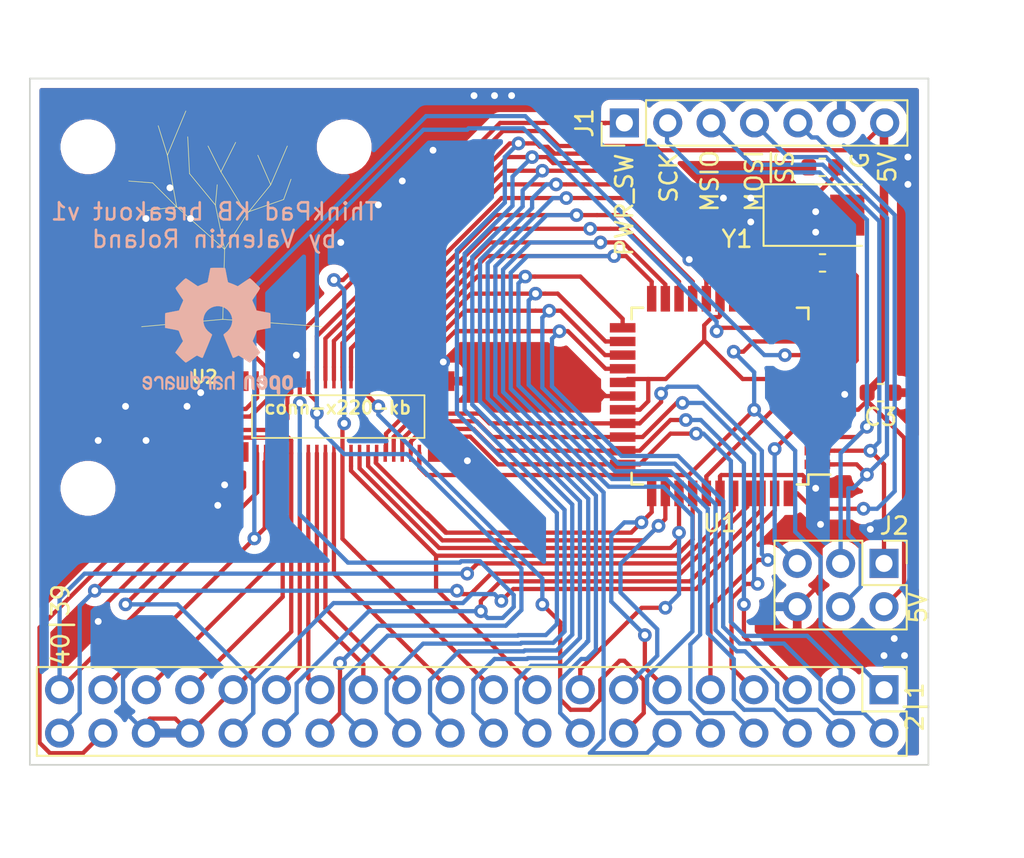
<source format=kicad_pcb>
(kicad_pcb (version 20171130) (host pcbnew 5.1.5)

  (general
    (thickness 1.6)
    (drawings 38)
    (tracks 847)
    (zones 0)
    (modules 13)
    (nets 46)
  )

  (page A4)
  (layers
    (0 F.Cu signal)
    (31 B.Cu signal)
    (32 B.Adhes user)
    (33 F.Adhes user)
    (34 B.Paste user)
    (35 F.Paste user)
    (36 B.SilkS user)
    (37 F.SilkS user)
    (38 B.Mask user)
    (39 F.Mask user)
    (40 Dwgs.User user)
    (41 Cmts.User user)
    (42 Eco1.User user)
    (43 Eco2.User user)
    (44 Edge.Cuts user)
    (45 Margin user)
    (46 B.CrtYd user)
    (47 F.CrtYd user)
    (48 B.Fab user)
    (49 F.Fab user)
  )

  (setup
    (last_trace_width 0.25)
    (user_trace_width 0.5)
    (trace_clearance 0.2)
    (zone_clearance 0.508)
    (zone_45_only no)
    (trace_min 0.2)
    (via_size 0.8)
    (via_drill 0.4)
    (via_min_size 0.4)
    (via_min_drill 0.3)
    (uvia_size 0.3)
    (uvia_drill 0.1)
    (uvias_allowed no)
    (uvia_min_size 0.2)
    (uvia_min_drill 0.1)
    (edge_width 0.05)
    (segment_width 0.2)
    (pcb_text_width 0.3)
    (pcb_text_size 1.5 1.5)
    (mod_edge_width 0.12)
    (mod_text_size 1 1)
    (mod_text_width 0.15)
    (pad_size 1.524 1.524)
    (pad_drill 0.762)
    (pad_to_mask_clearance 0.051)
    (solder_mask_min_width 0.25)
    (aux_axis_origin 0 0)
    (visible_elements FFFFFF7F)
    (pcbplotparams
      (layerselection 0x010fc_ffffffff)
      (usegerberextensions false)
      (usegerberattributes true)
      (usegerberadvancedattributes false)
      (creategerberjobfile false)
      (excludeedgelayer true)
      (linewidth 0.050000)
      (plotframeref false)
      (viasonmask false)
      (mode 1)
      (useauxorigin false)
      (hpglpennumber 1)
      (hpglpenspeed 20)
      (hpglpendiameter 15.000000)
      (psnegative false)
      (psa4output false)
      (plotreference true)
      (plotvalue true)
      (plotinvisibletext false)
      (padsonsilk false)
      (subtractmaskfromsilk false)
      (outputformat 1)
      (mirror false)
      (drillshape 0)
      (scaleselection 1)
      (outputdirectory "gerbers/"))
  )

  (net 0 "")
  (net 1 GND)
  (net 2 "Net-(C1-Pad1)")
  (net 3 "Net-(C2-Pad2)")
  (net 4 +5V)
  (net 5 /~SS)
  (net 6 /MOSI)
  (net 7 /MISO)
  (net 8 /SCK)
  (net 9 "Net-(J2-Pad5)")
  (net 10 /TP_RESET)
  (net 11 /TP_CLK)
  (net 12 /TP_DATA)
  (net 13 /conn30)
  (net 14 /conn17)
  (net 15 /conn36)
  (net 16 /conn35)
  (net 17 /conn15)
  (net 18 /conn34)
  (net 19 /conn14)
  (net 20 /conn33)
  (net 21 /conn13)
  (net 22 /conn32)
  (net 23 /conn12)
  (net 24 /conn31)
  (net 25 /conn11)
  (net 26 /PWR_SWITCH)
  (net 27 /conn29)
  (net 28 /conn9)
  (net 29 /conn28)
  (net 30 /conn8)
  (net 31 /conn27)
  (net 32 /conn7)
  (net 33 /conn26)
  (net 34 /conn25)
  (net 35 /conn5)
  (net 36 /conn24)
  (net 37 /conn4)
  (net 38 /conn23)
  (net 39 /conn3)
  (net 40 /conn22)
  (net 41 /conn2)
  (net 42 /conn21)
  (net 43 /LED_SINK)
  (net 44 /conn6)
  (net 45 /HOTKEY)

  (net_class Default "Dies ist die voreingestellte Netzklasse."
    (clearance 0.2)
    (trace_width 0.25)
    (via_dia 0.8)
    (via_drill 0.4)
    (uvia_dia 0.3)
    (uvia_drill 0.1)
    (add_net +5V)
    (add_net /HOTKEY)
    (add_net /LED_SINK)
    (add_net /MISO)
    (add_net /MOSI)
    (add_net /PWR_SWITCH)
    (add_net /SCK)
    (add_net /TP_CLK)
    (add_net /TP_DATA)
    (add_net /TP_RESET)
    (add_net /conn11)
    (add_net /conn12)
    (add_net /conn13)
    (add_net /conn14)
    (add_net /conn15)
    (add_net /conn17)
    (add_net /conn2)
    (add_net /conn21)
    (add_net /conn22)
    (add_net /conn23)
    (add_net /conn24)
    (add_net /conn25)
    (add_net /conn26)
    (add_net /conn27)
    (add_net /conn28)
    (add_net /conn29)
    (add_net /conn3)
    (add_net /conn30)
    (add_net /conn31)
    (add_net /conn32)
    (add_net /conn33)
    (add_net /conn34)
    (add_net /conn35)
    (add_net /conn36)
    (add_net /conn4)
    (add_net /conn5)
    (add_net /conn6)
    (add_net /conn7)
    (add_net /conn8)
    (add_net /conn9)
    (add_net /~SS)
    (add_net GND)
    (add_net "Net-(C1-Pad1)")
    (add_net "Net-(C2-Pad2)")
    (add_net "Net-(J2-Pad5)")
  )

  (module Symbol:OSHW-Logo2_9.8x8mm_SilkScreen (layer B.Cu) (tedit 0) (tstamp 5EBCB6CF)
    (at 111 83.8 180)
    (descr "Open Source Hardware Symbol")
    (tags "Logo Symbol OSHW")
    (attr virtual)
    (fp_text reference REF** (at 0 0) (layer B.SilkS) hide
      (effects (font (size 1 1) (thickness 0.15)) (justify mirror))
    )
    (fp_text value OSHW-Logo2_9.8x8mm_SilkScreen (at 0.75 0) (layer B.Fab) hide
      (effects (font (size 1 1) (thickness 0.15)) (justify mirror))
    )
    (fp_poly (pts (xy 0.139878 3.712224) (xy 0.245612 3.711645) (xy 0.322132 3.710078) (xy 0.374372 3.707028)
      (xy 0.407263 3.702004) (xy 0.425737 3.694511) (xy 0.434727 3.684056) (xy 0.439163 3.670147)
      (xy 0.439594 3.668346) (xy 0.446333 3.635855) (xy 0.458808 3.571748) (xy 0.475719 3.482849)
      (xy 0.495771 3.375981) (xy 0.517664 3.257967) (xy 0.518429 3.253822) (xy 0.540359 3.138169)
      (xy 0.560877 3.035986) (xy 0.578659 2.953402) (xy 0.592381 2.896544) (xy 0.600718 2.871542)
      (xy 0.601116 2.871099) (xy 0.625677 2.85889) (xy 0.676315 2.838544) (xy 0.742095 2.814455)
      (xy 0.742461 2.814326) (xy 0.825317 2.783182) (xy 0.923 2.743509) (xy 1.015077 2.703619)
      (xy 1.019434 2.701647) (xy 1.169407 2.63358) (xy 1.501498 2.860361) (xy 1.603374 2.929496)
      (xy 1.695657 2.991303) (xy 1.773003 3.042267) (xy 1.830064 3.078873) (xy 1.861495 3.097606)
      (xy 1.864479 3.098996) (xy 1.887321 3.09281) (xy 1.929982 3.062965) (xy 1.994128 3.008053)
      (xy 2.081421 2.926666) (xy 2.170535 2.840078) (xy 2.256441 2.754753) (xy 2.333327 2.676892)
      (xy 2.396564 2.611303) (xy 2.441523 2.562795) (xy 2.463576 2.536175) (xy 2.464396 2.534805)
      (xy 2.466834 2.516537) (xy 2.45765 2.486705) (xy 2.434574 2.441279) (xy 2.395337 2.37623)
      (xy 2.33767 2.28753) (xy 2.260795 2.173343) (xy 2.19257 2.072838) (xy 2.131582 1.982697)
      (xy 2.081356 1.908151) (xy 2.045416 1.854435) (xy 2.027287 1.826782) (xy 2.026146 1.824905)
      (xy 2.028359 1.79841) (xy 2.045138 1.746914) (xy 2.073142 1.680149) (xy 2.083122 1.658828)
      (xy 2.126672 1.563841) (xy 2.173134 1.456063) (xy 2.210877 1.362808) (xy 2.238073 1.293594)
      (xy 2.259675 1.240994) (xy 2.272158 1.213503) (xy 2.273709 1.211384) (xy 2.296668 1.207876)
      (xy 2.350786 1.198262) (xy 2.428868 1.183911) (xy 2.523719 1.166193) (xy 2.628143 1.146475)
      (xy 2.734944 1.126126) (xy 2.836926 1.106514) (xy 2.926894 1.089009) (xy 2.997653 1.074978)
      (xy 3.042006 1.065791) (xy 3.052885 1.063193) (xy 3.064122 1.056782) (xy 3.072605 1.042303)
      (xy 3.078714 1.014867) (xy 3.082832 0.969589) (xy 3.085341 0.90158) (xy 3.086621 0.805953)
      (xy 3.087054 0.67782) (xy 3.087077 0.625299) (xy 3.087077 0.198155) (xy 2.9845 0.177909)
      (xy 2.927431 0.16693) (xy 2.842269 0.150905) (xy 2.739372 0.131767) (xy 2.629096 0.111449)
      (xy 2.598615 0.105868) (xy 2.496855 0.086083) (xy 2.408205 0.066627) (xy 2.340108 0.049303)
      (xy 2.300004 0.035912) (xy 2.293323 0.031921) (xy 2.276919 0.003658) (xy 2.253399 -0.051109)
      (xy 2.227316 -0.121588) (xy 2.222142 -0.136769) (xy 2.187956 -0.230896) (xy 2.145523 -0.337101)
      (xy 2.103997 -0.432473) (xy 2.103792 -0.432916) (xy 2.03464 -0.582525) (xy 2.489512 -1.251617)
      (xy 2.1975 -1.544116) (xy 2.10918 -1.63117) (xy 2.028625 -1.707909) (xy 1.96036 -1.770237)
      (xy 1.908908 -1.814056) (xy 1.878794 -1.83527) (xy 1.874474 -1.836616) (xy 1.849111 -1.826016)
      (xy 1.797358 -1.796547) (xy 1.724868 -1.751705) (xy 1.637294 -1.694984) (xy 1.542612 -1.631462)
      (xy 1.446516 -1.566668) (xy 1.360837 -1.510287) (xy 1.291016 -1.465788) (xy 1.242494 -1.436639)
      (xy 1.220782 -1.426308) (xy 1.194293 -1.43505) (xy 1.144062 -1.458087) (xy 1.080451 -1.490631)
      (xy 1.073708 -1.494249) (xy 0.988046 -1.53721) (xy 0.929306 -1.558279) (xy 0.892772 -1.558503)
      (xy 0.873731 -1.538928) (xy 0.87362 -1.538654) (xy 0.864102 -1.515472) (xy 0.841403 -1.460441)
      (xy 0.807282 -1.377822) (xy 0.7635 -1.271872) (xy 0.711816 -1.146852) (xy 0.653992 -1.00702)
      (xy 0.597991 -0.871637) (xy 0.536447 -0.722234) (xy 0.479939 -0.583832) (xy 0.430161 -0.460673)
      (xy 0.388806 -0.357002) (xy 0.357568 -0.277059) (xy 0.338141 -0.225088) (xy 0.332154 -0.205692)
      (xy 0.347168 -0.183443) (xy 0.386439 -0.147982) (xy 0.438807 -0.108887) (xy 0.587941 0.014755)
      (xy 0.704511 0.156478) (xy 0.787118 0.313296) (xy 0.834366 0.482225) (xy 0.844857 0.660278)
      (xy 0.837231 0.742461) (xy 0.795682 0.912969) (xy 0.724123 1.063541) (xy 0.626995 1.192691)
      (xy 0.508734 1.298936) (xy 0.37378 1.38079) (xy 0.226571 1.436768) (xy 0.071544 1.465385)
      (xy -0.086861 1.465156) (xy -0.244206 1.434595) (xy -0.396054 1.372218) (xy -0.537965 1.27654)
      (xy -0.597197 1.222428) (xy -0.710797 1.08348) (xy -0.789894 0.931639) (xy -0.835014 0.771333)
      (xy -0.846684 0.606988) (xy -0.825431 0.443029) (xy -0.77178 0.283882) (xy -0.68626 0.133975)
      (xy -0.569395 -0.002267) (xy -0.438807 -0.108887) (xy -0.384412 -0.149642) (xy -0.345986 -0.184718)
      (xy -0.332154 -0.205726) (xy -0.339397 -0.228635) (xy -0.359995 -0.283365) (xy -0.392254 -0.365672)
      (xy -0.434479 -0.471315) (xy -0.484977 -0.59605) (xy -0.542052 -0.735636) (xy -0.598146 -0.87167)
      (xy -0.660033 -1.021201) (xy -0.717356 -1.159767) (xy -0.768356 -1.283107) (xy -0.811273 -1.386964)
      (xy -0.844347 -1.46708) (xy -0.865819 -1.519195) (xy -0.873775 -1.538654) (xy -0.892571 -1.558423)
      (xy -0.928926 -1.558365) (xy -0.987521 -1.537441) (xy -1.073032 -1.494613) (xy -1.073708 -1.494249)
      (xy -1.138093 -1.461012) (xy -1.190139 -1.436802) (xy -1.219488 -1.426404) (xy -1.220783 -1.426308)
      (xy -1.242876 -1.436855) (xy -1.291652 -1.466184) (xy -1.361669 -1.510827) (xy -1.447486 -1.567314)
      (xy -1.542612 -1.631462) (xy -1.63946 -1.696411) (xy -1.726747 -1.752896) (xy -1.798819 -1.797421)
      (xy -1.850023 -1.82649) (xy -1.874474 -1.836616) (xy -1.89699 -1.823307) (xy -1.942258 -1.786112)
      (xy -2.005756 -1.729128) (xy -2.082961 -1.656449) (xy -2.169349 -1.572171) (xy -2.197601 -1.544016)
      (xy -2.489713 -1.251416) (xy -2.267369 -0.925104) (xy -2.199798 -0.824897) (xy -2.140493 -0.734963)
      (xy -2.092783 -0.66051) (xy -2.059993 -0.606751) (xy -2.045452 -0.578894) (xy -2.045026 -0.576912)
      (xy -2.052692 -0.550655) (xy -2.073311 -0.497837) (xy -2.103315 -0.42731) (xy -2.124375 -0.380093)
      (xy -2.163752 -0.289694) (xy -2.200835 -0.198366) (xy -2.229585 -0.1212) (xy -2.237395 -0.097692)
      (xy -2.259583 -0.034916) (xy -2.281273 0.013589) (xy -2.293187 0.031921) (xy -2.319477 0.043141)
      (xy -2.376858 0.059046) (xy -2.457882 0.077833) (xy -2.555105 0.097701) (xy -2.598615 0.105868)
      (xy -2.709104 0.126171) (xy -2.815084 0.14583) (xy -2.906199 0.162912) (xy -2.972092 0.175482)
      (xy -2.9845 0.177909) (xy -3.087077 0.198155) (xy -3.087077 0.625299) (xy -3.086847 0.765754)
      (xy -3.085901 0.872021) (xy -3.083859 0.948987) (xy -3.080338 1.00154) (xy -3.074957 1.034567)
      (xy -3.067334 1.052955) (xy -3.057088 1.061592) (xy -3.052885 1.063193) (xy -3.02753 1.068873)
      (xy -2.971516 1.080205) (xy -2.892036 1.095821) (xy -2.796288 1.114353) (xy -2.691467 1.134431)
      (xy -2.584768 1.154688) (xy -2.483387 1.173754) (xy -2.394521 1.190261) (xy -2.325363 1.202841)
      (xy -2.283111 1.210125) (xy -2.27371 1.211384) (xy -2.265193 1.228237) (xy -2.24634 1.27313)
      (xy -2.220676 1.33757) (xy -2.210877 1.362808) (xy -2.171352 1.460314) (xy -2.124808 1.568041)
      (xy -2.083123 1.658828) (xy -2.05245 1.728247) (xy -2.032044 1.78529) (xy -2.025232 1.820223)
      (xy -2.026318 1.824905) (xy -2.040715 1.847009) (xy -2.073588 1.896169) (xy -2.12141 1.967152)
      (xy -2.180652 2.054722) (xy -2.247785 2.153643) (xy -2.261059 2.17317) (xy -2.338954 2.28886)
      (xy -2.396213 2.376956) (xy -2.435119 2.441514) (xy -2.457956 2.486589) (xy -2.467006 2.516237)
      (xy -2.464552 2.534515) (xy -2.464489 2.534631) (xy -2.445173 2.558639) (xy -2.402449 2.605053)
      (xy -2.340949 2.669063) (xy -2.265302 2.745855) (xy -2.180139 2.830618) (xy -2.170535 2.840078)
      (xy -2.06321 2.944011) (xy -1.980385 3.020325) (xy -1.920395 3.070429) (xy -1.881577 3.09573)
      (xy -1.86448 3.098996) (xy -1.839527 3.08475) (xy -1.787745 3.051844) (xy -1.71448 3.003792)
      (xy -1.62508 2.94411) (xy -1.524889 2.876312) (xy -1.501499 2.860361) (xy -1.169407 2.63358)
      (xy -1.019435 2.701647) (xy -0.92823 2.741315) (xy -0.830331 2.781209) (xy -0.746169 2.813017)
      (xy -0.742462 2.814326) (xy -0.676631 2.838424) (xy -0.625884 2.8588) (xy -0.601158 2.871064)
      (xy -0.601116 2.871099) (xy -0.593271 2.893266) (xy -0.579934 2.947783) (xy -0.56243 3.02852)
      (xy -0.542083 3.12935) (xy -0.520218 3.244144) (xy -0.518429 3.253822) (xy -0.496496 3.372096)
      (xy -0.47636 3.479458) (xy -0.45932 3.569083) (xy -0.446672 3.634149) (xy -0.439716 3.667832)
      (xy -0.439594 3.668346) (xy -0.435361 3.682675) (xy -0.427129 3.693493) (xy -0.409967 3.701294)
      (xy -0.378942 3.706571) (xy -0.329122 3.709818) (xy -0.255576 3.711528) (xy -0.153371 3.712193)
      (xy -0.017575 3.712307) (xy 0 3.712308) (xy 0.139878 3.712224)) (layer B.SilkS) (width 0.01))
    (fp_poly (pts (xy 4.245224 -2.647838) (xy 4.322528 -2.698361) (xy 4.359814 -2.74359) (xy 4.389353 -2.825663)
      (xy 4.391699 -2.890607) (xy 4.386385 -2.977445) (xy 4.186115 -3.065103) (xy 4.088739 -3.109887)
      (xy 4.025113 -3.145913) (xy 3.992029 -3.177117) (xy 3.98628 -3.207436) (xy 4.004658 -3.240805)
      (xy 4.024923 -3.262923) (xy 4.083889 -3.298393) (xy 4.148024 -3.300879) (xy 4.206926 -3.273235)
      (xy 4.250197 -3.21832) (xy 4.257936 -3.198928) (xy 4.295006 -3.138364) (xy 4.337654 -3.112552)
      (xy 4.396154 -3.090471) (xy 4.396154 -3.174184) (xy 4.390982 -3.23115) (xy 4.370723 -3.279189)
      (xy 4.328262 -3.334346) (xy 4.321951 -3.341514) (xy 4.27472 -3.390585) (xy 4.234121 -3.41692)
      (xy 4.183328 -3.429035) (xy 4.14122 -3.433003) (xy 4.065902 -3.433991) (xy 4.012286 -3.421466)
      (xy 3.978838 -3.402869) (xy 3.926268 -3.361975) (xy 3.889879 -3.317748) (xy 3.86685 -3.262126)
      (xy 3.854359 -3.187047) (xy 3.849587 -3.084449) (xy 3.849206 -3.032376) (xy 3.850501 -2.969948)
      (xy 3.968471 -2.969948) (xy 3.969839 -3.003438) (xy 3.973249 -3.008923) (xy 3.995753 -3.001472)
      (xy 4.044182 -2.981753) (xy 4.108908 -2.953718) (xy 4.122443 -2.947692) (xy 4.204244 -2.906096)
      (xy 4.249312 -2.869538) (xy 4.259217 -2.835296) (xy 4.235526 -2.800648) (xy 4.21596 -2.785339)
      (xy 4.14536 -2.754721) (xy 4.07928 -2.75978) (xy 4.023959 -2.797151) (xy 3.985636 -2.863473)
      (xy 3.973349 -2.916116) (xy 3.968471 -2.969948) (xy 3.850501 -2.969948) (xy 3.85173 -2.91072)
      (xy 3.861032 -2.82071) (xy 3.87946 -2.755167) (xy 3.90936 -2.706912) (xy 3.95308 -2.668767)
      (xy 3.972141 -2.65644) (xy 4.058726 -2.624336) (xy 4.153522 -2.622316) (xy 4.245224 -2.647838)) (layer B.SilkS) (width 0.01))
    (fp_poly (pts (xy 3.570807 -2.636782) (xy 3.594161 -2.646988) (xy 3.649902 -2.691134) (xy 3.697569 -2.754967)
      (xy 3.727048 -2.823087) (xy 3.731846 -2.85667) (xy 3.71576 -2.903556) (xy 3.680475 -2.928365)
      (xy 3.642644 -2.943387) (xy 3.625321 -2.946155) (xy 3.616886 -2.926066) (xy 3.60023 -2.882351)
      (xy 3.592923 -2.862598) (xy 3.551948 -2.794271) (xy 3.492622 -2.760191) (xy 3.416552 -2.761239)
      (xy 3.410918 -2.762581) (xy 3.370305 -2.781836) (xy 3.340448 -2.819375) (xy 3.320055 -2.879809)
      (xy 3.307836 -2.967751) (xy 3.3025 -3.087813) (xy 3.302 -3.151698) (xy 3.301752 -3.252403)
      (xy 3.300126 -3.321054) (xy 3.295801 -3.364673) (xy 3.287454 -3.390282) (xy 3.273765 -3.404903)
      (xy 3.253411 -3.415558) (xy 3.252234 -3.416095) (xy 3.213038 -3.432667) (xy 3.193619 -3.438769)
      (xy 3.190635 -3.420319) (xy 3.188081 -3.369323) (xy 3.18614 -3.292308) (xy 3.184997 -3.195805)
      (xy 3.184769 -3.125184) (xy 3.185932 -2.988525) (xy 3.190479 -2.884851) (xy 3.199999 -2.808108)
      (xy 3.216081 -2.752246) (xy 3.240313 -2.711212) (xy 3.274286 -2.678954) (xy 3.307833 -2.65644)
      (xy 3.388499 -2.626476) (xy 3.482381 -2.619718) (xy 3.570807 -2.636782)) (layer B.SilkS) (width 0.01))
    (fp_poly (pts (xy 2.887333 -2.633528) (xy 2.94359 -2.659117) (xy 2.987747 -2.690124) (xy 3.020101 -2.724795)
      (xy 3.042438 -2.76952) (xy 3.056546 -2.830692) (xy 3.064211 -2.914701) (xy 3.06722 -3.02794)
      (xy 3.067538 -3.102509) (xy 3.067538 -3.39342) (xy 3.017773 -3.416095) (xy 2.978576 -3.432667)
      (xy 2.959157 -3.438769) (xy 2.955442 -3.42061) (xy 2.952495 -3.371648) (xy 2.950691 -3.300153)
      (xy 2.950308 -3.243385) (xy 2.948661 -3.161371) (xy 2.944222 -3.096309) (xy 2.93774 -3.056467)
      (xy 2.93259 -3.048) (xy 2.897977 -3.056646) (xy 2.84364 -3.078823) (xy 2.780722 -3.108886)
      (xy 2.720368 -3.141192) (xy 2.673721 -3.170098) (xy 2.651926 -3.189961) (xy 2.651839 -3.190175)
      (xy 2.653714 -3.226935) (xy 2.670525 -3.262026) (xy 2.700039 -3.290528) (xy 2.743116 -3.300061)
      (xy 2.779932 -3.29895) (xy 2.832074 -3.298133) (xy 2.859444 -3.310349) (xy 2.875882 -3.342624)
      (xy 2.877955 -3.34871) (xy 2.885081 -3.394739) (xy 2.866024 -3.422687) (xy 2.816353 -3.436007)
      (xy 2.762697 -3.43847) (xy 2.666142 -3.42021) (xy 2.616159 -3.394131) (xy 2.554429 -3.332868)
      (xy 2.52169 -3.25767) (xy 2.518753 -3.178211) (xy 2.546424 -3.104167) (xy 2.588047 -3.057769)
      (xy 2.629604 -3.031793) (xy 2.694922 -2.998907) (xy 2.771038 -2.965557) (xy 2.783726 -2.960461)
      (xy 2.867333 -2.923565) (xy 2.91553 -2.891046) (xy 2.93103 -2.858718) (xy 2.91655 -2.822394)
      (xy 2.891692 -2.794) (xy 2.832939 -2.759039) (xy 2.768293 -2.756417) (xy 2.709008 -2.783358)
      (xy 2.666339 -2.837088) (xy 2.660739 -2.85095) (xy 2.628133 -2.901936) (xy 2.58053 -2.939787)
      (xy 2.520461 -2.97085) (xy 2.520461 -2.882768) (xy 2.523997 -2.828951) (xy 2.539156 -2.786534)
      (xy 2.572768 -2.741279) (xy 2.605035 -2.70642) (xy 2.655209 -2.657062) (xy 2.694193 -2.630547)
      (xy 2.736064 -2.619911) (xy 2.78346 -2.618154) (xy 2.887333 -2.633528)) (layer B.SilkS) (width 0.01))
    (fp_poly (pts (xy 2.395929 -2.636662) (xy 2.398911 -2.688068) (xy 2.401247 -2.766192) (xy 2.402749 -2.864857)
      (xy 2.403231 -2.968343) (xy 2.403231 -3.318533) (xy 2.341401 -3.380363) (xy 2.298793 -3.418462)
      (xy 2.26139 -3.433895) (xy 2.21027 -3.432918) (xy 2.189978 -3.430433) (xy 2.126554 -3.4232)
      (xy 2.074095 -3.419055) (xy 2.061308 -3.418672) (xy 2.018199 -3.421176) (xy 1.956544 -3.427462)
      (xy 1.932638 -3.430433) (xy 1.873922 -3.435028) (xy 1.834464 -3.425046) (xy 1.795338 -3.394228)
      (xy 1.781215 -3.380363) (xy 1.719385 -3.318533) (xy 1.719385 -2.663503) (xy 1.76915 -2.640829)
      (xy 1.812002 -2.624034) (xy 1.837073 -2.618154) (xy 1.843501 -2.636736) (xy 1.849509 -2.688655)
      (xy 1.854697 -2.768172) (xy 1.858664 -2.869546) (xy 1.860577 -2.955192) (xy 1.865923 -3.292231)
      (xy 1.91256 -3.298825) (xy 1.954976 -3.294214) (xy 1.97576 -3.279287) (xy 1.98157 -3.251377)
      (xy 1.98653 -3.191925) (xy 1.990246 -3.108466) (xy 1.992324 -3.008532) (xy 1.992624 -2.957104)
      (xy 1.992923 -2.661054) (xy 2.054454 -2.639604) (xy 2.098004 -2.62502) (xy 2.121694 -2.618219)
      (xy 2.122377 -2.618154) (xy 2.124754 -2.636642) (xy 2.127366 -2.687906) (xy 2.129995 -2.765649)
      (xy 2.132421 -2.863574) (xy 2.134115 -2.955192) (xy 2.139461 -3.292231) (xy 2.256692 -3.292231)
      (xy 2.262072 -2.984746) (xy 2.267451 -2.677261) (xy 2.324601 -2.647707) (xy 2.366797 -2.627413)
      (xy 2.39177 -2.618204) (xy 2.392491 -2.618154) (xy 2.395929 -2.636662)) (layer B.SilkS) (width 0.01))
    (fp_poly (pts (xy 1.602081 -2.780289) (xy 1.601833 -2.92632) (xy 1.600872 -3.038655) (xy 1.598794 -3.122678)
      (xy 1.595193 -3.183769) (xy 1.589665 -3.227309) (xy 1.581804 -3.258679) (xy 1.571207 -3.283262)
      (xy 1.563182 -3.297294) (xy 1.496728 -3.373388) (xy 1.41247 -3.421084) (xy 1.319249 -3.438199)
      (xy 1.2259 -3.422546) (xy 1.170312 -3.394418) (xy 1.111957 -3.34576) (xy 1.072186 -3.286333)
      (xy 1.04819 -3.208507) (xy 1.037161 -3.104652) (xy 1.035599 -3.028462) (xy 1.035809 -3.022986)
      (xy 1.172308 -3.022986) (xy 1.173141 -3.110355) (xy 1.176961 -3.168192) (xy 1.185746 -3.206029)
      (xy 1.201474 -3.233398) (xy 1.220266 -3.254042) (xy 1.283375 -3.29389) (xy 1.351137 -3.297295)
      (xy 1.415179 -3.264025) (xy 1.420164 -3.259517) (xy 1.441439 -3.236067) (xy 1.454779 -3.208166)
      (xy 1.462001 -3.166641) (xy 1.464923 -3.102316) (xy 1.465385 -3.0312) (xy 1.464383 -2.941858)
      (xy 1.460238 -2.882258) (xy 1.451236 -2.843089) (xy 1.435667 -2.81504) (xy 1.422902 -2.800144)
      (xy 1.3636 -2.762575) (xy 1.295301 -2.758057) (xy 1.23011 -2.786753) (xy 1.217528 -2.797406)
      (xy 1.196111 -2.821063) (xy 1.182744 -2.849251) (xy 1.175566 -2.891245) (xy 1.172719 -2.956319)
      (xy 1.172308 -3.022986) (xy 1.035809 -3.022986) (xy 1.040322 -2.905765) (xy 1.056362 -2.813577)
      (xy 1.086528 -2.744269) (xy 1.133629 -2.690211) (xy 1.170312 -2.662505) (xy 1.23699 -2.632572)
      (xy 1.314272 -2.618678) (xy 1.38611 -2.622397) (xy 1.426308 -2.6374) (xy 1.442082 -2.64167)
      (xy 1.45255 -2.62575) (xy 1.459856 -2.583089) (xy 1.465385 -2.518106) (xy 1.471437 -2.445732)
      (xy 1.479844 -2.402187) (xy 1.495141 -2.377287) (xy 1.521864 -2.360845) (xy 1.538654 -2.353564)
      (xy 1.602154 -2.326963) (xy 1.602081 -2.780289)) (layer B.SilkS) (width 0.01))
    (fp_poly (pts (xy 0.713362 -2.62467) (xy 0.802117 -2.657421) (xy 0.874022 -2.71535) (xy 0.902144 -2.756128)
      (xy 0.932802 -2.830954) (xy 0.932165 -2.885058) (xy 0.899987 -2.921446) (xy 0.888081 -2.927633)
      (xy 0.836675 -2.946925) (xy 0.810422 -2.941982) (xy 0.80153 -2.909587) (xy 0.801077 -2.891692)
      (xy 0.784797 -2.825859) (xy 0.742365 -2.779807) (xy 0.683388 -2.757564) (xy 0.617475 -2.763161)
      (xy 0.563895 -2.792229) (xy 0.545798 -2.80881) (xy 0.532971 -2.828925) (xy 0.524306 -2.859332)
      (xy 0.518696 -2.906788) (xy 0.515035 -2.97805) (xy 0.512215 -3.079875) (xy 0.511484 -3.112115)
      (xy 0.50882 -3.22241) (xy 0.505792 -3.300036) (xy 0.50125 -3.351396) (xy 0.494046 -3.38289)
      (xy 0.483033 -3.40092) (xy 0.46706 -3.411888) (xy 0.456834 -3.416733) (xy 0.413406 -3.433301)
      (xy 0.387842 -3.438769) (xy 0.379395 -3.420507) (xy 0.374239 -3.365296) (xy 0.372346 -3.272499)
      (xy 0.373689 -3.141478) (xy 0.374107 -3.121269) (xy 0.377058 -3.001733) (xy 0.380548 -2.914449)
      (xy 0.385514 -2.852591) (xy 0.392893 -2.809336) (xy 0.403624 -2.77786) (xy 0.418645 -2.751339)
      (xy 0.426502 -2.739975) (xy 0.471553 -2.689692) (xy 0.52194 -2.650581) (xy 0.528108 -2.647167)
      (xy 0.618458 -2.620212) (xy 0.713362 -2.62467)) (layer B.SilkS) (width 0.01))
    (fp_poly (pts (xy 0.053501 -2.626303) (xy 0.13006 -2.654733) (xy 0.130936 -2.655279) (xy 0.178285 -2.690127)
      (xy 0.213241 -2.730852) (xy 0.237825 -2.783925) (xy 0.254062 -2.855814) (xy 0.263975 -2.952992)
      (xy 0.269586 -3.081928) (xy 0.270077 -3.100298) (xy 0.277141 -3.377287) (xy 0.217695 -3.408028)
      (xy 0.174681 -3.428802) (xy 0.14871 -3.438646) (xy 0.147509 -3.438769) (xy 0.143014 -3.420606)
      (xy 0.139444 -3.371612) (xy 0.137248 -3.300031) (xy 0.136769 -3.242068) (xy 0.136758 -3.14817)
      (xy 0.132466 -3.089203) (xy 0.117503 -3.061079) (xy 0.085482 -3.059706) (xy 0.030014 -3.080998)
      (xy -0.053731 -3.120136) (xy -0.115311 -3.152643) (xy -0.146983 -3.180845) (xy -0.156294 -3.211582)
      (xy -0.156308 -3.213104) (xy -0.140943 -3.266054) (xy -0.095453 -3.29466) (xy -0.025834 -3.298803)
      (xy 0.024313 -3.298084) (xy 0.050754 -3.312527) (xy 0.067243 -3.347218) (xy 0.076733 -3.391416)
      (xy 0.063057 -3.416493) (xy 0.057907 -3.420082) (xy 0.009425 -3.434496) (xy -0.058469 -3.436537)
      (xy -0.128388 -3.426983) (xy -0.177932 -3.409522) (xy -0.24643 -3.351364) (xy -0.285366 -3.270408)
      (xy -0.293077 -3.20716) (xy -0.287193 -3.150111) (xy -0.265899 -3.103542) (xy -0.223735 -3.062181)
      (xy -0.155241 -3.020755) (xy -0.054956 -2.973993) (xy -0.048846 -2.97135) (xy 0.04149 -2.929617)
      (xy 0.097235 -2.895391) (xy 0.121129 -2.864635) (xy 0.115913 -2.833311) (xy 0.084328 -2.797383)
      (xy 0.074883 -2.789116) (xy 0.011617 -2.757058) (xy -0.053936 -2.758407) (xy -0.111028 -2.789838)
      (xy -0.148907 -2.848024) (xy -0.152426 -2.859446) (xy -0.1867 -2.914837) (xy -0.230191 -2.941518)
      (xy -0.293077 -2.96796) (xy -0.293077 -2.899548) (xy -0.273948 -2.80011) (xy -0.217169 -2.708902)
      (xy -0.187622 -2.678389) (xy -0.120458 -2.639228) (xy -0.035044 -2.6215) (xy 0.053501 -2.626303)) (layer B.SilkS) (width 0.01))
    (fp_poly (pts (xy -0.840154 -2.49212) (xy -0.834428 -2.57198) (xy -0.827851 -2.619039) (xy -0.818738 -2.639566)
      (xy -0.805402 -2.639829) (xy -0.801077 -2.637378) (xy -0.743556 -2.619636) (xy -0.668732 -2.620672)
      (xy -0.592661 -2.63891) (xy -0.545082 -2.662505) (xy -0.496298 -2.700198) (xy -0.460636 -2.742855)
      (xy -0.436155 -2.797057) (xy -0.420913 -2.869384) (xy -0.41297 -2.966419) (xy -0.410384 -3.094742)
      (xy -0.410338 -3.119358) (xy -0.410308 -3.39587) (xy -0.471839 -3.41732) (xy -0.515541 -3.431912)
      (xy -0.539518 -3.438706) (xy -0.540223 -3.438769) (xy -0.542585 -3.420345) (xy -0.544594 -3.369526)
      (xy -0.546099 -3.292993) (xy -0.546947 -3.19743) (xy -0.547077 -3.139329) (xy -0.547349 -3.024771)
      (xy -0.548748 -2.942667) (xy -0.552151 -2.886393) (xy -0.558433 -2.849326) (xy -0.568471 -2.824844)
      (xy -0.583139 -2.806325) (xy -0.592298 -2.797406) (xy -0.655211 -2.761466) (xy -0.723864 -2.758775)
      (xy -0.786152 -2.78917) (xy -0.797671 -2.800144) (xy -0.814567 -2.820779) (xy -0.826286 -2.845256)
      (xy -0.833767 -2.880647) (xy -0.837946 -2.934026) (xy -0.839763 -3.012466) (xy -0.840154 -3.120617)
      (xy -0.840154 -3.39587) (xy -0.901685 -3.41732) (xy -0.945387 -3.431912) (xy -0.969364 -3.438706)
      (xy -0.97007 -3.438769) (xy -0.971874 -3.420069) (xy -0.9735 -3.367322) (xy -0.974883 -3.285557)
      (xy -0.975958 -3.179805) (xy -0.97666 -3.055094) (xy -0.976923 -2.916455) (xy -0.976923 -2.381806)
      (xy -0.849923 -2.328236) (xy -0.840154 -2.49212)) (layer B.SilkS) (width 0.01))
    (fp_poly (pts (xy -2.465746 -2.599745) (xy -2.388714 -2.651567) (xy -2.329184 -2.726412) (xy -2.293622 -2.821654)
      (xy -2.286429 -2.891756) (xy -2.287246 -2.921009) (xy -2.294086 -2.943407) (xy -2.312888 -2.963474)
      (xy -2.349592 -2.985733) (xy -2.410138 -3.014709) (xy -2.500466 -3.054927) (xy -2.500923 -3.055129)
      (xy -2.584067 -3.09321) (xy -2.652247 -3.127025) (xy -2.698495 -3.152933) (xy -2.715842 -3.167295)
      (xy -2.715846 -3.167411) (xy -2.700557 -3.198685) (xy -2.664804 -3.233157) (xy -2.623758 -3.25799)
      (xy -2.602963 -3.262923) (xy -2.54623 -3.245862) (xy -2.497373 -3.203133) (xy -2.473535 -3.156155)
      (xy -2.450603 -3.121522) (xy -2.405682 -3.082081) (xy -2.352877 -3.048009) (xy -2.30629 -3.02948)
      (xy -2.296548 -3.028462) (xy -2.285582 -3.045215) (xy -2.284921 -3.088039) (xy -2.29298 -3.145781)
      (xy -2.308173 -3.207289) (xy -2.328914 -3.261409) (xy -2.329962 -3.26351) (xy -2.392379 -3.35066)
      (xy -2.473274 -3.409939) (xy -2.565144 -3.439034) (xy -2.660487 -3.435634) (xy -2.751802 -3.397428)
      (xy -2.755862 -3.394741) (xy -2.827694 -3.329642) (xy -2.874927 -3.244705) (xy -2.901066 -3.133021)
      (xy -2.904574 -3.101643) (xy -2.910787 -2.953536) (xy -2.903339 -2.884468) (xy -2.715846 -2.884468)
      (xy -2.71341 -2.927552) (xy -2.700086 -2.940126) (xy -2.666868 -2.930719) (xy -2.614506 -2.908483)
      (xy -2.555976 -2.88061) (xy -2.554521 -2.879872) (xy -2.504911 -2.853777) (xy -2.485 -2.836363)
      (xy -2.48991 -2.818107) (xy -2.510584 -2.79412) (xy -2.563181 -2.759406) (xy -2.619823 -2.756856)
      (xy -2.670631 -2.782119) (xy -2.705724 -2.830847) (xy -2.715846 -2.884468) (xy -2.903339 -2.884468)
      (xy -2.898008 -2.835036) (xy -2.865222 -2.741055) (xy -2.819579 -2.675215) (xy -2.737198 -2.608681)
      (xy -2.646454 -2.575676) (xy -2.553815 -2.573573) (xy -2.465746 -2.599745)) (layer B.SilkS) (width 0.01))
    (fp_poly (pts (xy -3.983114 -2.587256) (xy -3.891536 -2.635409) (xy -3.823951 -2.712905) (xy -3.799943 -2.762727)
      (xy -3.781262 -2.837533) (xy -3.771699 -2.932052) (xy -3.770792 -3.03521) (xy -3.778079 -3.135935)
      (xy -3.793097 -3.223153) (xy -3.815385 -3.285791) (xy -3.822235 -3.296579) (xy -3.903368 -3.377105)
      (xy -3.999734 -3.425336) (xy -4.104299 -3.43945) (xy -4.210032 -3.417629) (xy -4.239457 -3.404547)
      (xy -4.296759 -3.364231) (xy -4.34705 -3.310775) (xy -4.351803 -3.303995) (xy -4.371122 -3.271321)
      (xy -4.383892 -3.236394) (xy -4.391436 -3.190414) (xy -4.395076 -3.124584) (xy -4.396135 -3.030105)
      (xy -4.396154 -3.008923) (xy -4.396106 -3.002182) (xy -4.200769 -3.002182) (xy -4.199632 -3.091349)
      (xy -4.195159 -3.15052) (xy -4.185754 -3.188741) (xy -4.169824 -3.215053) (xy -4.161692 -3.223846)
      (xy -4.114942 -3.257261) (xy -4.069553 -3.255737) (xy -4.02366 -3.226752) (xy -3.996288 -3.195809)
      (xy -3.980077 -3.150643) (xy -3.970974 -3.07942) (xy -3.970349 -3.071114) (xy -3.968796 -2.942037)
      (xy -3.985035 -2.846172) (xy -4.018848 -2.784107) (xy -4.070016 -2.756432) (xy -4.08828 -2.754923)
      (xy -4.13624 -2.762513) (xy -4.169047 -2.788808) (xy -4.189105 -2.839095) (xy -4.198822 -2.918664)
      (xy -4.200769 -3.002182) (xy -4.396106 -3.002182) (xy -4.395426 -2.908249) (xy -4.392371 -2.837906)
      (xy -4.385678 -2.789163) (xy -4.37404 -2.753288) (xy -4.356147 -2.721548) (xy -4.352192 -2.715648)
      (xy -4.285733 -2.636104) (xy -4.213315 -2.589929) (xy -4.125151 -2.571599) (xy -4.095213 -2.570703)
      (xy -3.983114 -2.587256)) (layer B.SilkS) (width 0.01))
    (fp_poly (pts (xy -1.728336 -2.595089) (xy -1.665633 -2.631358) (xy -1.622039 -2.667358) (xy -1.590155 -2.705075)
      (xy -1.56819 -2.751199) (xy -1.554351 -2.812421) (xy -1.546847 -2.895431) (xy -1.543883 -3.006919)
      (xy -1.543539 -3.087062) (xy -1.543539 -3.382065) (xy -1.709615 -3.456515) (xy -1.719385 -3.133402)
      (xy -1.723421 -3.012729) (xy -1.727656 -2.925141) (xy -1.732903 -2.86465) (xy -1.739975 -2.825268)
      (xy -1.749689 -2.801007) (xy -1.762856 -2.78588) (xy -1.767081 -2.782606) (xy -1.831091 -2.757034)
      (xy -1.895792 -2.767153) (xy -1.934308 -2.794) (xy -1.949975 -2.813024) (xy -1.96082 -2.837988)
      (xy -1.967712 -2.875834) (xy -1.971521 -2.933502) (xy -1.973117 -3.017935) (xy -1.973385 -3.105928)
      (xy -1.973437 -3.216323) (xy -1.975328 -3.294463) (xy -1.981655 -3.347165) (xy -1.995017 -3.381242)
      (xy -2.018015 -3.403511) (xy -2.053246 -3.420787) (xy -2.100303 -3.438738) (xy -2.151697 -3.458278)
      (xy -2.145579 -3.111485) (xy -2.143116 -2.986468) (xy -2.140233 -2.894082) (xy -2.136102 -2.827881)
      (xy -2.129893 -2.78142) (xy -2.120774 -2.748256) (xy -2.107917 -2.721944) (xy -2.092416 -2.698729)
      (xy -2.017629 -2.624569) (xy -1.926372 -2.581684) (xy -1.827117 -2.571412) (xy -1.728336 -2.595089)) (layer B.SilkS) (width 0.01))
    (fp_poly (pts (xy -3.231114 -2.584505) (xy -3.156461 -2.621727) (xy -3.090569 -2.690261) (xy -3.072423 -2.715648)
      (xy -3.052655 -2.748866) (xy -3.039828 -2.784945) (xy -3.03249 -2.833098) (xy -3.029187 -2.902536)
      (xy -3.028462 -2.994206) (xy -3.031737 -3.11983) (xy -3.043123 -3.214154) (xy -3.064959 -3.284523)
      (xy -3.099581 -3.338286) (xy -3.14933 -3.382788) (xy -3.152986 -3.385423) (xy -3.202015 -3.412377)
      (xy -3.261055 -3.425712) (xy -3.336141 -3.429) (xy -3.458205 -3.429) (xy -3.458256 -3.547497)
      (xy -3.459392 -3.613492) (xy -3.466314 -3.652202) (xy -3.484402 -3.675419) (xy -3.519038 -3.694933)
      (xy -3.527355 -3.69892) (xy -3.56628 -3.717603) (xy -3.596417 -3.729403) (xy -3.618826 -3.730422)
      (xy -3.634567 -3.716761) (xy -3.644698 -3.684522) (xy -3.650277 -3.629804) (xy -3.652365 -3.548711)
      (xy -3.652019 -3.437344) (xy -3.6503 -3.291802) (xy -3.649763 -3.248269) (xy -3.647828 -3.098205)
      (xy -3.646096 -3.000042) (xy -3.458308 -3.000042) (xy -3.457252 -3.083364) (xy -3.452562 -3.13788)
      (xy -3.441949 -3.173837) (xy -3.423128 -3.201482) (xy -3.41035 -3.214965) (xy -3.35811 -3.254417)
      (xy -3.311858 -3.257628) (xy -3.264133 -3.225049) (xy -3.262923 -3.223846) (xy -3.243506 -3.198668)
      (xy -3.231693 -3.164447) (xy -3.225735 -3.111748) (xy -3.22388 -3.031131) (xy -3.223846 -3.013271)
      (xy -3.22833 -2.902175) (xy -3.242926 -2.825161) (xy -3.26935 -2.778147) (xy -3.309317 -2.75705)
      (xy -3.332416 -2.754923) (xy -3.387238 -2.7649) (xy -3.424842 -2.797752) (xy -3.447477 -2.857857)
      (xy -3.457394 -2.949598) (xy -3.458308 -3.000042) (xy -3.646096 -3.000042) (xy -3.645778 -2.98206)
      (xy -3.643127 -2.894679) (xy -3.639394 -2.830905) (xy -3.634093 -2.785582) (xy -3.626742 -2.753555)
      (xy -3.616857 -2.729668) (xy -3.603954 -2.708764) (xy -3.598421 -2.700898) (xy -3.525031 -2.626595)
      (xy -3.43224 -2.584467) (xy -3.324904 -2.572722) (xy -3.231114 -2.584505)) (layer B.SilkS) (width 0.01))
  )

  (module MountingHole:MountingHole_2.2mm_M2 (layer F.Cu) (tedit 56D1B4CB) (tstamp 5EBC5652)
    (at 118.4 73)
    (descr "Mounting Hole 2.2mm, no annular, M2")
    (tags "mounting hole 2.2mm no annular m2")
    (path /5EC41002)
    (attr virtual)
    (fp_text reference H3 (at 0 -3.2) (layer F.SilkS) hide
      (effects (font (size 1 1) (thickness 0.15)))
    )
    (fp_text value MountingHole (at 0 3.2) (layer F.Fab)
      (effects (font (size 1 1) (thickness 0.15)))
    )
    (fp_circle (center 0 0) (end 2.45 0) (layer F.CrtYd) (width 0.05))
    (fp_circle (center 0 0) (end 2.2 0) (layer Cmts.User) (width 0.15))
    (fp_text user %R (at 0.3 0) (layer F.Fab)
      (effects (font (size 1 1) (thickness 0.15)))
    )
    (pad 1 np_thru_hole circle (at 0 0) (size 2.2 2.2) (drill 2.2) (layers *.Cu *.Mask))
  )

  (module MountingHole:MountingHole_2.2mm_M2 (layer F.Cu) (tedit 56D1B4CB) (tstamp 5EBC564A)
    (at 103.4 93)
    (descr "Mounting Hole 2.2mm, no annular, M2")
    (tags "mounting hole 2.2mm no annular m2")
    (path /5EC4B3EE)
    (attr virtual)
    (fp_text reference H2 (at 0 -3.2) (layer F.SilkS) hide
      (effects (font (size 1 1) (thickness 0.15)))
    )
    (fp_text value MountingHole (at 0 3.2) (layer F.Fab)
      (effects (font (size 1 1) (thickness 0.15)))
    )
    (fp_circle (center 0 0) (end 2.45 0) (layer F.CrtYd) (width 0.05))
    (fp_circle (center 0 0) (end 2.2 0) (layer Cmts.User) (width 0.15))
    (fp_text user %R (at 0.3 0) (layer F.Fab)
      (effects (font (size 1 1) (thickness 0.15)))
    )
    (pad 1 np_thru_hole circle (at 0 0) (size 2.2 2.2) (drill 2.2) (layers *.Cu *.Mask))
  )

  (module MountingHole:MountingHole_2.2mm_M2 (layer F.Cu) (tedit 56D1B4CB) (tstamp 5EBC5889)
    (at 103.4 73)
    (descr "Mounting Hole 2.2mm, no annular, M2")
    (tags "mounting hole 2.2mm no annular m2")
    (path /5EC4E42C)
    (attr virtual)
    (fp_text reference H1 (at 0 -3.2) (layer F.SilkS) hide
      (effects (font (size 1 1) (thickness 0.15)))
    )
    (fp_text value MountingHole (at 0 3.2) (layer F.Fab)
      (effects (font (size 1 1) (thickness 0.15)))
    )
    (fp_circle (center 0 0) (end 2.45 0) (layer F.CrtYd) (width 0.05))
    (fp_circle (center 0 0) (end 2.2 0) (layer Cmts.User) (width 0.15))
    (fp_text user %R (at 0.3 0) (layer F.Fab)
      (effects (font (size 1 1) (thickness 0.15)))
    )
    (pad 1 np_thru_hole circle (at 0 0) (size 2.2 2.2) (drill 2.2) (layers *.Cu *.Mask))
  )

  (module Connector_PinHeader_2.54mm:PinHeader_1x07_P2.54mm_Vertical (layer F.Cu) (tedit 59FED5CC) (tstamp 5EBC513E)
    (at 134.8 71.6 90)
    (descr "Through hole straight pin header, 1x07, 2.54mm pitch, single row")
    (tags "Through hole pin header THT 1x07 2.54mm single row")
    (path /5EC2967D)
    (fp_text reference J1 (at 0 -2.33 90) (layer F.SilkS)
      (effects (font (size 1 1) (thickness 0.15)))
    )
    (fp_text value Conn_01x07_Male (at 0 17.57 90) (layer F.Fab)
      (effects (font (size 1 1) (thickness 0.15)))
    )
    (fp_text user %R (at 0 7.62) (layer F.Fab)
      (effects (font (size 1 1) (thickness 0.15)))
    )
    (fp_line (start 1.8 -1.8) (end -1.8 -1.8) (layer F.CrtYd) (width 0.05))
    (fp_line (start 1.8 17.05) (end 1.8 -1.8) (layer F.CrtYd) (width 0.05))
    (fp_line (start -1.8 17.05) (end 1.8 17.05) (layer F.CrtYd) (width 0.05))
    (fp_line (start -1.8 -1.8) (end -1.8 17.05) (layer F.CrtYd) (width 0.05))
    (fp_line (start -1.33 -1.33) (end 0 -1.33) (layer F.SilkS) (width 0.12))
    (fp_line (start -1.33 0) (end -1.33 -1.33) (layer F.SilkS) (width 0.12))
    (fp_line (start -1.33 1.27) (end 1.33 1.27) (layer F.SilkS) (width 0.12))
    (fp_line (start 1.33 1.27) (end 1.33 16.57) (layer F.SilkS) (width 0.12))
    (fp_line (start -1.33 1.27) (end -1.33 16.57) (layer F.SilkS) (width 0.12))
    (fp_line (start -1.33 16.57) (end 1.33 16.57) (layer F.SilkS) (width 0.12))
    (fp_line (start -1.27 -0.635) (end -0.635 -1.27) (layer F.Fab) (width 0.1))
    (fp_line (start -1.27 16.51) (end -1.27 -0.635) (layer F.Fab) (width 0.1))
    (fp_line (start 1.27 16.51) (end -1.27 16.51) (layer F.Fab) (width 0.1))
    (fp_line (start 1.27 -1.27) (end 1.27 16.51) (layer F.Fab) (width 0.1))
    (fp_line (start -0.635 -1.27) (end 1.27 -1.27) (layer F.Fab) (width 0.1))
    (pad 7 thru_hole oval (at 0 15.24 90) (size 1.7 1.7) (drill 1) (layers *.Cu *.Mask)
      (net 4 +5V))
    (pad 6 thru_hole oval (at 0 12.7 90) (size 1.7 1.7) (drill 1) (layers *.Cu *.Mask)
      (net 1 GND))
    (pad 5 thru_hole oval (at 0 10.16 90) (size 1.7 1.7) (drill 1) (layers *.Cu *.Mask)
      (net 5 /~SS))
    (pad 4 thru_hole oval (at 0 7.62 90) (size 1.7 1.7) (drill 1) (layers *.Cu *.Mask)
      (net 6 /MOSI))
    (pad 3 thru_hole oval (at 0 5.08 90) (size 1.7 1.7) (drill 1) (layers *.Cu *.Mask)
      (net 7 /MISO))
    (pad 2 thru_hole oval (at 0 2.54 90) (size 1.7 1.7) (drill 1) (layers *.Cu *.Mask)
      (net 8 /SCK))
    (pad 1 thru_hole rect (at 0 0 90) (size 1.7 1.7) (drill 1) (layers *.Cu *.Mask)
      (net 26 /PWR_SWITCH))
    (model ${KISYS3DMOD}/Connector_PinHeader_2.54mm.3dshapes/PinHeader_1x07_P2.54mm_Vertical.wrl
      (at (xyz 0 0 0))
      (scale (xyz 1 1 1))
      (rotate (xyz 0 0 0))
    )
  )

  (module Package_QFP:TQFP-44_10x10mm_P0.8mm (layer F.Cu) (tedit 5A02F146) (tstamp 5EBB6D66)
    (at 140.4 87.6 180)
    (descr "44-Lead Plastic Thin Quad Flatpack (PT) - 10x10x1.0 mm Body [TQFP] (see Microchip Packaging Specification 00000049BS.pdf)")
    (tags "QFP 0.8")
    (path /5EBB18D5)
    (attr smd)
    (fp_text reference U1 (at 0 -7.45) (layer F.SilkS)
      (effects (font (size 1 1) (thickness 0.15)))
    )
    (fp_text value ATmega32A-AU (at 0 7.45) (layer F.Fab)
      (effects (font (size 1 1) (thickness 0.15)))
    )
    (fp_line (start -5.175 -4.6) (end -6.45 -4.6) (layer F.SilkS) (width 0.15))
    (fp_line (start 5.175 -5.175) (end 4.5 -5.175) (layer F.SilkS) (width 0.15))
    (fp_line (start 5.175 5.175) (end 4.5 5.175) (layer F.SilkS) (width 0.15))
    (fp_line (start -5.175 5.175) (end -4.5 5.175) (layer F.SilkS) (width 0.15))
    (fp_line (start -5.175 -5.175) (end -4.5 -5.175) (layer F.SilkS) (width 0.15))
    (fp_line (start -5.175 5.175) (end -5.175 4.5) (layer F.SilkS) (width 0.15))
    (fp_line (start 5.175 5.175) (end 5.175 4.5) (layer F.SilkS) (width 0.15))
    (fp_line (start 5.175 -5.175) (end 5.175 -4.5) (layer F.SilkS) (width 0.15))
    (fp_line (start -5.175 -5.175) (end -5.175 -4.6) (layer F.SilkS) (width 0.15))
    (fp_line (start -6.7 6.7) (end 6.7 6.7) (layer F.CrtYd) (width 0.05))
    (fp_line (start -6.7 -6.7) (end 6.7 -6.7) (layer F.CrtYd) (width 0.05))
    (fp_line (start 6.7 -6.7) (end 6.7 6.7) (layer F.CrtYd) (width 0.05))
    (fp_line (start -6.7 -6.7) (end -6.7 6.7) (layer F.CrtYd) (width 0.05))
    (fp_line (start -5 -4) (end -4 -5) (layer F.Fab) (width 0.15))
    (fp_line (start -5 5) (end -5 -4) (layer F.Fab) (width 0.15))
    (fp_line (start 5 5) (end -5 5) (layer F.Fab) (width 0.15))
    (fp_line (start 5 -5) (end 5 5) (layer F.Fab) (width 0.15))
    (fp_line (start -4 -5) (end 5 -5) (layer F.Fab) (width 0.15))
    (fp_text user %R (at 0 0) (layer F.Fab)
      (effects (font (size 1 1) (thickness 0.15)))
    )
    (pad 44 smd rect (at -4 -5.7 270) (size 1.5 0.55) (layers F.Cu F.Paste F.Mask)
      (net 5 /~SS))
    (pad 43 smd rect (at -3.2 -5.7 270) (size 1.5 0.55) (layers F.Cu F.Paste F.Mask)
      (net 15 /conn36))
    (pad 42 smd rect (at -2.4 -5.7 270) (size 1.5 0.55) (layers F.Cu F.Paste F.Mask)
      (net 16 /conn35))
    (pad 41 smd rect (at -1.6 -5.7 270) (size 1.5 0.55) (layers F.Cu F.Paste F.Mask)
      (net 10 /TP_RESET))
    (pad 40 smd rect (at -0.8 -5.7 270) (size 1.5 0.55) (layers F.Cu F.Paste F.Mask)
      (net 11 /TP_CLK))
    (pad 39 smd rect (at 0 -5.7 270) (size 1.5 0.55) (layers F.Cu F.Paste F.Mask)
      (net 1 GND))
    (pad 38 smd rect (at 0.8 -5.7 270) (size 1.5 0.55) (layers F.Cu F.Paste F.Mask)
      (net 4 +5V))
    (pad 37 smd rect (at 1.6 -5.7 270) (size 1.5 0.55) (layers F.Cu F.Paste F.Mask)
      (net 28 /conn9))
    (pad 36 smd rect (at 2.4 -5.7 270) (size 1.5 0.55) (layers F.Cu F.Paste F.Mask)
      (net 30 /conn8))
    (pad 35 smd rect (at 3.2 -5.7 270) (size 1.5 0.55) (layers F.Cu F.Paste F.Mask)
      (net 32 /conn7))
    (pad 34 smd rect (at 4 -5.7 270) (size 1.5 0.55) (layers F.Cu F.Paste F.Mask)
      (net 44 /conn6))
    (pad 33 smd rect (at 5.7 -4 180) (size 1.5 0.55) (layers F.Cu F.Paste F.Mask)
      (net 41 /conn2))
    (pad 32 smd rect (at 5.7 -3.2 180) (size 1.5 0.55) (layers F.Cu F.Paste F.Mask)
      (net 39 /conn3))
    (pad 31 smd rect (at 5.7 -2.4 180) (size 1.5 0.55) (layers F.Cu F.Paste F.Mask)
      (net 37 /conn4))
    (pad 30 smd rect (at 5.7 -1.6 180) (size 1.5 0.55) (layers F.Cu F.Paste F.Mask)
      (net 35 /conn5))
    (pad 29 smd rect (at 5.7 -0.8 180) (size 1.5 0.55) (layers F.Cu F.Paste F.Mask)
      (net 4 +5V))
    (pad 28 smd rect (at 5.7 0 180) (size 1.5 0.55) (layers F.Cu F.Paste F.Mask)
      (net 1 GND))
    (pad 27 smd rect (at 5.7 0.8 180) (size 1.5 0.55) (layers F.Cu F.Paste F.Mask)
      (net 4 +5V))
    (pad 26 smd rect (at 5.7 1.6 180) (size 1.5 0.55) (layers F.Cu F.Paste F.Mask)
      (net 42 /conn21))
    (pad 25 smd rect (at 5.7 2.4 180) (size 1.5 0.55) (layers F.Cu F.Paste F.Mask)
      (net 40 /conn22))
    (pad 24 smd rect (at 5.7 3.2 180) (size 1.5 0.55) (layers F.Cu F.Paste F.Mask)
      (net 38 /conn23))
    (pad 23 smd rect (at 5.7 4 180) (size 1.5 0.55) (layers F.Cu F.Paste F.Mask)
      (net 36 /conn24))
    (pad 22 smd rect (at 4 5.7 270) (size 1.5 0.55) (layers F.Cu F.Paste F.Mask)
      (net 34 /conn25))
    (pad 21 smd rect (at 3.2 5.7 270) (size 1.5 0.55) (layers F.Cu F.Paste F.Mask)
      (net 33 /conn26))
    (pad 20 smd rect (at 2.4 5.7 270) (size 1.5 0.55) (layers F.Cu F.Paste F.Mask)
      (net 31 /conn27))
    (pad 19 smd rect (at 1.6 5.7 270) (size 1.5 0.55) (layers F.Cu F.Paste F.Mask)
      (net 29 /conn28))
    (pad 18 smd rect (at 0.8 5.7 270) (size 1.5 0.55) (layers F.Cu F.Paste F.Mask)
      (net 1 GND))
    (pad 17 smd rect (at 0 5.7 270) (size 1.5 0.55) (layers F.Cu F.Paste F.Mask)
      (net 4 +5V))
    (pad 16 smd rect (at -0.8 5.7 270) (size 1.5 0.55) (layers F.Cu F.Paste F.Mask)
      (net 27 /conn29))
    (pad 15 smd rect (at -1.6 5.7 270) (size 1.5 0.55) (layers F.Cu F.Paste F.Mask)
      (net 13 /conn30))
    (pad 14 smd rect (at -2.4 5.7 270) (size 1.5 0.55) (layers F.Cu F.Paste F.Mask)
      (net 24 /conn31))
    (pad 13 smd rect (at -3.2 5.7 270) (size 1.5 0.55) (layers F.Cu F.Paste F.Mask)
      (net 22 /conn32))
    (pad 12 smd rect (at -4 5.7 270) (size 1.5 0.55) (layers F.Cu F.Paste F.Mask)
      (net 20 /conn33))
    (pad 11 smd rect (at -5.7 4 180) (size 1.5 0.55) (layers F.Cu F.Paste F.Mask)
      (net 18 /conn34))
    (pad 10 smd rect (at -5.7 3.2 180) (size 1.5 0.55) (layers F.Cu F.Paste F.Mask)
      (net 45 /HOTKEY))
    (pad 9 smd rect (at -5.7 2.4 180) (size 1.5 0.55) (layers F.Cu F.Paste F.Mask)
      (net 12 /TP_DATA))
    (pad 8 smd rect (at -5.7 1.6 180) (size 1.5 0.55) (layers F.Cu F.Paste F.Mask)
      (net 2 "Net-(C1-Pad1)"))
    (pad 7 smd rect (at -5.7 0.8 180) (size 1.5 0.55) (layers F.Cu F.Paste F.Mask)
      (net 3 "Net-(C2-Pad2)"))
    (pad 6 smd rect (at -5.7 0 180) (size 1.5 0.55) (layers F.Cu F.Paste F.Mask)
      (net 1 GND))
    (pad 5 smd rect (at -5.7 -0.8 180) (size 1.5 0.55) (layers F.Cu F.Paste F.Mask)
      (net 4 +5V))
    (pad 4 smd rect (at -5.7 -1.6 180) (size 1.5 0.55) (layers F.Cu F.Paste F.Mask)
      (net 9 "Net-(J2-Pad5)"))
    (pad 3 smd rect (at -5.7 -2.4 180) (size 1.5 0.55) (layers F.Cu F.Paste F.Mask)
      (net 8 /SCK))
    (pad 2 smd rect (at -5.7 -3.2 180) (size 1.5 0.55) (layers F.Cu F.Paste F.Mask)
      (net 7 /MISO))
    (pad 1 smd rect (at -5.7 -4 180) (size 1.5 0.55) (layers F.Cu F.Paste F.Mask)
      (net 6 /MOSI))
    (model ${KISYS3DMOD}/Package_QFP.3dshapes/TQFP-44_10x10mm_P0.8mm.wrl
      (at (xyz 0 0 0))
      (scale (xyz 1 1 1))
      (rotate (xyz 0 0 0))
    )
  )

  (module Connector_PinHeader_2.54mm:PinHeader_2x03_P2.54mm_Vertical (layer F.Cu) (tedit 59FED5CC) (tstamp 5EBB6CE5)
    (at 150 97.4 270)
    (descr "Through hole straight pin header, 2x03, 2.54mm pitch, double rows")
    (tags "Through hole pin header THT 2x03 2.54mm double row")
    (path /5FE19D49)
    (fp_text reference J2 (at -2.2 -0.6 180) (layer F.SilkS)
      (effects (font (size 1 1) (thickness 0.15)))
    )
    (fp_text value AVR-ISP-6 (at 1.27 7.41 90) (layer F.Fab)
      (effects (font (size 1 1) (thickness 0.15)))
    )
    (fp_text user %R (at 1.27 2.54) (layer F.Fab)
      (effects (font (size 1 1) (thickness 0.15)))
    )
    (fp_line (start 4.35 -1.8) (end -1.8 -1.8) (layer F.CrtYd) (width 0.05))
    (fp_line (start 4.35 6.85) (end 4.35 -1.8) (layer F.CrtYd) (width 0.05))
    (fp_line (start -1.8 6.85) (end 4.35 6.85) (layer F.CrtYd) (width 0.05))
    (fp_line (start -1.8 -1.8) (end -1.8 6.85) (layer F.CrtYd) (width 0.05))
    (fp_line (start -1.33 -1.33) (end 0 -1.33) (layer F.SilkS) (width 0.12))
    (fp_line (start -1.33 0) (end -1.33 -1.33) (layer F.SilkS) (width 0.12))
    (fp_line (start 1.27 -1.33) (end 3.87 -1.33) (layer F.SilkS) (width 0.12))
    (fp_line (start 1.27 1.27) (end 1.27 -1.33) (layer F.SilkS) (width 0.12))
    (fp_line (start -1.33 1.27) (end 1.27 1.27) (layer F.SilkS) (width 0.12))
    (fp_line (start 3.87 -1.33) (end 3.87 6.41) (layer F.SilkS) (width 0.12))
    (fp_line (start -1.33 1.27) (end -1.33 6.41) (layer F.SilkS) (width 0.12))
    (fp_line (start -1.33 6.41) (end 3.87 6.41) (layer F.SilkS) (width 0.12))
    (fp_line (start -1.27 0) (end 0 -1.27) (layer F.Fab) (width 0.1))
    (fp_line (start -1.27 6.35) (end -1.27 0) (layer F.Fab) (width 0.1))
    (fp_line (start 3.81 6.35) (end -1.27 6.35) (layer F.Fab) (width 0.1))
    (fp_line (start 3.81 -1.27) (end 3.81 6.35) (layer F.Fab) (width 0.1))
    (fp_line (start 0 -1.27) (end 3.81 -1.27) (layer F.Fab) (width 0.1))
    (pad 6 thru_hole oval (at 2.54 5.08 270) (size 1.7 1.7) (drill 1) (layers *.Cu *.Mask)
      (net 1 GND))
    (pad 5 thru_hole oval (at 0 5.08 270) (size 1.7 1.7) (drill 1) (layers *.Cu *.Mask)
      (net 9 "Net-(J2-Pad5)"))
    (pad 4 thru_hole oval (at 2.54 2.54 270) (size 1.7 1.7) (drill 1) (layers *.Cu *.Mask)
      (net 6 /MOSI))
    (pad 3 thru_hole oval (at 0 2.54 270) (size 1.7 1.7) (drill 1) (layers *.Cu *.Mask)
      (net 8 /SCK))
    (pad 2 thru_hole oval (at 2.54 0 270) (size 1.7 1.7) (drill 1) (layers *.Cu *.Mask)
      (net 4 +5V))
    (pad 1 thru_hole rect (at 0 0 270) (size 1.7 1.7) (drill 1) (layers *.Cu *.Mask)
      (net 7 /MISO))
    (model ${KISYS3DMOD}/Connector_PinHeader_2.54mm.3dshapes/PinHeader_2x03_P2.54mm_Vertical.wrl
      (at (xyz 0 0 0))
      (scale (xyz 1 1 1))
      (rotate (xyz 0 0 0))
    )
  )

  (module Crystal:Crystal_SMD_5032-2Pin_5.0x3.2mm (layer F.Cu) (tedit 5A0FD1B2) (tstamp 5EBB6DB5)
    (at 146 77)
    (descr "SMD Crystal SERIES SMD2520/2 http://www.icbase.com/File/PDF/HKC/HKC00061008.pdf, 5.0x3.2mm^2 package")
    (tags "SMD SMT crystal")
    (path /5EBDC364)
    (attr smd)
    (fp_text reference Y1 (at -4.6 1.4) (layer F.SilkS)
      (effects (font (size 1 1) (thickness 0.15)))
    )
    (fp_text value 8MHz (at 0 2.8) (layer F.Fab)
      (effects (font (size 1 1) (thickness 0.15)))
    )
    (fp_circle (center 0 0) (end 0.093333 0) (layer F.Adhes) (width 0.186667))
    (fp_circle (center 0 0) (end 0.213333 0) (layer F.Adhes) (width 0.133333))
    (fp_circle (center 0 0) (end 0.333333 0) (layer F.Adhes) (width 0.133333))
    (fp_circle (center 0 0) (end 0.4 0) (layer F.Adhes) (width 0.1))
    (fp_line (start 3.1 -1.9) (end -3.1 -1.9) (layer F.CrtYd) (width 0.05))
    (fp_line (start 3.1 1.9) (end 3.1 -1.9) (layer F.CrtYd) (width 0.05))
    (fp_line (start -3.1 1.9) (end 3.1 1.9) (layer F.CrtYd) (width 0.05))
    (fp_line (start -3.1 -1.9) (end -3.1 1.9) (layer F.CrtYd) (width 0.05))
    (fp_line (start -3.05 1.8) (end 2.7 1.8) (layer F.SilkS) (width 0.12))
    (fp_line (start -3.05 -1.8) (end -3.05 1.8) (layer F.SilkS) (width 0.12))
    (fp_line (start 2.7 -1.8) (end -3.05 -1.8) (layer F.SilkS) (width 0.12))
    (fp_line (start -2.5 0.6) (end -1.5 1.6) (layer F.Fab) (width 0.1))
    (fp_line (start -2.5 -1.4) (end -2.3 -1.6) (layer F.Fab) (width 0.1))
    (fp_line (start -2.5 1.4) (end -2.5 -1.4) (layer F.Fab) (width 0.1))
    (fp_line (start -2.3 1.6) (end -2.5 1.4) (layer F.Fab) (width 0.1))
    (fp_line (start 2.3 1.6) (end -2.3 1.6) (layer F.Fab) (width 0.1))
    (fp_line (start 2.5 1.4) (end 2.3 1.6) (layer F.Fab) (width 0.1))
    (fp_line (start 2.5 -1.4) (end 2.5 1.4) (layer F.Fab) (width 0.1))
    (fp_line (start 2.3 -1.6) (end 2.5 -1.4) (layer F.Fab) (width 0.1))
    (fp_line (start -2.3 -1.6) (end 2.3 -1.6) (layer F.Fab) (width 0.1))
    (fp_text user %R (at 0 0) (layer F.Fab)
      (effects (font (size 1 1) (thickness 0.15)))
    )
    (pad 2 smd rect (at 1.85 0) (size 2 2.4) (layers F.Cu F.Paste F.Mask)
      (net 3 "Net-(C2-Pad2)"))
    (pad 1 smd rect (at -1.85 0) (size 2 2.4) (layers F.Cu F.Paste F.Mask)
      (net 2 "Net-(C1-Pad1)"))
    (model ${KISYS3DMOD}/Crystal.3dshapes/Crystal_SMD_5032-2Pin_5.0x3.2mm.wrl
      (at (xyz 0 0 0))
      (scale (xyz 1 1 1))
      (rotate (xyz 0 0 0))
    )
  )

  (module tpk_parts:AA01B-S040VA1 (layer F.Cu) (tedit 551B0823) (tstamp 5EBB6D9A)
    (at 122.8 86.4 180)
    (descr AA01B-S040VA1)
    (path /5EBADE9C)
    (fp_text reference U2 (at 12.57126 -0.07914) (layer F.SilkS)
      (effects (font (size 0.7493 0.7493) (thickness 0.14986)))
    )
    (fp_text value conn-x220-kb (at 4.78126 -1.87914) (layer F.SilkS)
      (effects (font (size 0.7493 0.7493) (thickness 0.14986)))
    )
    (fp_line (start 9.79932 -1.15062) (end -0.29972 -1.15062) (layer F.SilkS) (width 0.09906))
    (fp_line (start 9.79932 -3.64998) (end -0.29972 -3.64998) (layer F.SilkS) (width 0.09906))
    (fp_line (start 9.79932 -3.64998) (end 9.79932 -1.15062) (layer F.SilkS) (width 0.09906))
    (fp_line (start -0.29972 -3.64998) (end -0.29972 -1.15062) (layer F.SilkS) (width 0.09906))
    (pad 42 smd rect (at -1.27508 -0.32512 180) (size 1.5494 1.15062) (layers F.Cu F.Paste F.Mask)
      (net 1 GND))
    (pad 4 smd rect (at 0.50038 -0.24892 180) (size 0.2032 1.00076) (layers F.Cu F.Paste F.Mask)
      (net 40 /conn22))
    (pad 2 smd rect (at 0 -0.24892 180) (size 0.2032 1.00076) (layers F.Cu F.Paste F.Mask)
      (net 42 /conn21))
    (pad 6 smd rect (at 1.00076 -0.24892 180) (size 0.2032 1.00076) (layers F.Cu F.Paste F.Mask)
      (net 38 /conn23))
    (pad 8 smd rect (at 1.50114 -0.24892 180) (size 0.2032 1.00076) (layers F.Cu F.Paste F.Mask)
      (net 36 /conn24))
    (pad 16 smd rect (at 3.50012 -0.24892 180) (size 0.2032 1.00076) (layers F.Cu F.Paste F.Mask)
      (net 29 /conn28))
    (pad 14 smd rect (at 2.99974 -0.24892 180) (size 0.2032 1.00076) (layers F.Cu F.Paste F.Mask)
      (net 31 /conn27))
    (pad 10 smd rect (at 1.99898 -0.24892 180) (size 0.2032 1.00076) (layers F.Cu F.Paste F.Mask)
      (net 34 /conn25))
    (pad 12 smd rect (at 2.49936 -0.24892 180) (size 0.2032 1.00076) (layers F.Cu F.Paste F.Mask)
      (net 33 /conn26))
    (pad 18 smd rect (at 4.0005 -0.24892 180) (size 0.2032 1.00076) (layers F.Cu F.Paste F.Mask)
      (net 27 /conn29))
    (pad 20 smd rect (at 4.50088 -0.24892 180) (size 0.2032 1.00076) (layers F.Cu F.Paste F.Mask)
      (net 13 /conn30))
    (pad 40 smd rect (at 9.4996 -0.24892 180) (size 0.2032 1.00076) (layers F.Cu F.Paste F.Mask)
      (net 10 /TP_RESET))
    (pad 38 smd rect (at 8.99922 -0.24892 180) (size 0.2032 1.00076) (layers F.Cu F.Paste F.Mask)
      (net 4 +5V))
    (pad 32 smd rect (at 7.50062 -0.24892 180) (size 0.2032 1.00076) (layers F.Cu F.Paste F.Mask)
      (net 15 /conn36))
    (pad 30 smd rect (at 7.00024 -0.24892 180) (size 0.2032 1.00076) (layers F.Cu F.Paste F.Mask)
      (net 16 /conn35))
    (pad 34 smd rect (at 8.001 -0.24892 180) (size 0.2032 1.00076) (layers F.Cu F.Paste F.Mask)
      (net 1 GND))
    (pad 36 smd rect (at 8.49884 -0.24892 180) (size 0.2032 1.00076) (layers F.Cu F.Paste F.Mask)
      (net 1 GND))
    (pad 28 smd rect (at 6.49986 -0.24892 180) (size 0.2032 1.00076) (layers F.Cu F.Paste F.Mask)
      (net 18 /conn34))
    (pad 26 smd rect (at 5.99948 -0.24892 180) (size 0.2032 1.00076) (layers F.Cu F.Paste F.Mask)
      (net 20 /conn33))
    (pad 22 smd rect (at 5.00126 -0.24892 180) (size 0.2032 1.00076) (layers F.Cu F.Paste F.Mask)
      (net 24 /conn31))
    (pad 24 smd rect (at 5.4991 -0.24892 180) (size 0.2032 1.00076) (layers F.Cu F.Paste F.Mask)
      (net 22 /conn32))
    (pad 41 smd rect (at -1.27508 -4.47548 180) (size 1.5494 1.15062) (layers F.Cu F.Paste F.Mask)
      (net 1 GND))
    (pad 23 smd rect (at 5.4991 -4.54914 180) (size 0.2032 1.00076) (layers F.Cu F.Paste F.Mask)
      (net 23 /conn12))
    (pad 21 smd rect (at 5.00126 -4.54914 180) (size 0.2032 1.00076) (layers F.Cu F.Paste F.Mask)
      (net 25 /conn11))
    (pad 25 smd rect (at 5.99948 -4.54914 180) (size 0.2032 1.00076) (layers F.Cu F.Paste F.Mask)
      (net 21 /conn13))
    (pad 27 smd rect (at 6.49986 -4.54914 180) (size 0.2032 1.00076) (layers F.Cu F.Paste F.Mask)
      (net 19 /conn14))
    (pad 35 smd rect (at 8.49884 -4.54914 180) (size 0.2032 1.00076) (layers F.Cu F.Paste F.Mask)
      (net 43 /LED_SINK))
    (pad 33 smd rect (at 8.001 -4.54914 180) (size 0.2032 1.00076) (layers F.Cu F.Paste F.Mask)
      (net 14 /conn17))
    (pad 29 smd rect (at 7.00024 -4.54914 180) (size 0.2032 1.00076) (layers F.Cu F.Paste F.Mask)
      (net 17 /conn15))
    (pad 31 smd rect (at 7.50062 -4.54914 180) (size 0.2032 1.00076) (layers F.Cu F.Paste F.Mask)
      (net 1 GND))
    (pad 37 smd rect (at 8.99922 -4.54914 180) (size 0.2032 1.00076) (layers F.Cu F.Paste F.Mask)
      (net 12 /TP_DATA))
    (pad 39 smd rect (at 9.4996 -4.54914 180) (size 0.2032 1.00076) (layers F.Cu F.Paste F.Mask)
      (net 11 /TP_CLK))
    (pad 19 smd rect (at 4.50088 -4.54914 180) (size 0.2032 1.00076) (layers F.Cu F.Paste F.Mask)
      (net 26 /PWR_SWITCH))
    (pad 17 smd rect (at 4.0005 -4.54914 180) (size 0.2032 1.00076) (layers F.Cu F.Paste F.Mask)
      (net 28 /conn9))
    (pad 11 smd rect (at 2.49936 -4.54914 180) (size 0.2032 1.00076) (layers F.Cu F.Paste F.Mask)
      (net 44 /conn6))
    (pad 9 smd rect (at 1.99898 -4.54914 180) (size 0.2032 1.00076) (layers F.Cu F.Paste F.Mask)
      (net 35 /conn5))
    (pad 13 smd rect (at 2.99974 -4.54914 180) (size 0.2032 1.00076) (layers F.Cu F.Paste F.Mask)
      (net 32 /conn7))
    (pad 15 smd rect (at 3.50012 -4.54914 180) (size 0.2032 1.00076) (layers F.Cu F.Paste F.Mask)
      (net 30 /conn8))
    (pad 7 smd rect (at 1.50114 -4.54914 180) (size 0.2032 1.00076) (layers F.Cu F.Paste F.Mask)
      (net 37 /conn4))
    (pad 5 smd rect (at 1.00076 -4.54914 180) (size 0.2032 1.00076) (layers F.Cu F.Paste F.Mask)
      (net 39 /conn3))
    (pad 1 smd rect (at 0 -4.54914 180) (size 0.2032 1.00076) (layers F.Cu F.Paste F.Mask)
      (net 45 /HOTKEY))
    (pad 3 smd rect (at 0.50038 -4.54914 180) (size 0.2032 1.00076) (layers F.Cu F.Paste F.Mask)
      (net 41 /conn2))
    (pad 44 smd rect (at 10.77468 -0.32512 180) (size 1.5494 1.15062) (layers F.Cu F.Paste F.Mask)
      (net 1 GND))
    (pad 43 smd rect (at 10.77468 -4.47548 180) (size 1.5494 1.15062) (layers F.Cu F.Paste F.Mask)
      (net 1 GND))
  )

  (module Connector_PinHeader_2.54mm:PinHeader_2x20_P2.54mm_Vertical (layer F.Cu) (tedit 59FED5CC) (tstamp 5EBB6D23)
    (at 150 104.8 270)
    (descr "Through hole straight pin header, 2x20, 2.54mm pitch, double rows")
    (tags "Through hole pin header THT 2x20 2.54mm double row")
    (path /5EC61EE2)
    (fp_text reference J3 (at -2.4 45 180) (layer F.SilkS) hide
      (effects (font (size 1 1) (thickness 0.15)))
    )
    (fp_text value Conn_02x20_Odd_Even (at 1.27 50.59 90) (layer F.Fab)
      (effects (font (size 1 1) (thickness 0.15)))
    )
    (fp_text user %R (at 1.27 24.13) (layer F.Fab)
      (effects (font (size 1 1) (thickness 0.15)))
    )
    (fp_line (start 4.35 -1.8) (end -1.8 -1.8) (layer F.CrtYd) (width 0.05))
    (fp_line (start 4.35 50.05) (end 4.35 -1.8) (layer F.CrtYd) (width 0.05))
    (fp_line (start -1.8 50.05) (end 4.35 50.05) (layer F.CrtYd) (width 0.05))
    (fp_line (start -1.8 -1.8) (end -1.8 50.05) (layer F.CrtYd) (width 0.05))
    (fp_line (start -1.33 -1.33) (end 0 -1.33) (layer F.SilkS) (width 0.12))
    (fp_line (start -1.33 0) (end -1.33 -1.33) (layer F.SilkS) (width 0.12))
    (fp_line (start 1.27 -1.33) (end 3.87 -1.33) (layer F.SilkS) (width 0.12))
    (fp_line (start 1.27 1.27) (end 1.27 -1.33) (layer F.SilkS) (width 0.12))
    (fp_line (start -1.33 1.27) (end 1.27 1.27) (layer F.SilkS) (width 0.12))
    (fp_line (start 3.87 -1.33) (end 3.87 49.59) (layer F.SilkS) (width 0.12))
    (fp_line (start -1.33 1.27) (end -1.33 49.59) (layer F.SilkS) (width 0.12))
    (fp_line (start -1.33 49.59) (end 3.87 49.59) (layer F.SilkS) (width 0.12))
    (fp_line (start -1.27 0) (end 0 -1.27) (layer F.Fab) (width 0.1))
    (fp_line (start -1.27 49.53) (end -1.27 0) (layer F.Fab) (width 0.1))
    (fp_line (start 3.81 49.53) (end -1.27 49.53) (layer F.Fab) (width 0.1))
    (fp_line (start 3.81 -1.27) (end 3.81 49.53) (layer F.Fab) (width 0.1))
    (fp_line (start 0 -1.27) (end 3.81 -1.27) (layer F.Fab) (width 0.1))
    (pad 40 thru_hole oval (at 2.54 48.26 270) (size 1.7 1.7) (drill 1) (layers *.Cu *.Mask)
      (net 10 /TP_RESET))
    (pad 39 thru_hole oval (at 0 48.26 270) (size 1.7 1.7) (drill 1) (layers *.Cu *.Mask)
      (net 11 /TP_CLK))
    (pad 38 thru_hole oval (at 2.54 45.72 270) (size 1.7 1.7) (drill 1) (layers *.Cu *.Mask)
      (net 4 +5V))
    (pad 37 thru_hole oval (at 0 45.72 270) (size 1.7 1.7) (drill 1) (layers *.Cu *.Mask)
      (net 12 /TP_DATA))
    (pad 36 thru_hole oval (at 2.54 43.18 270) (size 1.7 1.7) (drill 1) (layers *.Cu *.Mask)
      (net 1 GND))
    (pad 35 thru_hole oval (at 0 43.18 270) (size 1.7 1.7) (drill 1) (layers *.Cu *.Mask)
      (net 43 /LED_SINK))
    (pad 34 thru_hole oval (at 2.54 40.64 270) (size 1.7 1.7) (drill 1) (layers *.Cu *.Mask)
      (net 1 GND))
    (pad 33 thru_hole oval (at 0 40.64 270) (size 1.7 1.7) (drill 1) (layers *.Cu *.Mask)
      (net 14 /conn17))
    (pad 32 thru_hole oval (at 2.54 38.1 270) (size 1.7 1.7) (drill 1) (layers *.Cu *.Mask)
      (net 15 /conn36))
    (pad 31 thru_hole oval (at 0 38.1 270) (size 1.7 1.7) (drill 1) (layers *.Cu *.Mask)
      (net 1 GND))
    (pad 30 thru_hole oval (at 2.54 35.56 270) (size 1.7 1.7) (drill 1) (layers *.Cu *.Mask)
      (net 16 /conn35))
    (pad 29 thru_hole oval (at 0 35.56 270) (size 1.7 1.7) (drill 1) (layers *.Cu *.Mask)
      (net 17 /conn15))
    (pad 28 thru_hole oval (at 2.54 33.02 270) (size 1.7 1.7) (drill 1) (layers *.Cu *.Mask)
      (net 18 /conn34))
    (pad 27 thru_hole oval (at 0 33.02 270) (size 1.7 1.7) (drill 1) (layers *.Cu *.Mask)
      (net 19 /conn14))
    (pad 26 thru_hole oval (at 2.54 30.48 270) (size 1.7 1.7) (drill 1) (layers *.Cu *.Mask)
      (net 20 /conn33))
    (pad 25 thru_hole oval (at 0 30.48 270) (size 1.7 1.7) (drill 1) (layers *.Cu *.Mask)
      (net 21 /conn13))
    (pad 24 thru_hole oval (at 2.54 27.94 270) (size 1.7 1.7) (drill 1) (layers *.Cu *.Mask)
      (net 22 /conn32))
    (pad 23 thru_hole oval (at 0 27.94 270) (size 1.7 1.7) (drill 1) (layers *.Cu *.Mask)
      (net 23 /conn12))
    (pad 22 thru_hole oval (at 2.54 25.4 270) (size 1.7 1.7) (drill 1) (layers *.Cu *.Mask)
      (net 24 /conn31))
    (pad 21 thru_hole oval (at 0 25.4 270) (size 1.7 1.7) (drill 1) (layers *.Cu *.Mask)
      (net 25 /conn11))
    (pad 20 thru_hole oval (at 2.54 22.86 270) (size 1.7 1.7) (drill 1) (layers *.Cu *.Mask)
      (net 13 /conn30))
    (pad 19 thru_hole oval (at 0 22.86 270) (size 1.7 1.7) (drill 1) (layers *.Cu *.Mask)
      (net 26 /PWR_SWITCH))
    (pad 18 thru_hole oval (at 2.54 20.32 270) (size 1.7 1.7) (drill 1) (layers *.Cu *.Mask)
      (net 27 /conn29))
    (pad 17 thru_hole oval (at 0 20.32 270) (size 1.7 1.7) (drill 1) (layers *.Cu *.Mask)
      (net 28 /conn9))
    (pad 16 thru_hole oval (at 2.54 17.78 270) (size 1.7 1.7) (drill 1) (layers *.Cu *.Mask)
      (net 29 /conn28))
    (pad 15 thru_hole oval (at 0 17.78 270) (size 1.7 1.7) (drill 1) (layers *.Cu *.Mask)
      (net 30 /conn8))
    (pad 14 thru_hole oval (at 2.54 15.24 270) (size 1.7 1.7) (drill 1) (layers *.Cu *.Mask)
      (net 31 /conn27))
    (pad 13 thru_hole oval (at 0 15.24 270) (size 1.7 1.7) (drill 1) (layers *.Cu *.Mask)
      (net 32 /conn7))
    (pad 12 thru_hole oval (at 2.54 12.7 270) (size 1.7 1.7) (drill 1) (layers *.Cu *.Mask)
      (net 33 /conn26))
    (pad 11 thru_hole oval (at 0 12.7 270) (size 1.7 1.7) (drill 1) (layers *.Cu *.Mask)
      (net 44 /conn6))
    (pad 10 thru_hole oval (at 2.54 10.16 270) (size 1.7 1.7) (drill 1) (layers *.Cu *.Mask)
      (net 34 /conn25))
    (pad 9 thru_hole oval (at 0 10.16 270) (size 1.7 1.7) (drill 1) (layers *.Cu *.Mask)
      (net 35 /conn5))
    (pad 8 thru_hole oval (at 2.54 7.62 270) (size 1.7 1.7) (drill 1) (layers *.Cu *.Mask)
      (net 36 /conn24))
    (pad 7 thru_hole oval (at 0 7.62 270) (size 1.7 1.7) (drill 1) (layers *.Cu *.Mask)
      (net 37 /conn4))
    (pad 6 thru_hole oval (at 2.54 5.08 270) (size 1.7 1.7) (drill 1) (layers *.Cu *.Mask)
      (net 38 /conn23))
    (pad 5 thru_hole oval (at 0 5.08 270) (size 1.7 1.7) (drill 1) (layers *.Cu *.Mask)
      (net 39 /conn3))
    (pad 4 thru_hole oval (at 2.54 2.54 270) (size 1.7 1.7) (drill 1) (layers *.Cu *.Mask)
      (net 40 /conn22))
    (pad 3 thru_hole oval (at 0 2.54 270) (size 1.7 1.7) (drill 1) (layers *.Cu *.Mask)
      (net 41 /conn2))
    (pad 2 thru_hole oval (at 2.54 0 270) (size 1.7 1.7) (drill 1) (layers *.Cu *.Mask)
      (net 42 /conn21))
    (pad 1 thru_hole rect (at 0 0 270) (size 1.7 1.7) (drill 1) (layers *.Cu *.Mask)
      (net 45 /HOTKEY))
    (model ${KISYS3DMOD}/Connector_PinHeader_2.54mm.3dshapes/PinHeader_2x20_P2.54mm_Vertical.wrl
      (at (xyz 0 0 0))
      (scale (xyz 1 1 1))
      (rotate (xyz 0 0 0))
    )
  )

  (module Capacitor_SMD:C_0603_1608Metric (layer F.Cu) (tedit 5B301BBE) (tstamp 5EBB6CAF)
    (at 149.8 87.4 180)
    (descr "Capacitor SMD 0603 (1608 Metric), square (rectangular) end terminal, IPC_7351 nominal, (Body size source: http://www.tortai-tech.com/upload/download/2011102023233369053.pdf), generated with kicad-footprint-generator")
    (tags capacitor)
    (path /5EC25D22)
    (attr smd)
    (fp_text reference C3 (at 0 -1.43) (layer F.SilkS)
      (effects (font (size 1 1) (thickness 0.15)))
    )
    (fp_text value 4.7uF (at 0 1.43) (layer F.Fab)
      (effects (font (size 1 1) (thickness 0.15)))
    )
    (fp_text user %R (at 0 0) (layer F.Fab)
      (effects (font (size 0.4 0.4) (thickness 0.06)))
    )
    (fp_line (start 1.48 0.73) (end -1.48 0.73) (layer F.CrtYd) (width 0.05))
    (fp_line (start 1.48 -0.73) (end 1.48 0.73) (layer F.CrtYd) (width 0.05))
    (fp_line (start -1.48 -0.73) (end 1.48 -0.73) (layer F.CrtYd) (width 0.05))
    (fp_line (start -1.48 0.73) (end -1.48 -0.73) (layer F.CrtYd) (width 0.05))
    (fp_line (start -0.162779 0.51) (end 0.162779 0.51) (layer F.SilkS) (width 0.12))
    (fp_line (start -0.162779 -0.51) (end 0.162779 -0.51) (layer F.SilkS) (width 0.12))
    (fp_line (start 0.8 0.4) (end -0.8 0.4) (layer F.Fab) (width 0.1))
    (fp_line (start 0.8 -0.4) (end 0.8 0.4) (layer F.Fab) (width 0.1))
    (fp_line (start -0.8 -0.4) (end 0.8 -0.4) (layer F.Fab) (width 0.1))
    (fp_line (start -0.8 0.4) (end -0.8 -0.4) (layer F.Fab) (width 0.1))
    (pad 2 smd roundrect (at 0.7875 0 180) (size 0.875 0.95) (layers F.Cu F.Paste F.Mask) (roundrect_rratio 0.25)
      (net 4 +5V))
    (pad 1 smd roundrect (at -0.7875 0 180) (size 0.875 0.95) (layers F.Cu F.Paste F.Mask) (roundrect_rratio 0.25)
      (net 1 GND))
    (model ${KISYS3DMOD}/Capacitor_SMD.3dshapes/C_0603_1608Metric.wrl
      (at (xyz 0 0 0))
      (scale (xyz 1 1 1))
      (rotate (xyz 0 0 0))
    )
  )

  (module Capacitor_SMD:C_0603_1608Metric (layer F.Cu) (tedit 5B301BBE) (tstamp 5EBB6C9E)
    (at 146.4 79.8)
    (descr "Capacitor SMD 0603 (1608 Metric), square (rectangular) end terminal, IPC_7351 nominal, (Body size source: http://www.tortai-tech.com/upload/download/2011102023233369053.pdf), generated with kicad-footprint-generator")
    (tags capacitor)
    (path /5EBE2422)
    (attr smd)
    (fp_text reference C2 (at -2.6 0) (layer F.SilkS) hide
      (effects (font (size 1 1) (thickness 0.15)))
    )
    (fp_text value 22pF (at 0 1.43) (layer F.Fab)
      (effects (font (size 1 1) (thickness 0.15)))
    )
    (fp_text user %R (at 0 0) (layer F.Fab)
      (effects (font (size 0.4 0.4) (thickness 0.06)))
    )
    (fp_line (start 1.48 0.73) (end -1.48 0.73) (layer F.CrtYd) (width 0.05))
    (fp_line (start 1.48 -0.73) (end 1.48 0.73) (layer F.CrtYd) (width 0.05))
    (fp_line (start -1.48 -0.73) (end 1.48 -0.73) (layer F.CrtYd) (width 0.05))
    (fp_line (start -1.48 0.73) (end -1.48 -0.73) (layer F.CrtYd) (width 0.05))
    (fp_line (start -0.162779 0.51) (end 0.162779 0.51) (layer F.SilkS) (width 0.12))
    (fp_line (start -0.162779 -0.51) (end 0.162779 -0.51) (layer F.SilkS) (width 0.12))
    (fp_line (start 0.8 0.4) (end -0.8 0.4) (layer F.Fab) (width 0.1))
    (fp_line (start 0.8 -0.4) (end 0.8 0.4) (layer F.Fab) (width 0.1))
    (fp_line (start -0.8 -0.4) (end 0.8 -0.4) (layer F.Fab) (width 0.1))
    (fp_line (start -0.8 0.4) (end -0.8 -0.4) (layer F.Fab) (width 0.1))
    (pad 2 smd roundrect (at 0.7875 0) (size 0.875 0.95) (layers F.Cu F.Paste F.Mask) (roundrect_rratio 0.25)
      (net 3 "Net-(C2-Pad2)"))
    (pad 1 smd roundrect (at -0.7875 0) (size 0.875 0.95) (layers F.Cu F.Paste F.Mask) (roundrect_rratio 0.25)
      (net 1 GND))
    (model ${KISYS3DMOD}/Capacitor_SMD.3dshapes/C_0603_1608Metric.wrl
      (at (xyz 0 0 0))
      (scale (xyz 1 1 1))
      (rotate (xyz 0 0 0))
    )
  )

  (module Capacitor_SMD:C_0603_1608Metric (layer F.Cu) (tedit 5B301BBE) (tstamp 5EBC2D6E)
    (at 146.3875 74.2 180)
    (descr "Capacitor SMD 0603 (1608 Metric), square (rectangular) end terminal, IPC_7351 nominal, (Body size source: http://www.tortai-tech.com/upload/download/2011102023233369053.pdf), generated with kicad-footprint-generator")
    (tags capacitor)
    (path /5EBE086F)
    (attr smd)
    (fp_text reference C1 (at -2.4125 -0.4 180) (layer F.SilkS) hide
      (effects (font (size 1 1) (thickness 0.15)))
    )
    (fp_text value 22pF (at 0 1.43) (layer F.Fab)
      (effects (font (size 1 1) (thickness 0.15)))
    )
    (fp_text user %R (at 0 0) (layer F.Fab)
      (effects (font (size 0.4 0.4) (thickness 0.06)))
    )
    (fp_line (start 1.48 0.73) (end -1.48 0.73) (layer F.CrtYd) (width 0.05))
    (fp_line (start 1.48 -0.73) (end 1.48 0.73) (layer F.CrtYd) (width 0.05))
    (fp_line (start -1.48 -0.73) (end 1.48 -0.73) (layer F.CrtYd) (width 0.05))
    (fp_line (start -1.48 0.73) (end -1.48 -0.73) (layer F.CrtYd) (width 0.05))
    (fp_line (start -0.162779 0.51) (end 0.162779 0.51) (layer F.SilkS) (width 0.12))
    (fp_line (start -0.162779 -0.51) (end 0.162779 -0.51) (layer F.SilkS) (width 0.12))
    (fp_line (start 0.8 0.4) (end -0.8 0.4) (layer F.Fab) (width 0.1))
    (fp_line (start 0.8 -0.4) (end 0.8 0.4) (layer F.Fab) (width 0.1))
    (fp_line (start -0.8 -0.4) (end 0.8 -0.4) (layer F.Fab) (width 0.1))
    (fp_line (start -0.8 0.4) (end -0.8 -0.4) (layer F.Fab) (width 0.1))
    (pad 2 smd roundrect (at 0.7875 0 180) (size 0.875 0.95) (layers F.Cu F.Paste F.Mask) (roundrect_rratio 0.25)
      (net 1 GND))
    (pad 1 smd roundrect (at -0.7875 0 180) (size 0.875 0.95) (layers F.Cu F.Paste F.Mask) (roundrect_rratio 0.25)
      (net 2 "Net-(C1-Pad1)"))
    (model ${KISYS3DMOD}/Capacitor_SMD.3dshapes/C_0603_1608Metric.wrl
      (at (xyz 0 0 0))
      (scale (xyz 1 1 1))
      (rotate (xyz 0 0 0))
    )
  )

  (gr_text "ThinkPad KB breakout v1\nby Valentin Roland" (at 110.8 77.6) (layer B.SilkS)
    (effects (font (size 1 1) (thickness 0.15)) (justify mirror))
  )
  (gr_line (start 114.099997 75.220004) (end 113.343998 73.492005) (layer F.SilkS) (width 0.036))
  (gr_line (start 111.292 83.103996) (end 111.4 79) (layer F.SilkS) (width 0.036))
  (gr_line (start 112.695998 76.948002) (end 114.099997 75.220004) (layer F.SilkS) (width 0.036))
  (gr_line (start 108.592002 76.516003) (end 106.864004 76.732002) (layer F.SilkS) (width 0.036))
  (gr_line (start 111.184 74.464004) (end 110.428 72.952006) (layer F.SilkS) (width 0.036))
  (gr_line (start 112.695998 76.840002) (end 114.855997 76.084003) (layer F.SilkS) (width 0.036))
  (gr_line (start 114.099997 75.220004) (end 115.071996 72.952006) (layer F.SilkS) (width 0.036))
  (gr_line (start 109.348002 74.572004) (end 109.240002 72.412006) (layer F.SilkS) (width 0.036))
  (gr_line (start 111.184 74.464004) (end 112.047999 72.736006) (layer F.SilkS) (width 0.036))
  (gr_line (start 111.292 83.103996) (end 106.540004 83.535996) (layer F.SilkS) (width 0.036))
  (gr_line (start 108.592002 76.516003) (end 107.188003 75.112004) (layer F.SilkS) (width 0.036))
  (gr_line (start 112.695998 76.948002) (end 111.184 74.464004) (layer F.SilkS) (width 0.036))
  (gr_line (start 114.855997 76.084003) (end 115.287996 74.896004) (layer F.SilkS) (width 0.036))
  (gr_line (start 110.86 76.408003) (end 109.348002 74.572004) (layer F.SilkS) (width 0.036))
  (gr_line (start 111.4 79) (end 108.592002 76.516003) (layer F.SilkS) (width 0.036))
  (gr_line (start 111.4 79) (end 110.86 76.408003) (layer F.SilkS) (width 0.036))
  (gr_line (start 111.292 83.103996) (end 117.123994 83.535996) (layer F.SilkS) (width 0.036))
  (gr_line (start 110.86 76.408003) (end 110.968 75.220004) (layer F.SilkS) (width 0.036))
  (gr_line (start 108.592002 76.516003) (end 108.052003 73.492005) (layer F.SilkS) (width 0.036))
  (gr_line (start 108.052003 73.492005) (end 109.132002 70.900009) (layer F.SilkS) (width 0.036))
  (gr_line (start 107.188003 75.112004) (end 105.784005 75.004004) (layer F.SilkS) (width 0.036))
  (gr_line (start 108.052003 73.492005) (end 107.512003 71.764007) (layer F.SilkS) (width 0.036))
  (gr_line (start 111.4 79) (end 112.695998 76.948002) (layer F.SilkS) (width 0.036))
  (gr_text 5V (at 152 100 90) (layer F.SilkS)
    (effects (font (size 1 1) (thickness 0.15)))
  )
  (gr_text PWR_SW (at 134.8 76.4 90) (layer F.SilkS)
    (effects (font (size 1 1) (thickness 0.15)))
  )
  (gr_text G (at 148.6 73.8 90) (layer F.SilkS)
    (effects (font (size 1 1) (thickness 0.15)))
  )
  (gr_text ~SS (at 144.2 74.2 90) (layer F.SilkS)
    (effects (font (size 1 1) (thickness 0.15)))
  )
  (gr_text 5V (at 150.2 74.2 90) (layer F.SilkS)
    (effects (font (size 1 1) (thickness 0.15)))
  )
  (gr_text MOSI (at 142.4 75 90) (layer F.SilkS)
    (effects (font (size 1 1) (thickness 0.15)))
  )
  (gr_text MSIO (at 139.8 75 90) (layer F.SilkS)
    (effects (font (size 1 1) (thickness 0.15)))
  )
  (gr_text SCK (at 137.4 74.8 90) (layer F.SilkS)
    (effects (font (size 1 1) (thickness 0.15)))
  )
  (gr_text 2|1 (at 151.8 105.8 90) (layer F.SilkS)
    (effects (font (size 1 1) (thickness 0.15)))
  )
  (gr_text 40|39 (at 101.8 101 90) (layer F.SilkS)
    (effects (font (size 1 1) (thickness 0.15)))
  )
  (gr_line (start 152.6 69) (end 152.6 109.2) (layer Edge.Cuts) (width 0.1))
  (gr_line (start 100 69) (end 152.6 69) (layer Edge.Cuts) (width 0.1))
  (gr_line (start 100 109.2) (end 100 69) (layer Edge.Cuts) (width 0.1))
  (gr_line (start 152.6 109.2) (end 100 109.2) (layer Edge.Cuts) (width 0.1))

  (segment (start 115.29938 101.40062) (end 111.9 104.8) (width 0.25) (layer F.Cu) (net 1))
  (segment (start 115.29938 90.94914) (end 115.29938 101.40062) (width 0.25) (layer F.Cu) (net 1))
  (via (at 146 76.8) (size 0.8) (drill 0.4) (layers F.Cu B.Cu) (net 1))
  (via (at 146 78) (size 0.8) (drill 0.4) (layers F.Cu B.Cu) (net 1))
  (segment (start 125.09978 86.72512) (end 124.07508 86.72512) (width 0.25) (layer F.Cu) (net 1))
  (segment (start 132.82512 86.72512) (end 125.09978 86.72512) (width 0.25) (layer F.Cu) (net 1))
  (segment (start 133.7 87.6) (end 132.82512 86.72512) (width 0.25) (layer F.Cu) (net 1))
  (segment (start 134.7 87.6) (end 133.7 87.6) (width 0.25) (layer F.Cu) (net 1))
  (segment (start 139.6 81.9) (end 139.6 80.6) (width 0.25) (layer F.Cu) (net 1))
  (segment (start 139.6 80.6) (end 138.6 79.6) (width 0.25) (layer F.Cu) (net 1))
  (segment (start 138.6 79.6) (end 138.6 79.6) (width 0.25) (layer F.Cu) (net 1) (tstamp 5EBC31AC))
  (via (at 138.6 79.6) (size 0.8) (drill 0.4) (layers F.Cu B.Cu) (net 1))
  (segment (start 146.284999 98.575001) (end 146.284999 95.115001) (width 0.25) (layer F.Cu) (net 1))
  (segment (start 144.92 99.94) (end 146.284999 98.575001) (width 0.25) (layer F.Cu) (net 1))
  (segment (start 146.284999 95.115001) (end 146.284999 95.084999) (width 0.25) (layer F.Cu) (net 1) (tstamp 5EBC335A))
  (via (at 146.284999 95.115001) (size 0.8) (drill 0.4) (layers F.Cu B.Cu) (net 1))
  (segment (start 146.1 87.6) (end 147.6 87.6) (width 0.25) (layer F.Cu) (net 1))
  (segment (start 147.6 87.6) (end 147.7 87.5) (width 0.25) (layer F.Cu) (net 1))
  (segment (start 147.7 87.5) (end 147.8 87.4) (width 0.25) (layer F.Cu) (net 1) (tstamp 5EBC3362))
  (via (at 147.7 87.5) (size 0.8) (drill 0.4) (layers F.Cu B.Cu) (net 1))
  (segment (start 146.284999 88.915001) (end 147.7 87.5) (width 0.25) (layer B.Cu) (net 1))
  (segment (start 146.284999 95.115001) (end 146.284999 88.915001) (width 0.25) (layer B.Cu) (net 1))
  (segment (start 140.475001 92.224999) (end 145.224999 92.224999) (width 0.25) (layer F.Cu) (net 1))
  (segment (start 140.4 93.3) (end 140.4 92.3) (width 0.25) (layer F.Cu) (net 1))
  (segment (start 140.4 92.3) (end 140.475001 92.224999) (width 0.25) (layer F.Cu) (net 1))
  (segment (start 145.224999 92.224999) (end 146 93) (width 0.25) (layer F.Cu) (net 1))
  (segment (start 146 93) (end 146 93) (width 0.25) (layer F.Cu) (net 1) (tstamp 5EBC3382))
  (via (at 146 93) (size 0.8) (drill 0.4) (layers F.Cu B.Cu) (net 1))
  (via (at 128.2 70) (size 0.8) (drill 0.4) (layers F.Cu B.Cu) (net 1))
  (via (at 127.2 70) (size 0.8) (drill 0.4) (layers F.Cu B.Cu) (net 1))
  (via (at 126 70) (size 0.8) (drill 0.4) (layers F.Cu B.Cu) (net 1))
  (via (at 142.2 77.4) (size 0.8) (drill 0.4) (layers F.Cu B.Cu) (net 1))
  (via (at 140.6 76) (size 0.8) (drill 0.4) (layers F.Cu B.Cu) (net 1))
  (via (at 142.2 76) (size 0.8) (drill 0.4) (layers F.Cu B.Cu) (net 1))
  (via (at 150 102.8) (size 0.8) (drill 0.4) (layers F.Cu B.Cu) (net 1))
  (via (at 150.6 101.8) (size 0.8) (drill 0.4) (layers F.Cu B.Cu) (net 1))
  (via (at 151.2 102.8) (size 0.8) (drill 0.4) (layers F.Cu B.Cu) (net 1))
  (via (at 151.4 73.6) (size 0.8) (drill 0.4) (layers F.Cu B.Cu) (net 1))
  (via (at 151.4 75.2) (size 0.8) (drill 0.4) (layers F.Cu B.Cu) (net 1))
  (via (at 106.8 90.2) (size 0.8) (drill 0.4) (layers F.Cu B.Cu) (net 1))
  (via (at 104 90.2) (size 0.8) (drill 0.4) (layers F.Cu B.Cu) (net 1))
  (via (at 105.6 88.2) (size 0.8) (drill 0.4) (layers F.Cu B.Cu) (net 1))
  (via (at 106.8 77.2) (size 0.8) (drill 0.4) (layers F.Cu B.Cu) (net 1))
  (via (at 109.4 77.2) (size 0.8) (drill 0.4) (layers F.Cu B.Cu) (net 1))
  (via (at 108.2 75.4) (size 0.8) (drill 0.4) (layers F.Cu B.Cu) (net 1))
  (via (at 111.4 92.8) (size 0.8) (drill 0.4) (layers F.Cu B.Cu) (net 1))
  (via (at 111 94) (size 0.8) (drill 0.4) (layers F.Cu B.Cu) (net 1))
  (via (at 109.2 88.2) (size 0.8) (drill 0.4) (layers F.Cu B.Cu) (net 1))
  (via (at 110 87.4) (size 0.8) (drill 0.4) (layers F.Cu B.Cu) (net 1))
  (segment (start 109.36 107.34) (end 111.9 104.8) (width 0.25) (layer F.Cu) (net 1))
  (segment (start 115.29938 90.19876) (end 115.29938 90.94914) (width 0.25) (layer F.Cu) (net 1))
  (segment (start 112.042586 90.032904) (end 115.133524 90.032904) (width 0.25) (layer F.Cu) (net 1))
  (segment (start 115.133524 90.032904) (end 115.29938 90.19876) (width 0.25) (layer F.Cu) (net 1))
  (segment (start 112.02532 90.05017) (end 112.042586 90.032904) (width 0.25) (layer F.Cu) (net 1))
  (segment (start 112.02532 90.87548) (end 112.02532 90.05017) (width 0.25) (layer F.Cu) (net 1))
  (segment (start 114.799 85.89854) (end 115.49754 85.2) (width 0.25) (layer F.Cu) (net 1))
  (segment (start 114.799 86.64892) (end 114.799 85.89854) (width 0.25) (layer F.Cu) (net 1))
  (segment (start 115.49754 85.2) (end 115.6 85.2) (width 0.25) (layer F.Cu) (net 1))
  (segment (start 115.6 85.2) (end 115.6 85.2) (width 0.25) (layer F.Cu) (net 1) (tstamp 5EBC36F7))
  (via (at 115.6 85.2) (size 0.8) (drill 0.4) (layers F.Cu B.Cu) (net 1))
  (segment (start 125.09978 90.87548) (end 125.61215 91.38785) (width 0.25) (layer F.Cu) (net 1))
  (segment (start 124.07508 90.87548) (end 125.09978 90.87548) (width 0.25) (layer F.Cu) (net 1))
  (segment (start 125.61215 91.38785) (end 125.6243 91.4) (width 0.25) (layer F.Cu) (net 1) (tstamp 5EBC371F))
  (via (at 125.61215 91.38785) (size 0.8) (drill 0.4) (layers F.Cu B.Cu) (net 1))
  (segment (start 124.37489 86.165685) (end 124.37489 85.6) (width 0.25) (layer B.Cu) (net 1))
  (segment (start 124.37489 90.716275) (end 124.37489 86.165685) (width 0.25) (layer B.Cu) (net 1))
  (segment (start 125.046465 91.38785) (end 124.37489 90.716275) (width 0.25) (layer B.Cu) (net 1))
  (segment (start 125.61215 91.38785) (end 125.046465 91.38785) (width 0.25) (layer B.Cu) (net 1))
  (segment (start 124.07508 85.89981) (end 124.2 85.77489) (width 0.25) (layer F.Cu) (net 1))
  (segment (start 124.07508 86.72512) (end 124.07508 85.89981) (width 0.25) (layer F.Cu) (net 1))
  (segment (start 124.2 85.77489) (end 124.2 85.6) (width 0.25) (layer F.Cu) (net 1))
  (segment (start 124.2 85.6) (end 124.2 85.6) (width 0.25) (layer F.Cu) (net 1) (tstamp 5EBC375A))
  (via (at 124.2 85.6) (size 0.8) (drill 0.4) (layers F.Cu B.Cu) (net 1))
  (segment (start 124.2 85.990795) (end 124.37489 86.165685) (width 0.25) (layer B.Cu) (net 1))
  (segment (start 124.2 85.6) (end 124.2 85.990795) (width 0.25) (layer B.Cu) (net 1))
  (via (at 118.2 78.6) (size 0.8) (drill 0.4) (layers F.Cu B.Cu) (net 1))
  (via (at 123.6 73.2) (size 0.8) (drill 0.4) (layers F.Cu B.Cu) (net 1))
  (segment (start 106.369991 107.153599) (end 106.369991 107.34) (width 0.25) (layer F.Cu) (net 1))
  (segment (start 107.033589 106.490001) (end 106.369991 107.153599) (width 0.25) (layer F.Cu) (net 1))
  (segment (start 109.36 107.34) (end 108.510001 106.490001) (width 0.25) (layer F.Cu) (net 1))
  (segment (start 108.510001 106.490001) (end 107.033589 106.490001) (width 0.25) (layer F.Cu) (net 1))
  (segment (start 105.455001 105.975001) (end 105.455001 102.255001) (width 0.25) (layer B.Cu) (net 1))
  (segment (start 106.82 107.34) (end 105.455001 105.975001) (width 0.25) (layer B.Cu) (net 1))
  (segment (start 105.455001 102.255001) (end 104 100.8) (width 0.25) (layer B.Cu) (net 1))
  (segment (start 104 100.8) (end 104 100.8) (width 0.25) (layer B.Cu) (net 1) (tstamp 5EBC5A92))
  (via (at 104 100.8) (size 0.8) (drill 0.4) (layers F.Cu B.Cu) (net 1))
  (segment (start 114.30116 87.3993) (end 114.30116 86.64892) (width 0.25) (layer F.Cu) (net 1))
  (segment (start 112.900461 88.799999) (end 114.30116 87.3993) (width 0.25) (layer F.Cu) (net 1))
  (segment (start 109.4 90.4) (end 111.000001 88.799999) (width 0.25) (layer F.Cu) (net 1))
  (segment (start 111.000001 88.799999) (end 112.900461 88.799999) (width 0.25) (layer F.Cu) (net 1))
  (segment (start 109.399999 94.834316) (end 109.4 90.4) (width 0.25) (layer F.Cu) (net 1))
  (segment (start 104 100.234315) (end 109.399999 94.834316) (width 0.25) (layer F.Cu) (net 1))
  (segment (start 104 100.8) (end 104 100.234315) (width 0.25) (layer F.Cu) (net 1))
  (via (at 120.4 76.4) (size 0.8) (drill 0.4) (layers F.Cu B.Cu) (net 1))
  (via (at 121.8 75) (size 0.8) (drill 0.4) (layers F.Cu B.Cu) (net 1))
  (via (at 149.2 95.4) (size 0.8) (drill 0.4) (layers F.Cu B.Cu) (net 1))
  (segment (start 144.15 78.45) (end 144.15 77) (width 0.25) (layer F.Cu) (net 2))
  (segment (start 144.15 79.581494) (end 144.15 78.45) (width 0.25) (layer F.Cu) (net 2))
  (segment (start 147.95001 83.381504) (end 144.15 79.581494) (width 0.25) (layer F.Cu) (net 2))
  (segment (start 147.95001 85.14999) (end 147.95001 83.381504) (width 0.25) (layer F.Cu) (net 2))
  (segment (start 147.1 86) (end 147.95001 85.14999) (width 0.25) (layer F.Cu) (net 2))
  (segment (start 146.1 86) (end 147.1 86) (width 0.25) (layer F.Cu) (net 2))
  (segment (start 147.175 74.675) (end 147.175 74.2) (width 0.25) (layer F.Cu) (net 2))
  (segment (start 146.3 75.55) (end 147.175 74.675) (width 0.25) (layer F.Cu) (net 2))
  (segment (start 145.4 75.55) (end 146.3 75.55) (width 0.25) (layer F.Cu) (net 2))
  (segment (start 144.15 76.8) (end 145.4 75.55) (width 0.25) (layer F.Cu) (net 2))
  (segment (start 144.15 77) (end 144.15 76.8) (width 0.25) (layer F.Cu) (net 2))
  (segment (start 147.85 78.45) (end 147.85 77) (width 0.25) (layer F.Cu) (net 3))
  (segment (start 147.85 79.575) (end 147.85 78.45) (width 0.25) (layer F.Cu) (net 3))
  (segment (start 147.625 79.8) (end 147.85 79.575) (width 0.25) (layer F.Cu) (net 3))
  (segment (start 147.1 86.8) (end 146.1 86.8) (width 0.25) (layer F.Cu) (net 3))
  (segment (start 148.400019 85.499981) (end 147.1 86.8) (width 0.25) (layer F.Cu) (net 3))
  (segment (start 148.400019 80.575019) (end 148.400019 85.499981) (width 0.25) (layer F.Cu) (net 3))
  (segment (start 147.625 79.8) (end 148.400019 80.575019) (width 0.25) (layer F.Cu) (net 3))
  (segment (start 147.1875 79.8) (end 147.625 79.8) (width 0.25) (layer F.Cu) (net 3))
  (segment (start 148.4875 88.4) (end 149.0125 87.875) (width 0.25) (layer F.Cu) (net 4))
  (segment (start 146.1 88.4) (end 148.4875 88.4) (width 0.25) (layer F.Cu) (net 4))
  (segment (start 150 86.4125) (end 149.0125 87.4) (width 0.5) (layer F.Cu) (net 4))
  (segment (start 150 71.6) (end 150 86.4125) (width 0.5) (layer F.Cu) (net 4))
  (segment (start 146.1 88.4) (end 145.289998 88.4) (width 0.25) (layer F.Cu) (net 4))
  (segment (start 145.289998 88.316996) (end 143.573002 86.6) (width 0.25) (layer F.Cu) (net 4))
  (segment (start 145.289998 88.4) (end 145.289998 88.316996) (width 0.25) (layer F.Cu) (net 4))
  (segment (start 140.324999 82.975001) (end 140.4 82.9) (width 0.25) (layer F.Cu) (net 4))
  (segment (start 139.951997 82.975001) (end 140.324999 82.975001) (width 0.25) (layer F.Cu) (net 4))
  (segment (start 139.474999 83.451999) (end 139.951997 82.975001) (width 0.25) (layer F.Cu) (net 4))
  (segment (start 140.4 82.9) (end 140.4 81.9) (width 0.25) (layer F.Cu) (net 4))
  (segment (start 139.474999 84.348001) (end 139.474999 83.451999) (width 0.25) (layer F.Cu) (net 4))
  (segment (start 141.726998 86.6) (end 139.474999 84.348001) (width 0.25) (layer F.Cu) (net 4))
  (segment (start 143.574999 88.325001) (end 143.574999 86.625001) (width 0.25) (layer F.Cu) (net 4))
  (segment (start 143.574999 86.625001) (end 143.6 86.6) (width 0.25) (layer F.Cu) (net 4))
  (segment (start 139.6 92.3) (end 143.574999 88.325001) (width 0.25) (layer F.Cu) (net 4))
  (segment (start 139.6 93.3) (end 139.6 92.3) (width 0.25) (layer F.Cu) (net 4))
  (segment (start 143.6 86.6) (end 141.726998 86.6) (width 0.25) (layer F.Cu) (net 4))
  (segment (start 143.573002 86.6) (end 143.6 86.6) (width 0.25) (layer F.Cu) (net 4))
  (segment (start 150.849999 99.090001) (end 150 99.94) (width 0.25) (layer F.Cu) (net 4))
  (segment (start 151.175001 98.764999) (end 150.849999 99.090001) (width 0.25) (layer F.Cu) (net 4))
  (segment (start 151.175001 90.037501) (end 151.175001 98.764999) (width 0.25) (layer F.Cu) (net 4))
  (segment (start 149.0125 87.875) (end 151.175001 90.037501) (width 0.25) (layer F.Cu) (net 4))
  (segment (start 149.0125 87.4) (end 149.0125 87.875) (width 0.25) (layer F.Cu) (net 4))
  (segment (start 134.8 86.8) (end 134.999999 86.600001) (width 0.25) (layer F.Cu) (net 4))
  (segment (start 137.222999 86.600001) (end 139.474999 84.348001) (width 0.25) (layer F.Cu) (net 4))
  (segment (start 134.7 86.8) (end 134.8 86.8) (width 0.25) (layer F.Cu) (net 4))
  (segment (start 113.80078 85.962318) (end 127.688099 72.074999) (width 0.25) (layer F.Cu) (net 4))
  (segment (start 127.688099 72.074999) (end 130.074999 72.074999) (width 0.25) (layer F.Cu) (net 4))
  (segment (start 113.80078 86.64892) (end 113.80078 85.962318) (width 0.25) (layer F.Cu) (net 4))
  (segment (start 130.074999 72.074999) (end 130.94999 72.94999) (width 0.25) (layer F.Cu) (net 4))
  (segment (start 100.564999 101.161999) (end 108.126998 93.6) (width 0.25) (layer F.Cu) (net 4))
  (segment (start 100.564999 107.904001) (end 100.564999 101.161999) (width 0.25) (layer F.Cu) (net 4))
  (segment (start 101.175999 108.515001) (end 100.564999 107.904001) (width 0.25) (layer F.Cu) (net 4))
  (segment (start 104.28 107.34) (end 103.104999 108.515001) (width 0.25) (layer F.Cu) (net 4))
  (segment (start 103.104999 108.515001) (end 101.175999 108.515001) (width 0.25) (layer F.Cu) (net 4))
  (segment (start 108.126998 93.6) (end 108.126998 87.473002) (width 0.25) (layer F.Cu) (net 4))
  (segment (start 108.126998 87.473002) (end 110.8 84.8) (width 0.25) (layer F.Cu) (net 4))
  (segment (start 113.80078 85.89854) (end 113.80078 86.64892) (width 0.25) (layer F.Cu) (net 4))
  (segment (start 112.70224 84.8) (end 113.80078 85.89854) (width 0.25) (layer F.Cu) (net 4))
  (segment (start 110.8 84.8) (end 112.70224 84.8) (width 0.25) (layer F.Cu) (net 4))
  (segment (start 136.2 87.9) (end 136.2 86.6) (width 0.25) (layer F.Cu) (net 4))
  (segment (start 134.999999 86.600001) (end 136.2 86.6) (width 0.25) (layer F.Cu) (net 4))
  (segment (start 135.7 88.4) (end 136.2 87.9) (width 0.25) (layer F.Cu) (net 4))
  (segment (start 134.7 88.4) (end 135.7 88.4) (width 0.25) (layer F.Cu) (net 4))
  (segment (start 136.2 86.6) (end 137.222999 86.600001) (width 0.25) (layer F.Cu) (net 4))
  (segment (start 150.04 71.6) (end 148.44 73.2) (width 0.25) (layer F.Cu) (net 4))
  (segment (start 136.59563 72.94999) (end 130.94999 72.94999) (width 0.25) (layer F.Cu) (net 4))
  (segment (start 136.84564 73.2) (end 136.59563 72.94999) (width 0.25) (layer F.Cu) (net 4))
  (segment (start 148.44 73.2) (end 136.84564 73.2) (width 0.25) (layer F.Cu) (net 4))
  (segment (start 150.62502 76.98861) (end 150.62502 93.17498) (width 0.25) (layer B.Cu) (net 5))
  (segment (start 146.086409 72.449999) (end 150.62502 76.98861) (width 0.25) (layer B.Cu) (net 5))
  (segment (start 144.92 71.6) (end 145.769999 72.449999) (width 0.25) (layer B.Cu) (net 5))
  (segment (start 145.769999 72.449999) (end 146.086409 72.449999) (width 0.25) (layer B.Cu) (net 5))
  (segment (start 150.62502 93.17498) (end 149.6 94.2) (width 0.25) (layer B.Cu) (net 5))
  (segment (start 149.6 94.2) (end 149 94.2) (width 0.25) (layer B.Cu) (net 5))
  (segment (start 144.925 93.3) (end 145.825 94.2) (width 0.25) (layer F.Cu) (net 5))
  (segment (start 144.4 93.3) (end 144.925 93.3) (width 0.25) (layer F.Cu) (net 5))
  (segment (start 145.825 94.2) (end 148.8 94.2) (width 0.25) (layer F.Cu) (net 5))
  (segment (start 148.8 94.2) (end 148.8 94.2) (width 0.25) (layer F.Cu) (net 5))
  (segment (start 148.8 94.2) (end 149 94.2) (width 0.25) (layer F.Cu) (net 5) (tstamp 5EBC32D4))
  (via (at 148.8 94.2) (size 0.8) (drill 0.4) (layers F.Cu B.Cu) (net 5))
  (segment (start 147.1 91.6) (end 146.1 91.6) (width 0.25) (layer F.Cu) (net 6))
  (segment (start 146.1 91.6) (end 148.4 91.6) (width 0.25) (layer F.Cu) (net 6))
  (segment (start 148.4 91.6) (end 149 92.2) (width 0.25) (layer F.Cu) (net 6))
  (segment (start 149 92.2) (end 149 92.2) (width 0.25) (layer F.Cu) (net 6) (tstamp 5EBC09F7))
  (via (at 149 92.2) (size 0.8) (drill 0.4) (layers F.Cu B.Cu) (net 6))
  (segment (start 144.38 73.6) (end 142.38 71.6) (width 0.25) (layer B.Cu) (net 6))
  (segment (start 146.6 73.6) (end 144.38 73.6) (width 0.25) (layer B.Cu) (net 6))
  (segment (start 150.17501 77.17501) (end 146.6 73.6) (width 0.25) (layer B.Cu) (net 6))
  (segment (start 149 92.2) (end 150.17501 91.02499) (width 0.25) (layer B.Cu) (net 6))
  (segment (start 150.17501 91.02499) (end 150.17501 77.17501) (width 0.25) (layer B.Cu) (net 6))
  (segment (start 148.635001 96.435001) (end 147.91001 95.71001) (width 0.25) (layer B.Cu) (net 6))
  (segment (start 147.46 99.94) (end 148.635001 98.764999) (width 0.25) (layer B.Cu) (net 6))
  (segment (start 148.635001 98.764999) (end 148.635001 96.435001) (width 0.25) (layer B.Cu) (net 6))
  (segment (start 147.91001 95.71001) (end 147.91001 93) (width 0.25) (layer B.Cu) (net 6))
  (segment (start 148.2 93) (end 149 92.2) (width 0.25) (layer B.Cu) (net 6))
  (segment (start 147.91001 93) (end 148.2 93) (width 0.25) (layer B.Cu) (net 6))
  (segment (start 147.1 90.8) (end 146.1 90.8) (width 0.25) (layer F.Cu) (net 7))
  (segment (start 147.1 90.8) (end 149 90.8) (width 0.25) (layer F.Cu) (net 7))
  (segment (start 149 90.8) (end 149.2 90.8) (width 0.25) (layer F.Cu) (net 7))
  (segment (start 149.2 90.8) (end 149.2 90.8) (width 0.25) (layer F.Cu) (net 7) (tstamp 5EBC09F5))
  (via (at 149.2 90.8) (size 0.8) (drill 0.4) (layers F.Cu B.Cu) (net 7))
  (segment (start 150 91.6) (end 150 97.4) (width 0.25) (layer F.Cu) (net 7))
  (segment (start 149.2 90.8) (end 150 91.6) (width 0.25) (layer F.Cu) (net 7))
  (segment (start 146.4136 74.05001) (end 142.29001 74.05001) (width 0.25) (layer B.Cu) (net 7))
  (segment (start 142.29001 74.05001) (end 139.84 71.6) (width 0.25) (layer B.Cu) (net 7))
  (segment (start 149.725001 77.361411) (end 146.4136 74.05001) (width 0.25) (layer B.Cu) (net 7))
  (segment (start 149.2 90.8) (end 149.725001 90.274999) (width 0.25) (layer B.Cu) (net 7))
  (segment (start 149.725001 90.274999) (end 149.725001 77.361411) (width 0.25) (layer B.Cu) (net 7))
  (segment (start 147.1 90) (end 146.1 90) (width 0.25) (layer F.Cu) (net 8))
  (segment (start 147.1 90) (end 148.4 90) (width 0.25) (layer F.Cu) (net 8))
  (segment (start 148.4 90) (end 149 89.4) (width 0.25) (layer F.Cu) (net 8))
  (segment (start 149 89.4) (end 149 89.4) (width 0.25) (layer F.Cu) (net 8) (tstamp 5EBC09F3))
  (via (at 149 89.4) (size 0.8) (drill 0.4) (layers F.Cu B.Cu) (net 8))
  (segment (start 137.3 72.7) (end 137.3 71.6) (width 0.25) (layer B.Cu) (net 8))
  (segment (start 139.10002 74.50002) (end 137.3 72.7) (width 0.25) (layer B.Cu) (net 8))
  (segment (start 146.2272 74.50002) (end 139.10002 74.50002) (width 0.25) (layer B.Cu) (net 8) (tstamp 5EBC608D))
  (segment (start 149 77.27282) (end 146.2272 74.50002) (width 0.25) (layer B.Cu) (net 8))
  (segment (start 149 89.4) (end 149 77.27282) (width 0.25) (layer B.Cu) (net 8))
  (segment (start 147.46 90.94) (end 149 89.4) (width 0.25) (layer B.Cu) (net 8))
  (segment (start 147.46 97.4) (end 147.46 90.94) (width 0.25) (layer B.Cu) (net 8))
  (segment (start 145.1 89.2) (end 143.6 90.7) (width 0.25) (layer F.Cu) (net 9))
  (segment (start 146.1 89.2) (end 145.1 89.2) (width 0.25) (layer F.Cu) (net 9))
  (segment (start 143.6 90.7) (end 143.6 90.7) (width 0.25) (layer F.Cu) (net 9) (tstamp 5EBC5984))
  (via (at 143.6 90.7) (size 0.8) (drill 0.4) (layers F.Cu B.Cu) (net 9))
  (segment (start 143.6 96.08) (end 143.6 90.7) (width 0.25) (layer B.Cu) (net 9))
  (segment (start 144.92 97.4) (end 143.6 96.08) (width 0.25) (layer B.Cu) (net 9))
  (segment (start 142 94.072826) (end 138.072826 98) (width 0.25) (layer F.Cu) (net 10))
  (segment (start 142 93.3) (end 142 94.072826) (width 0.25) (layer F.Cu) (net 10))
  (segment (start 138.072826 98) (end 127 98) (width 0.25) (layer F.Cu) (net 10))
  (segment (start 127 98) (end 126.2 98.8) (width 0.25) (layer F.Cu) (net 10))
  (segment (start 126.2 98.8) (end 126 99) (width 0.25) (layer F.Cu) (net 10))
  (segment (start 126 99) (end 125.8 99.2) (width 0.25) (layer F.Cu) (net 10))
  (segment (start 125.8 99.2) (end 125.4 99.2) (width 0.25) (layer F.Cu) (net 10))
  (segment (start 125.4 99.2) (end 125.4 99.2) (width 0.25) (layer F.Cu) (net 10) (tstamp 5EBC1833))
  (segment (start 125.4 99.2) (end 125.2 99.2) (width 0.25) (layer F.Cu) (net 10))
  (segment (start 125.2 99.2) (end 125 99) (width 0.25) (layer F.Cu) (net 10))
  (segment (start 125 99) (end 125 99) (width 0.25) (layer F.Cu) (net 10) (tstamp 5EBC198D))
  (via (at 125 99) (size 0.8) (drill 0.4) (layers F.Cu B.Cu) (net 10))
  (segment (start 102.589999 106.490001) (end 101.74 107.34) (width 0.25) (layer B.Cu) (net 10))
  (segment (start 102.915001 99.884999) (end 102.915001 106.164999) (width 0.25) (layer B.Cu) (net 10))
  (segment (start 103.8 99) (end 102.915001 99.884999) (width 0.25) (layer B.Cu) (net 10))
  (segment (start 102.915001 106.164999) (end 102.589999 106.490001) (width 0.25) (layer B.Cu) (net 10))
  (segment (start 125 99) (end 103.8 99) (width 0.25) (layer B.Cu) (net 10))
  (segment (start 103.8 99) (end 103.8 99) (width 0.25) (layer B.Cu) (net 10) (tstamp 5EBC1BD3))
  (via (at 103.8 99) (size 0.8) (drill 0.4) (layers F.Cu B.Cu) (net 10))
  (segment (start 113.3004 87.3993) (end 113.3004 86.64892) (width 0.25) (layer F.Cu) (net 10))
  (segment (start 112.65001 88.34999) (end 113.3004 87.6996) (width 0.25) (layer F.Cu) (net 10))
  (segment (start 113.3004 87.6996) (end 113.3004 87.3993) (width 0.25) (layer F.Cu) (net 10))
  (segment (start 110.8136 88.34999) (end 112.65001 88.34999) (width 0.25) (layer F.Cu) (net 10))
  (segment (start 103.8 99) (end 108.94999 93.85001) (width 0.25) (layer F.Cu) (net 10))
  (segment (start 111.979388 88.34999) (end 112.6 88.34999) (width 0.25) (layer F.Cu) (net 10))
  (segment (start 110.8136 88.34999) (end 111.979388 88.34999) (width 0.25) (layer F.Cu) (net 10))
  (segment (start 108.94999 93.85001) (end 108.949991 90.213599) (width 0.25) (layer F.Cu) (net 10))
  (segment (start 108.949991 90.213599) (end 110.8136 88.34999) (width 0.25) (layer F.Cu) (net 10))
  (segment (start 113.3004 93.2396) (end 101.74 104.8) (width 0.25) (layer F.Cu) (net 11))
  (segment (start 113.3004 90.94914) (end 113.3004 93.2396) (width 0.25) (layer F.Cu) (net 11))
  (segment (start 141.2 94.236416) (end 138.036378 97.400038) (width 0.25) (layer F.Cu) (net 11))
  (segment (start 141.2 93.3) (end 141.2 94.236416) (width 0.25) (layer F.Cu) (net 11))
  (segment (start 138.036378 97.400038) (end 126.199962 97.400038) (width 0.25) (layer F.Cu) (net 11))
  (segment (start 126.199962 97.400038) (end 125.6 98) (width 0.25) (layer F.Cu) (net 11))
  (segment (start 125.6 98) (end 125.6 98) (width 0.25) (layer F.Cu) (net 11) (tstamp 5EBC1827))
  (via (at 125.6 98) (size 0.8) (drill 0.4) (layers F.Cu B.Cu) (net 11))
  (segment (start 101.74 99.46) (end 101.74 104.8) (width 0.25) (layer B.Cu) (net 11))
  (segment (start 125.6 98) (end 103.2 98) (width 0.25) (layer B.Cu) (net 11))
  (segment (start 103.2 98) (end 101.74 99.46) (width 0.25) (layer B.Cu) (net 11))
  (segment (start 105.129999 103.950001) (end 104.28 104.8) (width 0.25) (layer F.Cu) (net 12))
  (segment (start 113.75041 95.32959) (end 113.54 95.54) (width 0.25) (layer F.Cu) (net 12))
  (segment (start 113.80078 91.39922) (end 113.75041 91.44959) (width 0.25) (layer F.Cu) (net 12))
  (segment (start 113.75041 91.44959) (end 113.75041 95.32959) (width 0.25) (layer F.Cu) (net 12))
  (segment (start 113.80078 90.94914) (end 113.80078 91.39922) (width 0.25) (layer F.Cu) (net 12))
  (segment (start 146.1 85.2) (end 145.1 85.2) (width 0.25) (layer F.Cu) (net 12))
  (segment (start 145.1 85.2) (end 144.2 85.2) (width 0.25) (layer F.Cu) (net 12))
  (segment (start 144.2 85.2) (end 144.2 85.2) (width 0.25) (layer F.Cu) (net 12) (tstamp 5EBC0AFD))
  (segment (start 113.54 95.54) (end 113.14 95.94) (width 0.25) (layer F.Cu) (net 12) (tstamp 5EBC0B3E))
  (segment (start 144.2 85.2) (end 144.2 85.2) (width 0.25) (layer F.Cu) (net 12) (tstamp 5EBC16AA))
  (via (at 144.2 85.2) (size 0.8) (drill 0.4) (layers F.Cu B.Cu) (net 12))
  (segment (start 113.14 95.94) (end 105.129999 103.950001) (width 0.25) (layer F.Cu) (net 12) (tstamp 5EBC16D6))
  (via (at 113.14 95.94) (size 0.8) (drill 0.4) (layers F.Cu B.Cu) (net 12))
  (segment (start 129 71.2) (end 123.2 71.2) (width 0.25) (layer B.Cu) (net 12))
  (segment (start 123.2 71.2) (end 113.14 81.26) (width 0.25) (layer B.Cu) (net 12))
  (segment (start 144.2 85.2) (end 143 85.2) (width 0.25) (layer B.Cu) (net 12))
  (segment (start 113.14 81.26) (end 113.14 95.94) (width 0.25) (layer B.Cu) (net 12))
  (segment (start 143 85.2) (end 129 71.2) (width 0.25) (layer B.Cu) (net 12))
  (segment (start 142 81.9) (end 142 80.9) (width 0.25) (layer F.Cu) (net 13))
  (segment (start 142 80.9) (end 136.3 75.2) (width 0.25) (layer F.Cu) (net 13))
  (segment (start 118.29912 85.89854) (end 118.29912 86.64892) (width 0.25) (layer F.Cu) (net 13))
  (segment (start 118.29912 84.50088) (end 118.29912 85.89854) (width 0.25) (layer F.Cu) (net 13))
  (segment (start 127.6 75.2) (end 118.29912 84.50088) (width 0.25) (layer F.Cu) (net 13))
  (segment (start 136.3 75.2) (end 131.4 75.2) (width 0.25) (layer F.Cu) (net 13))
  (segment (start 131.4 75.2) (end 130.8 75.2) (width 0.25) (layer F.Cu) (net 13) (tstamp 5EBC0E7E))
  (segment (start 130.8 75.2) (end 127.6 75.2) (width 0.25) (layer F.Cu) (net 13) (tstamp 5EBC0EF0))
  (via (at 130.8 75.2) (size 0.8) (drill 0.4) (layers F.Cu B.Cu) (net 13))
  (segment (start 125.964999 106.164999) (end 127.14 107.34) (width 0.25) (layer B.Cu) (net 13))
  (segment (start 126.349954 79.631408) (end 126.349955 87.913545) (width 0.25) (layer B.Cu) (net 13))
  (segment (start 125.964999 104.235001) (end 125.964999 106.164999) (width 0.25) (layer B.Cu) (net 13))
  (segment (start 126.349955 87.913545) (end 132.2 93.76359) (width 0.25) (layer B.Cu) (net 13))
  (segment (start 129.4 76.581362) (end 126.349954 79.631408) (width 0.25) (layer B.Cu) (net 13))
  (segment (start 129.4 76.034315) (end 129.4 76.581362) (width 0.25) (layer B.Cu) (net 13))
  (segment (start 132.2 93.76359) (end 132.2 101.76359) (width 0.25) (layer B.Cu) (net 13))
  (segment (start 132.2 101.76359) (end 131.0136 102.94999) (width 0.25) (layer B.Cu) (net 13))
  (segment (start 130.234315 75.2) (end 129.4 76.034315) (width 0.25) (layer B.Cu) (net 13))
  (segment (start 127.2 103) (end 125.964999 104.235001) (width 0.25) (layer B.Cu) (net 13))
  (segment (start 131.0136 102.94999) (end 129.154598 102.94999) (width 0.25) (layer B.Cu) (net 13))
  (segment (start 130.8 75.2) (end 130.234315 75.2) (width 0.25) (layer B.Cu) (net 13))
  (segment (start 129.154598 102.94999) (end 129.104588 103) (width 0.25) (layer B.Cu) (net 13))
  (segment (start 129.104588 103) (end 127.2 103) (width 0.25) (layer B.Cu) (net 13))
  (segment (start 114.30116 97.31884) (end 106.82 104.8) (width 0.25) (layer F.Cu) (net 43))
  (segment (start 114.30116 90.94914) (end 114.30116 97.31884) (width 0.25) (layer F.Cu) (net 43))
  (segment (start 114.799 99.361) (end 109.36 104.8) (width 0.25) (layer F.Cu) (net 14))
  (segment (start 114.799 90.94914) (end 114.799 99.361) (width 0.25) (layer F.Cu) (net 14))
  (segment (start 143.6 94.3) (end 138.99998 98.90002) (width 0.25) (layer F.Cu) (net 15))
  (segment (start 143.6 93.3) (end 143.6 94.3) (width 0.25) (layer F.Cu) (net 15))
  (segment (start 138.99998 98.90002) (end 128.29998 98.90002) (width 0.25) (layer F.Cu) (net 15))
  (segment (start 128.29998 98.90002) (end 127.6 99.6) (width 0.25) (layer F.Cu) (net 15))
  (segment (start 127.6 99.6) (end 127.6 99.6) (width 0.25) (layer F.Cu) (net 15) (tstamp 5EBC1824))
  (segment (start 127.6 99.6) (end 127.6 99.6) (width 0.25) (layer F.Cu) (net 15) (tstamp 5EBC191F))
  (via (at 127.6 99.6) (size 0.8) (drill 0.4) (layers F.Cu B.Cu) (net 15))
  (segment (start 113.075001 104.425997) (end 113.075001 106.164999) (width 0.25) (layer B.Cu) (net 15))
  (segment (start 125.348001 99.725001) (end 117.775997 99.725001) (width 0.25) (layer B.Cu) (net 15))
  (segment (start 125.873001 99.200001) (end 125.348001 99.725001) (width 0.25) (layer B.Cu) (net 15))
  (segment (start 127.200001 99.200001) (end 125.873001 99.200001) (width 0.25) (layer B.Cu) (net 15))
  (segment (start 117.775997 99.725001) (end 113.075001 104.425997) (width 0.25) (layer B.Cu) (net 15))
  (segment (start 127.6 99.6) (end 127.200001 99.200001) (width 0.25) (layer B.Cu) (net 15))
  (segment (start 105.6 99.8) (end 105.6 99.8) (width 0.25) (layer F.Cu) (net 15) (tstamp 5EBC1BBA))
  (via (at 105.6 99.8) (size 0.8) (drill 0.4) (layers F.Cu B.Cu) (net 15))
  (segment (start 113.075001 106.164999) (end 112.749999 106.490001) (width 0.25) (layer B.Cu) (net 15))
  (segment (start 112.749999 106.490001) (end 111.9 107.34) (width 0.25) (layer B.Cu) (net 15))
  (segment (start 113.075001 104.235999) (end 113.075001 106.164999) (width 0.25) (layer B.Cu) (net 15))
  (segment (start 108.639002 99.8) (end 113.075001 104.235999) (width 0.25) (layer B.Cu) (net 15))
  (segment (start 105.6 99.8) (end 108.639002 99.8) (width 0.25) (layer B.Cu) (net 15))
  (segment (start 105.6 99.8) (end 110 95.4) (width 0.25) (layer F.Cu) (net 15))
  (segment (start 110 95.4) (end 110 90.965788) (width 0.25) (layer F.Cu) (net 15))
  (segment (start 111.382894 89.582894) (end 114.417106 89.582894) (width 0.25) (layer F.Cu) (net 15))
  (segment (start 110 90.965788) (end 111.382894 89.582894) (width 0.25) (layer F.Cu) (net 15))
  (segment (start 115.074999 87.623681) (end 115.29938 87.3993) (width 0.25) (layer F.Cu) (net 15))
  (segment (start 115.29938 87.3993) (end 115.29938 86.64892) (width 0.25) (layer F.Cu) (net 15))
  (segment (start 115.074999 88.925001) (end 115.074999 87.623681) (width 0.25) (layer F.Cu) (net 15))
  (segment (start 114.417106 89.582894) (end 115.074999 88.925001) (width 0.25) (layer F.Cu) (net 15))
  (segment (start 115.8 88) (end 115.8 88) (width 0.25) (layer B.Cu) (net 16) (tstamp 5EBC024F))
  (via (at 115.8 88) (size 0.8) (drill 0.4) (layers F.Cu B.Cu) (net 16))
  (segment (start 115.8 86.64916) (end 115.79976 86.64892) (width 0.25) (layer F.Cu) (net 16))
  (segment (start 115.8 88) (end 115.8 86.64916) (width 0.25) (layer F.Cu) (net 16))
  (segment (start 138.64999 98.45001) (end 127.6 98.45001) (width 0.25) (layer F.Cu) (net 16))
  (segment (start 142.8 93.3) (end 142.8 94.3) (width 0.25) (layer F.Cu) (net 16))
  (segment (start 142.8 94.3) (end 138.64999 98.45001) (width 0.25) (layer F.Cu) (net 16))
  (segment (start 127.6 98.45001) (end 127.54999 98.45001) (width 0.25) (layer F.Cu) (net 16))
  (segment (start 127.54999 98.45001) (end 126.8 99.2) (width 0.25) (layer F.Cu) (net 16))
  (segment (start 126.8 99.2) (end 126.4 99.6) (width 0.25) (layer F.Cu) (net 16))
  (segment (start 126.4 99.6) (end 126.4 100.2) (width 0.25) (layer F.Cu) (net 16))
  (segment (start 126.4 100.2) (end 126.4 100.2) (width 0.25) (layer F.Cu) (net 16) (tstamp 5EBC183C))
  (via (at 126.4 100.2) (size 0.8) (drill 0.4) (layers F.Cu B.Cu) (net 16))
  (segment (start 115.289999 106.490001) (end 114.44 107.34) (width 0.25) (layer B.Cu) (net 16))
  (segment (start 115.615001 106.164999) (end 115.289999 106.490001) (width 0.25) (layer B.Cu) (net 16))
  (segment (start 115.615001 104.425997) (end 115.615001 106.164999) (width 0.25) (layer B.Cu) (net 16))
  (segment (start 119.840998 100.2) (end 115.615001 104.425997) (width 0.25) (layer B.Cu) (net 16))
  (segment (start 126.4 100.2) (end 119.840998 100.2) (width 0.25) (layer B.Cu) (net 16))
  (segment (start 126.799999 100.599999) (end 126.4 100.2) (width 0.25) (layer B.Cu) (net 16))
  (segment (start 126.348001 97.274999) (end 128.325001 99.251999) (width 0.25) (layer B.Cu) (net 16))
  (segment (start 125.251999 97.274999) (end 126.348001 97.274999) (width 0.25) (layer B.Cu) (net 16))
  (segment (start 125.171997 97.355001) (end 125.251999 97.274999) (width 0.25) (layer B.Cu) (net 16))
  (segment (start 118.621999 97.355001) (end 125.171997 97.355001) (width 0.25) (layer B.Cu) (net 16))
  (segment (start 127.673003 100.599999) (end 126.799999 100.599999) (width 0.25) (layer B.Cu) (net 16))
  (segment (start 128.325001 99.948001) (end 127.673003 100.599999) (width 0.25) (layer B.Cu) (net 16))
  (segment (start 115.8 94.533002) (end 118.621999 97.355001) (width 0.25) (layer B.Cu) (net 16))
  (segment (start 128.325001 99.251999) (end 128.325001 99.948001) (width 0.25) (layer B.Cu) (net 16))
  (segment (start 115.8 88) (end 115.8 94.533002) (width 0.25) (layer B.Cu) (net 16))
  (segment (start 115.79976 103.44024) (end 114.44 104.8) (width 0.25) (layer F.Cu) (net 17))
  (segment (start 115.79976 90.94914) (end 115.79976 103.44024) (width 0.25) (layer F.Cu) (net 17))
  (segment (start 143.8 83.6) (end 146.1 83.6) (width 0.25) (layer F.Cu) (net 18))
  (segment (start 143.8 83.6) (end 140.4 83.6) (width 0.25) (layer F.Cu) (net 18))
  (segment (start 140.4 83.6) (end 140.2 83.8) (width 0.25) (layer F.Cu) (net 18))
  (segment (start 140.2 83.8) (end 140.2 83.8) (width 0.25) (layer F.Cu) (net 18) (tstamp 5EBC1727))
  (via (at 140.2 83.8) (size 0.8) (drill 0.4) (layers F.Cu B.Cu) (net 18))
  (segment (start 116.8 88.6) (end 116.8 88.6) (width 0.25) (layer B.Cu) (net 18) (tstamp 5EBC1780))
  (via (at 116.8 88.6) (size 0.8) (drill 0.4) (layers F.Cu B.Cu) (net 18))
  (segment (start 140.2 83.234315) (end 140.2 83.8) (width 0.25) (layer B.Cu) (net 18))
  (segment (start 116.8 88.034315) (end 116.8 88.6) (width 0.25) (layer F.Cu) (net 18))
  (segment (start 116.8 87.926998) (end 116.8 88.034315) (width 0.25) (layer F.Cu) (net 18))
  (segment (start 116.30014 87.427138) (end 116.8 87.926998) (width 0.25) (layer F.Cu) (net 18))
  (segment (start 116.30014 86.64892) (end 116.30014 87.427138) (width 0.25) (layer F.Cu) (net 18))
  (segment (start 118.155001 106.164999) (end 118.155001 103.244999) (width 0.25) (layer F.Cu) (net 18))
  (segment (start 116.98 107.34) (end 118.155001 106.164999) (width 0.25) (layer F.Cu) (net 18))
  (segment (start 118.155001 103.244999) (end 118.155001 103.244999) (width 0.25) (layer F.Cu) (net 18) (tstamp 5EBC1AC1))
  (via (at 118.155001 103.244999) (size 0.8) (drill 0.4) (layers F.Cu B.Cu) (net 18))
  (segment (start 128.882842 71.917158) (end 125.682842 71.917158) (width 0.25) (layer B.Cu) (net 18))
  (segment (start 128.882842 71.917158) (end 140.2 83.234315) (width 0.25) (layer B.Cu) (net 18))
  (segment (start 125.682842 71.917158) (end 125.6 72) (width 0.25) (layer B.Cu) (net 18))
  (segment (start 125.6 72) (end 123.03641 72) (width 0.25) (layer B.Cu) (net 18))
  (segment (start 116.8 78.23641) (end 116.8 88.6) (width 0.25) (layer B.Cu) (net 18))
  (segment (start 123.03641 72) (end 116.8 78.23641) (width 0.25) (layer B.Cu) (net 18))
  (segment (start 120.349992 101.050008) (end 118.155001 103.244999) (width 0.25) (layer B.Cu) (net 18))
  (segment (start 128.775011 100.134401) (end 127.859404 101.050008) (width 0.25) (layer B.Cu) (net 18))
  (segment (start 116.8 88.6) (end 116.8 89.4) (width 0.25) (layer B.Cu) (net 18))
  (segment (start 127.859404 101.050008) (end 120.349992 101.050008) (width 0.25) (layer B.Cu) (net 18))
  (segment (start 128.775011 97.702009) (end 128.775011 100.134401) (width 0.25) (layer B.Cu) (net 18))
  (segment (start 116.8 89.4) (end 118.4 91) (width 0.25) (layer B.Cu) (net 18))
  (segment (start 122.073002 91) (end 128.775011 97.702009) (width 0.25) (layer B.Cu) (net 18))
  (segment (start 118.4 91) (end 122.073002 91) (width 0.25) (layer B.Cu) (net 18))
  (segment (start 116.30014 104.12014) (end 116.98 104.8) (width 0.25) (layer F.Cu) (net 19))
  (segment (start 116.30014 90.94914) (end 116.30014 104.12014) (width 0.25) (layer F.Cu) (net 19))
  (segment (start 144.4 81.9) (end 144.4 80.9) (width 0.25) (layer F.Cu) (net 20))
  (segment (start 116.80052 85.89854) (end 116.80052 86.64892) (width 0.25) (layer F.Cu) (net 20))
  (segment (start 116.80052 84.09025) (end 116.80052 85.89854) (width 0.25) (layer F.Cu) (net 20))
  (segment (start 128.09077 72.8) (end 116.80052 84.09025) (width 0.25) (layer F.Cu) (net 20))
  (segment (start 128.6 72.8) (end 128.09077 72.8) (width 0.25) (layer F.Cu) (net 20) (tstamp 5EBC0E31))
  (via (at 128.6 72.8) (size 0.8) (drill 0.4) (layers F.Cu B.Cu) (net 20))
  (segment (start 118.344999 106.164999) (end 119.52 107.34) (width 0.25) (layer B.Cu) (net 20))
  (segment (start 118.344999 104.235999) (end 118.344999 106.164999) (width 0.25) (layer B.Cu) (net 20))
  (segment (start 128.563573 101.631785) (end 120.949213 101.631785) (width 0.25) (layer B.Cu) (net 20))
  (segment (start 124.999927 88.599927) (end 130.849862 94.449862) (width 0.25) (layer B.Cu) (net 20))
  (segment (start 128.6 72.8) (end 127.802991 73.597009) (width 0.25) (layer B.Cu) (net 20))
  (segment (start 124.999926 79.07221) (end 124.999927 88.599927) (width 0.25) (layer B.Cu) (net 20))
  (segment (start 127.802991 76.269144) (end 124.999926 79.07221) (width 0.25) (layer B.Cu) (net 20))
  (segment (start 127.802991 73.597009) (end 127.802991 76.269144) (width 0.25) (layer B.Cu) (net 20))
  (segment (start 130.849862 97.486272) (end 130.84997 97.48638) (width 0.25) (layer B.Cu) (net 20))
  (segment (start 130.84997 97.48638) (end 130.84997 100.95003) (width 0.25) (layer B.Cu) (net 20))
  (segment (start 130.84997 100.95003) (end 130.20004 101.59996) (width 0.25) (layer B.Cu) (net 20))
  (segment (start 130.20004 101.59996) (end 128.595398 101.59996) (width 0.25) (layer B.Cu) (net 20))
  (segment (start 120.949213 101.631785) (end 118.344999 104.235999) (width 0.25) (layer B.Cu) (net 20))
  (segment (start 130.849862 94.449862) (end 130.849862 97.486272) (width 0.25) (layer B.Cu) (net 20))
  (segment (start 128.595398 101.59996) (end 128.563573 101.631785) (width 0.25) (layer B.Cu) (net 20))
  (segment (start 129.873002 73) (end 129.673002 72.8) (width 0.25) (layer F.Cu) (net 20))
  (segment (start 130.309412 73) (end 129.873002 73) (width 0.25) (layer F.Cu) (net 20))
  (segment (start 143.5 80) (end 143.00923 80) (width 0.25) (layer F.Cu) (net 20))
  (segment (start 129.673002 72.8) (end 129.165685 72.8) (width 0.25) (layer F.Cu) (net 20))
  (segment (start 136.40923 73.4) (end 130.709412 73.4) (width 0.25) (layer F.Cu) (net 20))
  (segment (start 144.4 80.9) (end 143.5 80) (width 0.25) (layer F.Cu) (net 20))
  (segment (start 143.00923 80) (end 136.40923 73.4) (width 0.25) (layer F.Cu) (net 20))
  (segment (start 129.165685 72.8) (end 128.6 72.8) (width 0.25) (layer F.Cu) (net 20))
  (segment (start 130.709412 73.4) (end 130.309412 73) (width 0.25) (layer F.Cu) (net 20))
  (segment (start 119.52 104.8) (end 119.52 103.32) (width 0.25) (layer F.Cu) (net 21))
  (segment (start 116.80052 100.60052) (end 116.80052 90.94914) (width 0.25) (layer F.Cu) (net 21))
  (segment (start 119.52 103.32) (end 116.80052 100.60052) (width 0.25) (layer F.Cu) (net 21))
  (segment (start 117.3009 85.89854) (end 117.3009 86.64892) (width 0.25) (layer F.Cu) (net 22))
  (segment (start 117.3009 84.22628) (end 117.3009 85.89854) (width 0.25) (layer F.Cu) (net 22))
  (segment (start 127.92718 73.6) (end 117.3009 84.22628) (width 0.25) (layer F.Cu) (net 22))
  (segment (start 129.4 73.6) (end 127.92718 73.6) (width 0.25) (layer F.Cu) (net 22) (tstamp 5EBC0E33))
  (via (at 129.4 73.6) (size 0.8) (drill 0.4) (layers F.Cu B.Cu) (net 22))
  (segment (start 128.731788 102.09998) (end 123.021018 102.09998) (width 0.25) (layer B.Cu) (net 22))
  (segment (start 125.449936 79.25861) (end 125.449936 88.413526) (width 0.25) (layer B.Cu) (net 22))
  (segment (start 125.449936 88.413526) (end 131.299872 94.263462) (width 0.25) (layer B.Cu) (net 22))
  (segment (start 128.253001 76.455542) (end 125.449936 79.25861) (width 0.25) (layer B.Cu) (net 22))
  (segment (start 120.884999 104.235999) (end 120.884999 106.164999) (width 0.25) (layer B.Cu) (net 22))
  (segment (start 130.6408 102.04997) (end 128.781798 102.04997) (width 0.25) (layer B.Cu) (net 22))
  (segment (start 129.4 73.6) (end 128.253001 74.746999) (width 0.25) (layer B.Cu) (net 22))
  (segment (start 123.021018 102.09998) (end 120.884999 104.235999) (width 0.25) (layer B.Cu) (net 22))
  (segment (start 131.29998 101.39079) (end 130.6408 102.04997) (width 0.25) (layer B.Cu) (net 22))
  (segment (start 131.299872 94.263462) (end 131.299872 97.299872) (width 0.25) (layer B.Cu) (net 22))
  (segment (start 131.299872 97.299872) (end 131.29998 97.29998) (width 0.25) (layer B.Cu) (net 22))
  (segment (start 131.29998 97.29998) (end 131.29998 101.39079) (width 0.25) (layer B.Cu) (net 22))
  (segment (start 120.884999 106.164999) (end 122.06 107.34) (width 0.25) (layer B.Cu) (net 22))
  (segment (start 128.253001 74.746999) (end 128.253001 76.455542) (width 0.25) (layer B.Cu) (net 22))
  (segment (start 128.781798 102.04997) (end 128.731788 102.09998) (width 0.25) (layer B.Cu) (net 22))
  (segment (start 129.965685 73.6) (end 129.4 73.6) (width 0.25) (layer F.Cu) (net 22))
  (segment (start 130.622992 73.94999) (end 130.273002 73.6) (width 0.25) (layer F.Cu) (net 22))
  (segment (start 143.6 81.9) (end 143.6 80.9) (width 0.25) (layer F.Cu) (net 22))
  (segment (start 143.6 80.9) (end 143.3 80.6) (width 0.25) (layer F.Cu) (net 22))
  (segment (start 142.97282 80.6) (end 136.32281 73.94999) (width 0.25) (layer F.Cu) (net 22))
  (segment (start 143.3 80.6) (end 142.97282 80.6) (width 0.25) (layer F.Cu) (net 22))
  (segment (start 130.273002 73.6) (end 129.965685 73.6) (width 0.25) (layer F.Cu) (net 22))
  (segment (start 136.32281 73.94999) (end 130.622992 73.94999) (width 0.25) (layer F.Cu) (net 22))
  (segment (start 117.3009 100.0409) (end 122.06 104.8) (width 0.25) (layer F.Cu) (net 23))
  (segment (start 117.3009 90.94914) (end 117.3009 100.0409) (width 0.25) (layer F.Cu) (net 23))
  (segment (start 117.79874 85.89854) (end 117.79874 86.64892) (width 0.25) (layer F.Cu) (net 24))
  (segment (start 142.8 81.9) (end 142.8 81.06359) (width 0.25) (layer F.Cu) (net 24))
  (segment (start 142.8 81.06359) (end 136.13641 74.4) (width 0.25) (layer F.Cu) (net 24))
  (segment (start 127.76359 74.4) (end 117.79874 84.36485) (width 0.25) (layer F.Cu) (net 24))
  (segment (start 117.79874 84.36485) (end 117.79874 85.89854) (width 0.25) (layer F.Cu) (net 24))
  (segment (start 136.13641 74.4) (end 130.4 74.4) (width 0.25) (layer F.Cu) (net 24))
  (segment (start 130.4 74.4) (end 130 74.4) (width 0.25) (layer F.Cu) (net 24) (tstamp 5EBC0E7C))
  (segment (start 130 74.4) (end 127.76359 74.4) (width 0.25) (layer F.Cu) (net 24) (tstamp 5EBC0EEE))
  (via (at 130 74.4) (size 0.8) (drill 0.4) (layers F.Cu B.Cu) (net 24))
  (segment (start 123.424999 106.164999) (end 124.6 107.34) (width 0.25) (layer B.Cu) (net 24))
  (segment (start 125.899945 79.445009) (end 125.899946 88.099946) (width 0.25) (layer B.Cu) (net 24))
  (segment (start 128.847471 75.552529) (end 128.847471 76.497481) (width 0.25) (layer B.Cu) (net 24))
  (segment (start 130.8272 102.49998) (end 128.968198 102.49998) (width 0.25) (layer B.Cu) (net 24))
  (segment (start 131.74999 93.94999) (end 131.74999 101.57719) (width 0.25) (layer B.Cu) (net 24))
  (segment (start 128.847471 76.497481) (end 125.899945 79.445009) (width 0.25) (layer B.Cu) (net 24))
  (segment (start 128.918188 102.54999) (end 125.111008 102.54999) (width 0.25) (layer B.Cu) (net 24))
  (segment (start 125.899946 88.099946) (end 131.74999 93.94999) (width 0.25) (layer B.Cu) (net 24))
  (segment (start 125.111008 102.54999) (end 123.424999 104.235999) (width 0.25) (layer B.Cu) (net 24))
  (segment (start 123.424999 104.235999) (end 123.424999 106.164999) (width 0.25) (layer B.Cu) (net 24))
  (segment (start 130 74.4) (end 128.847471 75.552529) (width 0.25) (layer B.Cu) (net 24))
  (segment (start 131.74999 101.57719) (end 130.8272 102.49998) (width 0.25) (layer B.Cu) (net 24))
  (segment (start 128.968198 102.49998) (end 128.918188 102.54999) (width 0.25) (layer B.Cu) (net 24))
  (segment (start 117.79874 97.99874) (end 124.6 104.8) (width 0.25) (layer F.Cu) (net 25))
  (segment (start 117.79874 90.94914) (end 117.79874 97.99874) (width 0.25) (layer F.Cu) (net 25))
  (segment (start 118.29912 95.95912) (end 118.97 96.63) (width 0.25) (layer F.Cu) (net 26))
  (segment (start 118.29912 90.94914) (end 118.29912 95.95912) (width 0.25) (layer F.Cu) (net 26))
  (segment (start 118.97 96.63) (end 127.14 104.8) (width 0.25) (layer F.Cu) (net 26) (tstamp 5EBC17F1))
  (segment (start 133.7 71.6) (end 133.675011 71.624989) (width 0.25) (layer F.Cu) (net 26))
  (segment (start 134.8 71.6) (end 133.7 71.6) (width 0.25) (layer F.Cu) (net 26))
  (segment (start 133.7 71.6) (end 127.526688 71.6) (width 0.25) (layer F.Cu) (net 26))
  (segment (start 127.526688 71.6) (end 118.326688 80.8) (width 0.25) (layer F.Cu) (net 26))
  (segment (start 118.326688 80.8) (end 117.8 80.8) (width 0.25) (layer F.Cu) (net 26))
  (segment (start 117.8 80.8) (end 117.8 80.8) (width 0.25) (layer F.Cu) (net 26) (tstamp 5EBC5942))
  (via (at 117.8 80.8) (size 0.8) (drill 0.4) (layers F.Cu B.Cu) (net 26))
  (segment (start 118.29912 90.94914) (end 118.29912 89.30088) (width 0.25) (layer F.Cu) (net 26))
  (segment (start 118.29912 89.30088) (end 118.4 89.2) (width 0.25) (layer F.Cu) (net 26))
  (segment (start 118.4 89.2) (end 118.4 89.2) (width 0.25) (layer F.Cu) (net 26) (tstamp 5EBC594A))
  (via (at 118.4 89.2) (size 0.8) (drill 0.4) (layers F.Cu B.Cu) (net 26))
  (segment (start 118.4 81.4) (end 117.8 80.8) (width 0.25) (layer B.Cu) (net 26))
  (segment (start 118.4 89.2) (end 118.4 81.4) (width 0.25) (layer B.Cu) (net 26))
  (segment (start 141.2 85) (end 141.2 85) (width 0.25) (layer B.Cu) (net 45) (tstamp 5EBC20C2))
  (via (at 141.2 85) (size 0.8) (drill 0.4) (layers F.Cu B.Cu) (net 45))
  (segment (start 145.1 84.4) (end 146.1 84.4) (width 0.25) (layer F.Cu) (net 45))
  (segment (start 142.365685 84.4) (end 145.1 84.4) (width 0.25) (layer F.Cu) (net 45))
  (segment (start 141.765685 85) (end 142.365685 84.4) (width 0.25) (layer F.Cu) (net 45))
  (segment (start 141.2 85) (end 141.765685 85) (width 0.25) (layer F.Cu) (net 45))
  (segment (start 141.2 81.9) (end 141.2 80.9) (width 0.25) (layer F.Cu) (net 27))
  (segment (start 141.2 80.9) (end 136.3 76) (width 0.25) (layer F.Cu) (net 27))
  (segment (start 118.7995 85.89854) (end 118.7995 86.64892) (width 0.25) (layer F.Cu) (net 27))
  (segment (start 127.60726 76) (end 118.7995 84.80776) (width 0.25) (layer F.Cu) (net 27))
  (segment (start 118.7995 84.80776) (end 118.7995 85.89854) (width 0.25) (layer F.Cu) (net 27))
  (segment (start 136.3 76) (end 132.4 76) (width 0.25) (layer F.Cu) (net 27))
  (segment (start 132.4 76) (end 131.4 76) (width 0.25) (layer F.Cu) (net 27) (tstamp 5EBC0EDB))
  (segment (start 131.4 76) (end 127.60726 76) (width 0.25) (layer F.Cu) (net 27) (tstamp 5EBC0EF3))
  (via (at 131.4 76) (size 0.8) (drill 0.4) (layers F.Cu B.Cu) (net 27))
  (segment (start 128.504999 106.164999) (end 129.68 107.34) (width 0.25) (layer B.Cu) (net 27))
  (segment (start 126.799964 87.727144) (end 132.684979 93.612159) (width 0.25) (layer B.Cu) (net 27))
  (segment (start 126.799964 79.817808) (end 126.799964 87.727144) (width 0.25) (layer B.Cu) (net 27))
  (segment (start 129.340998 103.4) (end 128.504999 104.235999) (width 0.25) (layer B.Cu) (net 27))
  (segment (start 130.617772 76) (end 126.799964 79.817808) (width 0.25) (layer B.Cu) (net 27))
  (segment (start 132.684979 93.612159) (end 132.684979 101.959609) (width 0.25) (layer B.Cu) (net 27))
  (segment (start 131.4 76) (end 130.617772 76) (width 0.25) (layer B.Cu) (net 27))
  (segment (start 132.684979 101.959609) (end 132.6 102) (width 0.25) (layer B.Cu) (net 27))
  (segment (start 132.6 102) (end 132.6 102.044588) (width 0.25) (layer B.Cu) (net 27))
  (segment (start 132.6 102.044588) (end 131.244588 103.4) (width 0.25) (layer B.Cu) (net 27))
  (segment (start 131.244588 103.4) (end 129.340998 103.4) (width 0.25) (layer B.Cu) (net 27))
  (segment (start 128.504999 104.235999) (end 128.504999 106.164999) (width 0.25) (layer B.Cu) (net 27))
  (segment (start 118.7995 91.69952) (end 118.7995 90.94914) (width 0.25) (layer F.Cu) (net 28))
  (segment (start 118.7995 91.97158) (end 118.7995 91.69952) (width 0.25) (layer F.Cu) (net 28))
  (segment (start 123.777948 96.950028) (end 118.7995 91.97158) (width 0.25) (layer F.Cu) (net 28))
  (segment (start 123.777948 98.897948) (end 129.68 104.8) (width 0.25) (layer F.Cu) (net 28))
  (segment (start 123.777948 96.950028) (end 123.777948 98.897948) (width 0.25) (layer F.Cu) (net 28))
  (segment (start 138.8 96) (end 138.8 93.3) (width 0.25) (layer F.Cu) (net 28))
  (segment (start 123.777948 96.950028) (end 137.849971 96.950029) (width 0.25) (layer F.Cu) (net 28))
  (segment (start 137.849971 96.950029) (end 138.3 96.5) (width 0.25) (layer F.Cu) (net 28))
  (segment (start 138.3 96.5) (end 138.8 96) (width 0.25) (layer F.Cu) (net 28) (tstamp 5EBC1265))
  (segment (start 138.8 81.9) (end 138.8 80.9) (width 0.25) (layer F.Cu) (net 29))
  (segment (start 134.9 77) (end 133.2 77) (width 0.25) (layer F.Cu) (net 29))
  (segment (start 138.8 80.9) (end 134.9 77) (width 0.25) (layer F.Cu) (net 29))
  (segment (start 119.29988 84.94379) (end 119.29988 86.64892) (width 0.25) (layer F.Cu) (net 29))
  (segment (start 127.24367 77) (end 119.29988 84.94379) (width 0.25) (layer F.Cu) (net 29))
  (segment (start 133.2 77) (end 132 77) (width 0.25) (layer F.Cu) (net 29) (tstamp 5EBC0EDD))
  (segment (start 132 77) (end 127.24367 77) (width 0.25) (layer F.Cu) (net 29) (tstamp 5EBC0EF5))
  (via (at 132 77) (size 0.8) (drill 0.4) (layers F.Cu B.Cu) (net 29))
  (segment (start 132.280998 103) (end 131.044999 104.235999) (width 0.25) (layer B.Cu) (net 29))
  (segment (start 132.6 103) (end 132.280998 103) (width 0.25) (layer B.Cu) (net 29))
  (segment (start 133.134989 102.465011) (end 132.6 103) (width 0.25) (layer B.Cu) (net 29))
  (segment (start 127.249974 80.004208) (end 127.249974 87.540744) (width 0.25) (layer B.Cu) (net 29))
  (segment (start 131.370001 106.490001) (end 132.22 107.34) (width 0.25) (layer B.Cu) (net 29))
  (segment (start 131.044999 106.164999) (end 131.370001 106.490001) (width 0.25) (layer B.Cu) (net 29))
  (segment (start 133.134989 93.425759) (end 133.134989 102.465011) (width 0.25) (layer B.Cu) (net 29))
  (segment (start 130.254182 77) (end 127.249974 80.004208) (width 0.25) (layer B.Cu) (net 29))
  (segment (start 131.044999 104.235999) (end 131.044999 106.164999) (width 0.25) (layer B.Cu) (net 29))
  (segment (start 132 77) (end 130.254182 77) (width 0.25) (layer B.Cu) (net 29))
  (segment (start 127.249974 87.540744) (end 133.134989 93.425759) (width 0.25) (layer B.Cu) (net 29))
  (segment (start 137.2 100) (end 137.2 100) (width 0.25) (layer B.Cu) (net 30) (tstamp 5EBC140E))
  (via (at 137.2 100) (size 0.8) (drill 0.4) (layers F.Cu B.Cu) (net 30))
  (segment (start 132.22 103.597919) (end 132.22 104.8) (width 0.25) (layer F.Cu) (net 30))
  (segment (start 135.817919 100) (end 132.22 103.597919) (width 0.25) (layer F.Cu) (net 30))
  (segment (start 137.2 100) (end 135.817919 100) (width 0.25) (layer F.Cu) (net 30))
  (segment (start 137.499981 96.500019) (end 138 96) (width 0.25) (layer F.Cu) (net 30))
  (segment (start 138 96) (end 138 95.6) (width 0.25) (layer F.Cu) (net 30))
  (segment (start 123.964349 96.500019) (end 137.499981 96.500019) (width 0.25) (layer F.Cu) (net 30))
  (segment (start 119.29988 90.94914) (end 119.29988 91.83555) (width 0.25) (layer F.Cu) (net 30))
  (segment (start 119.29988 91.83555) (end 123.964349 96.500019) (width 0.25) (layer F.Cu) (net 30))
  (segment (start 138 95.6) (end 138 93.3) (width 0.25) (layer F.Cu) (net 30) (tstamp 5EBC2218))
  (via (at 138 95.6) (size 0.8) (drill 0.4) (layers F.Cu B.Cu) (net 30))
  (segment (start 138 99.2) (end 138 95.6) (width 0.25) (layer B.Cu) (net 30))
  (segment (start 137.2 100) (end 138 99.2) (width 0.25) (layer B.Cu) (net 30))
  (segment (start 138 81.9) (end 138 80.9) (width 0.25) (layer F.Cu) (net 31))
  (segment (start 138 80.9) (end 134.9 77.8) (width 0.25) (layer F.Cu) (net 31))
  (segment (start 134.9 77.8) (end 134 77.8) (width 0.25) (layer F.Cu) (net 31))
  (segment (start 119.80026 85.07982) (end 119.80026 86.64892) (width 0.25) (layer F.Cu) (net 31))
  (segment (start 127.08008 77.8) (end 119.80026 85.07982) (width 0.25) (layer F.Cu) (net 31))
  (segment (start 134 77.8) (end 132.8 77.8) (width 0.25) (layer F.Cu) (net 31) (tstamp 5EBC0EDF))
  (segment (start 132.8 77.8) (end 127.08008 77.8) (width 0.25) (layer F.Cu) (net 31) (tstamp 5EBC0EF7))
  (via (at 132.8 77.8) (size 0.8) (drill 0.4) (layers F.Cu B.Cu) (net 31))
  (segment (start 131.044999 105.364001) (end 131.044999 101.044999) (width 0.25) (layer F.Cu) (net 31))
  (segment (start 132.784001 105.975001) (end 131.655999 105.975001) (width 0.25) (layer F.Cu) (net 31))
  (segment (start 131.655999 105.975001) (end 131.044999 105.364001) (width 0.25) (layer F.Cu) (net 31))
  (segment (start 133.395001 105.364001) (end 132.784001 105.975001) (width 0.25) (layer F.Cu) (net 31))
  (segment (start 135.935001 106.164999) (end 135.935001 104.235999) (width 0.25) (layer F.Cu) (net 31))
  (segment (start 134.8 103.100998) (end 134.530002 103.100998) (width 0.25) (layer F.Cu) (net 31))
  (segment (start 134.76 107.34) (end 135.935001 106.164999) (width 0.25) (layer F.Cu) (net 31))
  (segment (start 135.935001 104.235999) (end 134.8 103.100998) (width 0.25) (layer F.Cu) (net 31))
  (segment (start 133.395001 104.235999) (end 133.395001 105.364001) (width 0.25) (layer F.Cu) (net 31))
  (segment (start 134.530002 103.100998) (end 133.395001 104.235999) (width 0.25) (layer F.Cu) (net 31))
  (segment (start 131.044999 101.044999) (end 131.044999 100.844999) (width 0.25) (layer F.Cu) (net 31))
  (segment (start 131.044999 100.844999) (end 130.2 100) (width 0.25) (layer F.Cu) (net 31))
  (segment (start 130.2 100) (end 130 99.8) (width 0.25) (layer F.Cu) (net 31))
  (segment (start 130 99.8) (end 130 99.8) (width 0.25) (layer F.Cu) (net 31) (tstamp 5EBC1CDB))
  (via (at 130 99.8) (size 0.8) (drill 0.4) (layers F.Cu B.Cu) (net 31))
  (segment (start 130 99.8) (end 130 98.290588) (width 0.25) (layer B.Cu) (net 31))
  (segment (start 130 98.290588) (end 120.4 88.690588) (width 0.25) (layer B.Cu) (net 31))
  (segment (start 120.4 88.690588) (end 120.4 88.2) (width 0.25) (layer B.Cu) (net 31))
  (segment (start 120.4 88.2) (end 120.4 88.2) (width 0.25) (layer B.Cu) (net 31) (tstamp 5EBC1CEC))
  (via (at 120.4 88.2) (size 0.8) (drill 0.4) (layers F.Cu B.Cu) (net 31))
  (segment (start 119.80026 87.60026) (end 120.4 88.2) (width 0.25) (layer F.Cu) (net 31))
  (segment (start 119.80026 86.64892) (end 119.80026 87.60026) (width 0.25) (layer F.Cu) (net 31))
  (segment (start 135.94999 96.05001) (end 136.8 95.2) (width 0.25) (layer F.Cu) (net 32))
  (segment (start 137.2 94.8) (end 137.2 93.3) (width 0.25) (layer F.Cu) (net 32))
  (segment (start 124.15075 96.05001) (end 135.94999 96.05001) (width 0.25) (layer F.Cu) (net 32))
  (segment (start 119.80026 90.94914) (end 119.80026 91.69952) (width 0.25) (layer F.Cu) (net 32))
  (segment (start 119.80026 91.69952) (end 124.15075 96.05001) (width 0.25) (layer F.Cu) (net 32))
  (segment (start 136.8 95.2) (end 137.2 94.8) (width 0.25) (layer F.Cu) (net 32) (tstamp 5EBC1261))
  (via (at 136.8 95.2) (size 0.8) (drill 0.4) (layers F.Cu B.Cu) (net 32))
  (segment (start 135.609999 103.950001) (end 134.76 104.8) (width 0.25) (layer B.Cu) (net 32))
  (segment (start 135.609999 103.924591) (end 135.609999 103.950001) (width 0.25) (layer B.Cu) (net 32))
  (segment (start 136.725001 102.809589) (end 135.609999 103.924591) (width 0.25) (layer B.Cu) (net 32))
  (segment (start 136.725001 101.251999) (end 136.725001 102.809589) (width 0.25) (layer B.Cu) (net 32))
  (segment (start 134.574999 99.101997) (end 136.725001 101.251999) (width 0.25) (layer B.Cu) (net 32))
  (segment (start 134.574999 97.425001) (end 134.574999 99.101997) (width 0.25) (layer B.Cu) (net 32))
  (segment (start 136.8 95.2) (end 134.574999 97.425001) (width 0.25) (layer B.Cu) (net 32))
  (segment (start 137.2 81.06359) (end 134.73641 78.6) (width 0.25) (layer F.Cu) (net 33))
  (segment (start 137.2 81.9) (end 137.2 81.06359) (width 0.25) (layer F.Cu) (net 33))
  (segment (start 120.30064 85.89854) (end 120.30064 86.64892) (width 0.25) (layer F.Cu) (net 33))
  (segment (start 120.30064 85.21585) (end 120.30064 85.89854) (width 0.25) (layer F.Cu) (net 33))
  (segment (start 126.91649 78.6) (end 120.30064 85.21585) (width 0.25) (layer F.Cu) (net 33))
  (segment (start 134.73641 78.6) (end 133.4 78.6) (width 0.25) (layer F.Cu) (net 33))
  (segment (start 133.4 78.6) (end 126.91649 78.6) (width 0.25) (layer F.Cu) (net 33) (tstamp 5EBC0EF9))
  (via (at 133.4 78.6) (size 0.8) (drill 0.4) (layers F.Cu B.Cu) (net 33))
  (segment (start 133.4 78.6) (end 129.290588 78.6) (width 0.25) (layer B.Cu) (net 33))
  (segment (start 129.290588 78.6) (end 127.699982 80.190608) (width 0.25) (layer B.Cu) (net 33))
  (segment (start 127.699982 87.354342) (end 127.699982 80.190608) (width 0.25) (layer B.Cu) (net 33))
  (segment (start 133.584998 93.239358) (end 127.699982 87.354342) (width 0.25) (layer B.Cu) (net 33))
  (segment (start 132.784001 108.515001) (end 133.584998 107.714004) (width 0.25) (layer B.Cu) (net 33))
  (segment (start 136.124999 108.515001) (end 132.784001 108.515001) (width 0.25) (layer B.Cu) (net 33))
  (segment (start 133.584998 107.714004) (end 133.584998 93.239358) (width 0.25) (layer B.Cu) (net 33))
  (segment (start 137.3 107.34) (end 136.124999 108.515001) (width 0.25) (layer B.Cu) (net 33))
  (segment (start 136.4 93.3) (end 136.4 94.4) (width 0.25) (layer F.Cu) (net 44))
  (segment (start 136.4 94.4) (end 135.8 95) (width 0.25) (layer F.Cu) (net 44))
  (segment (start 135.2 95.6) (end 124.4 95.6) (width 0.25) (layer F.Cu) (net 44))
  (segment (start 124.4 95.6) (end 124.33715 95.6) (width 0.25) (layer F.Cu) (net 44))
  (segment (start 124.33715 95.6) (end 120.25027 91.51312) (width 0.25) (layer F.Cu) (net 44))
  (segment (start 120.25027 91.51312) (end 120.25027 91) (width 0.25) (layer F.Cu) (net 44))
  (segment (start 135.8 95) (end 135.2 95.6) (width 0.25) (layer F.Cu) (net 44) (tstamp 5EBC125E))
  (via (at 135.8 95) (size 0.8) (drill 0.4) (layers F.Cu B.Cu) (net 44))
  (segment (start 134.035009 98.635009) (end 134.035009 95.764991) (width 0.25) (layer B.Cu) (net 44))
  (segment (start 134.8 95) (end 135.8 95) (width 0.25) (layer B.Cu) (net 44))
  (segment (start 134.035009 95.764991) (end 134.8 95) (width 0.25) (layer B.Cu) (net 44))
  (segment (start 134.035009 98.635009) (end 134.035009 99.635009) (width 0.25) (layer B.Cu) (net 44))
  (segment (start 134.035009 99.635009) (end 136 101.6) (width 0.25) (layer B.Cu) (net 44))
  (segment (start 136 101.6) (end 136 101.6) (width 0.25) (layer B.Cu) (net 44) (tstamp 5EBC137C))
  (via (at 136 101.6) (size 0.8) (drill 0.4) (layers F.Cu B.Cu) (net 44))
  (segment (start 136 103.5) (end 137.3 104.8) (width 0.25) (layer F.Cu) (net 44))
  (segment (start 136 101.6) (end 136 103.5) (width 0.25) (layer F.Cu) (net 44))
  (segment (start 122.8 90.94914) (end 122.8 91.69952) (width 0.25) (layer F.Cu) (net 45))
  (segment (start 122.8 91.7833) (end 123.241699 92.224999) (width 0.25) (layer F.Cu) (net 45))
  (segment (start 122.8 90.94914) (end 122.8 91.7833) (width 0.25) (layer F.Cu) (net 45))
  (segment (start 123.241699 94.441699) (end 124.4 95.6) (width 0.25) (layer F.Cu) (net 44))
  (segment (start 142.4 88.4) (end 142.4 88.4) (width 0.25) (layer F.Cu) (net 45) (tstamp 5EBC2F0A))
  (via (at 142.4 88.4) (size 0.8) (drill 0.4) (layers F.Cu B.Cu) (net 45))
  (segment (start 138.575001 92.224999) (end 142.4 88.4) (width 0.25) (layer F.Cu) (net 45))
  (segment (start 123.241699 92.224999) (end 138.575001 92.224999) (width 0.25) (layer F.Cu) (net 45))
  (segment (start 146.284999 101.084999) (end 150 104.8) (width 0.25) (layer B.Cu) (net 45))
  (segment (start 146.284999 97.025997) (end 146.284999 101.084999) (width 0.25) (layer B.Cu) (net 45))
  (segment (start 136.4 81.9) (end 136.4 80.9) (width 0.25) (layer F.Cu) (net 34))
  (segment (start 134.9 79.4) (end 134.2 79.4) (width 0.25) (layer F.Cu) (net 34))
  (segment (start 136.4 80.9) (end 134.9 79.4) (width 0.25) (layer F.Cu) (net 34))
  (segment (start 120.80102 85.35188) (end 120.80102 86.64892) (width 0.25) (layer F.Cu) (net 34))
  (segment (start 126.7529 79.4) (end 120.80102 85.35188) (width 0.25) (layer F.Cu) (net 34))
  (segment (start 134.2 79.4) (end 126.7529 79.4) (width 0.25) (layer F.Cu) (net 34) (tstamp 5EBC0EFB))
  (via (at 134.2 79.4) (size 0.8) (drill 0.4) (layers F.Cu B.Cu) (net 34))
  (segment (start 138.664999 106.164999) (end 139.84 107.34) (width 0.25) (layer B.Cu) (net 34))
  (segment (start 133.891025 92.908975) (end 137.072565 92.908975) (width 0.25) (layer B.Cu) (net 34))
  (segment (start 138.7855 101.3855) (end 136.124999 104.046001) (width 0.25) (layer B.Cu) (net 34))
  (segment (start 134.2 79.4) (end 129.126998 79.4) (width 0.25) (layer B.Cu) (net 34))
  (segment (start 136.124999 104.046001) (end 136.124999 105.553999) (width 0.25) (layer B.Cu) (net 34))
  (segment (start 128.149991 80.377007) (end 128.149992 87.167942) (width 0.25) (layer B.Cu) (net 34))
  (segment (start 129.126998 79.4) (end 128.149991 80.377007) (width 0.25) (layer B.Cu) (net 34))
  (segment (start 128.149992 87.167942) (end 133.891025 92.908975) (width 0.25) (layer B.Cu) (net 34))
  (segment (start 137.072565 92.908975) (end 138.7855 94.62191) (width 0.25) (layer B.Cu) (net 34))
  (segment (start 136.124999 105.553999) (end 136.735999 106.164999) (width 0.25) (layer B.Cu) (net 34))
  (segment (start 138.7855 94.62191) (end 138.7855 101.3855) (width 0.25) (layer B.Cu) (net 34))
  (segment (start 136.735999 106.164999) (end 138.664999 106.164999) (width 0.25) (layer B.Cu) (net 34))
  (segment (start 120.84885 90.90131) (end 120.80102 90.94914) (width 0.25) (layer F.Cu) (net 35))
  (segment (start 126.909228 89.2) (end 126.334367 88.625141) (width 0.25) (layer F.Cu) (net 35))
  (segment (start 134.7 89.2) (end 126.909228 89.2) (width 0.25) (layer F.Cu) (net 35))
  (segment (start 126.334367 88.625141) (end 122.027786 88.625142) (width 0.25) (layer F.Cu) (net 35))
  (segment (start 122.027786 88.625142) (end 120.84885 89.804078) (width 0.25) (layer F.Cu) (net 35))
  (segment (start 120.84885 89.804078) (end 120.84885 90.90131) (width 0.25) (layer F.Cu) (net 35))
  (segment (start 143.2 97.2) (end 143.2 97.2) (width 0.25) (layer B.Cu) (net 35) (tstamp 5EBC168E))
  (via (at 143.2 97.2) (size 0.8) (drill 0.4) (layers F.Cu B.Cu) (net 35))
  (segment (start 139.84 99.994315) (end 139.84 103.597919) (width 0.25) (layer F.Cu) (net 35))
  (segment (start 142.634315 97.2) (end 139.84 99.994315) (width 0.25) (layer F.Cu) (net 35))
  (segment (start 139.84 103.597919) (end 139.84 104.8) (width 0.25) (layer F.Cu) (net 35))
  (segment (start 143.2 97.2) (end 142.634315 97.2) (width 0.25) (layer F.Cu) (net 35))
  (segment (start 143.2 97.2) (end 142.85001 96.85001) (width 0.25) (layer B.Cu) (net 35))
  (segment (start 142.85001 90.8136) (end 142.818205 90.781795) (width 0.25) (layer B.Cu) (net 35))
  (segment (start 142.85001 96.85001) (end 142.85001 90.8136) (width 0.25) (layer B.Cu) (net 35))
  (via (at 136.95 87.45) (size 0.8) (drill 0.4) (layers F.Cu B.Cu) (net 35))
  (segment (start 135.7 89.2) (end 136.95 87.95) (width 0.25) (layer F.Cu) (net 35))
  (segment (start 136.95 87.95) (end 136.95 87.45) (width 0.25) (layer F.Cu) (net 35))
  (segment (start 134.7 89.2) (end 135.7 89.2) (width 0.25) (layer F.Cu) (net 35))
  (segment (start 137.349999 87.050001) (end 136.95 87.45) (width 0.25) (layer B.Cu) (net 35))
  (segment (start 139.086411 87.050001) (end 137.349999 87.050001) (width 0.25) (layer B.Cu) (net 35))
  (segment (start 142.85001 90.8136) (end 139.086411 87.050001) (width 0.25) (layer B.Cu) (net 35))
  (segment (start 121.29886 85.89854) (end 121.29886 86.64892) (width 0.25) (layer F.Cu) (net 36))
  (segment (start 126.18931 80.6) (end 121.29886 85.49045) (width 0.25) (layer F.Cu) (net 36))
  (segment (start 121.29886 85.49045) (end 121.29886 85.89854) (width 0.25) (layer F.Cu) (net 36))
  (segment (start 127 80.6) (end 126.18931 80.6) (width 0.25) (layer F.Cu) (net 36) (tstamp 5EBC0F38))
  (segment (start 129 80.6) (end 127 80.6) (width 0.25) (layer F.Cu) (net 36) (tstamp 5EBC1014))
  (via (at 129 80.6) (size 0.8) (drill 0.4) (layers F.Cu B.Cu) (net 36))
  (segment (start 141.204999 106.164999) (end 142.38 107.34) (width 0.25) (layer B.Cu) (net 36))
  (segment (start 139.465997 106.164999) (end 141.204999 106.164999) (width 0.25) (layer B.Cu) (net 36))
  (segment (start 138.664999 102.142411) (end 138.664999 105.364001) (width 0.25) (layer B.Cu) (net 36))
  (segment (start 139.23551 101.5719) (end 138.664999 102.142411) (width 0.25) (layer B.Cu) (net 36))
  (segment (start 139.23551 94.43551) (end 139.23551 101.5719) (width 0.25) (layer B.Cu) (net 36))
  (segment (start 138.664999 105.364001) (end 139.465997 106.164999) (width 0.25) (layer B.Cu) (net 36))
  (segment (start 129 80.6) (end 128.600001 80.999999) (width 0.25) (layer B.Cu) (net 36))
  (segment (start 134.077425 92.458965) (end 137.258965 92.458965) (width 0.25) (layer B.Cu) (net 36))
  (segment (start 137.258965 92.458965) (end 139.23551 94.43551) (width 0.25) (layer B.Cu) (net 36))
  (segment (start 128.600001 80.999999) (end 128.600001 86.981541) (width 0.25) (layer B.Cu) (net 36))
  (segment (start 128.600001 86.981541) (end 134.077425 92.458965) (width 0.25) (layer B.Cu) (net 36))
  (segment (start 129.565685 80.6) (end 129 80.6) (width 0.25) (layer F.Cu) (net 36))
  (segment (start 132.225 80.6) (end 129.565685 80.6) (width 0.25) (layer F.Cu) (net 36))
  (segment (start 134.7 83.075) (end 132.225 80.6) (width 0.25) (layer F.Cu) (net 36))
  (segment (start 134.7 83.6) (end 134.7 83.075) (width 0.25) (layer F.Cu) (net 36))
  (segment (start 127.072818 90) (end 126.147968 89.07515) (width 0.25) (layer F.Cu) (net 37))
  (segment (start 134.7 90) (end 127.072818 90) (width 0.25) (layer F.Cu) (net 37))
  (segment (start 121.29886 90.19876) (end 121.29886 90.94914) (width 0.25) (layer F.Cu) (net 37))
  (segment (start 121.29886 89.990478) (end 121.29886 90.19876) (width 0.25) (layer F.Cu) (net 37))
  (segment (start 122.214187 89.075151) (end 121.29886 89.990478) (width 0.25) (layer F.Cu) (net 37))
  (segment (start 126.147968 89.07515) (end 122.214187 89.075151) (width 0.25) (layer F.Cu) (net 37))
  (segment (start 142.6 98.6) (end 142.6 98.6) (width 0.25) (layer B.Cu) (net 37) (tstamp 5EBC1690))
  (via (at 142.6 98.6) (size 0.8) (drill 0.4) (layers F.Cu B.Cu) (net 37))
  (segment (start 141.530001 103.950001) (end 142.38 104.8) (width 0.25) (layer F.Cu) (net 37))
  (segment (start 141.074999 99.451999) (end 141.074999 103.494999) (width 0.25) (layer F.Cu) (net 37))
  (segment (start 141.074999 103.494999) (end 141.530001 103.950001) (width 0.25) (layer F.Cu) (net 37))
  (segment (start 141.926998 98.6) (end 141.074999 99.451999) (width 0.25) (layer F.Cu) (net 37))
  (segment (start 142.6 98.6) (end 141.926998 98.6) (width 0.25) (layer F.Cu) (net 37))
  (segment (start 135.86359 90) (end 137.86359 88) (width 0.25) (layer F.Cu) (net 37))
  (segment (start 134.7 90) (end 135.86359 90) (width 0.25) (layer F.Cu) (net 37))
  (segment (start 137.86359 88) (end 138.2 88) (width 0.25) (layer F.Cu) (net 37))
  (segment (start 138.2 88) (end 138.2 88) (width 0.25) (layer F.Cu) (net 37) (tstamp 5EBC23DD))
  (via (at 138.2 88) (size 0.8) (drill 0.4) (layers F.Cu B.Cu) (net 37))
  (segment (start 139.4 88) (end 138.2 88) (width 0.25) (layer B.Cu) (net 37))
  (segment (start 142.4 91) (end 139.4 88) (width 0.25) (layer B.Cu) (net 37))
  (segment (start 142.6 98.6) (end 142.4 98.4) (width 0.25) (layer B.Cu) (net 37))
  (segment (start 142.4 98.4) (end 142.4 91) (width 0.25) (layer B.Cu) (net 37))
  (segment (start 121.79924 85.89854) (end 121.79924 86.64892) (width 0.25) (layer F.Cu) (net 38))
  (segment (start 121.79924 85.62648) (end 121.79924 85.89854) (width 0.25) (layer F.Cu) (net 38))
  (segment (start 125.82572 81.6) (end 121.79924 85.62648) (width 0.25) (layer F.Cu) (net 38))
  (segment (start 128.2 81.6) (end 125.82572 81.6) (width 0.25) (layer F.Cu) (net 38) (tstamp 5EBC0F3A))
  (segment (start 129.6 81.6) (end 128.2 81.6) (width 0.25) (layer F.Cu) (net 38) (tstamp 5EBC1012))
  (via (at 129.6 81.6) (size 0.8) (drill 0.4) (layers F.Cu B.Cu) (net 38))
  (segment (start 141.815999 105.975001) (end 143.555001 105.975001) (width 0.25) (layer B.Cu) (net 38))
  (segment (start 141.204999 105.364001) (end 141.815999 105.975001) (width 0.25) (layer B.Cu) (net 38))
  (segment (start 141.204999 103.004999) (end 141.204999 105.364001) (width 0.25) (layer B.Cu) (net 38))
  (segment (start 139.68552 94.194932) (end 139.68552 101.48552) (width 0.25) (layer B.Cu) (net 38))
  (segment (start 139.68552 101.48552) (end 141.204999 103.004999) (width 0.25) (layer B.Cu) (net 38))
  (segment (start 129.200001 81.999999) (end 129.200001 86.945131) (width 0.25) (layer B.Cu) (net 38))
  (segment (start 137.499543 92.008955) (end 139.68552 94.194932) (width 0.25) (layer B.Cu) (net 38))
  (segment (start 129.6 81.6) (end 129.200001 81.999999) (width 0.25) (layer B.Cu) (net 38))
  (segment (start 129.200001 86.945131) (end 134.263825 92.008955) (width 0.25) (layer B.Cu) (net 38))
  (segment (start 143.555001 105.975001) (end 144.92 107.34) (width 0.25) (layer B.Cu) (net 38))
  (segment (start 134.263825 92.008955) (end 137.499543 92.008955) (width 0.25) (layer B.Cu) (net 38))
  (segment (start 130.165685 81.6) (end 129.6 81.6) (width 0.25) (layer F.Cu) (net 38))
  (segment (start 130.9 81.6) (end 130.165685 81.6) (width 0.25) (layer F.Cu) (net 38))
  (segment (start 133.7 84.4) (end 130.9 81.6) (width 0.25) (layer F.Cu) (net 38))
  (segment (start 134.7 84.4) (end 133.7 84.4) (width 0.25) (layer F.Cu) (net 38))
  (segment (start 121.79924 90.19876) (end 121.79924 90.94914) (width 0.25) (layer F.Cu) (net 39))
  (segment (start 121.79924 90.126508) (end 121.79924 90.19876) (width 0.25) (layer F.Cu) (net 39))
  (segment (start 122.400588 89.52516) (end 121.79924 90.126508) (width 0.25) (layer F.Cu) (net 39))
  (segment (start 125.961569 89.525159) (end 122.400588 89.52516) (width 0.25) (layer F.Cu) (net 39))
  (segment (start 127.23641 90.8) (end 125.961569 89.525159) (width 0.25) (layer F.Cu) (net 39))
  (segment (start 134.7 90.8) (end 127.23641 90.8) (width 0.25) (layer F.Cu) (net 39))
  (segment (start 135.7 90.8) (end 137.5 89) (width 0.25) (layer F.Cu) (net 39))
  (segment (start 134.7 90.8) (end 135.7 90.8) (width 0.25) (layer F.Cu) (net 39))
  (segment (start 137.5 89) (end 138.4 89) (width 0.25) (layer F.Cu) (net 39))
  (segment (start 138.4 89) (end 138.4 89) (width 0.25) (layer F.Cu) (net 39) (tstamp 5EBC1670))
  (segment (start 139.273002 89) (end 141.8 91.526998) (width 0.25) (layer B.Cu) (net 39))
  (segment (start 138.4 89) (end 139.273002 89) (width 0.25) (layer B.Cu) (net 39))
  (segment (start 141.8 91.526998) (end 141.8 98.43641) (width 0.25) (layer B.Cu) (net 39))
  (segment (start 141.8 98.43641) (end 141.8 99.8) (width 0.25) (layer B.Cu) (net 39))
  (segment (start 141.8 99.8) (end 141.8 99.8) (width 0.25) (layer B.Cu) (net 39) (tstamp 5EBC1686))
  (via (at 141.8 99.8) (size 0.8) (drill 0.4) (layers F.Cu B.Cu) (net 39))
  (segment (start 141.8 101.68) (end 144.92 104.8) (width 0.25) (layer F.Cu) (net 39))
  (segment (start 141.8 99.8) (end 141.8 101.68) (width 0.25) (layer F.Cu) (net 39))
  (segment (start 138.4 89) (end 138.4 89) (width 0.25) (layer F.Cu) (net 39) (tstamp 5EBC234F))
  (via (at 138.4 89) (size 0.8) (drill 0.4) (layers F.Cu B.Cu) (net 39))
  (segment (start 122.29962 85.76251) (end 122.29962 86.64892) (width 0.25) (layer F.Cu) (net 40))
  (segment (start 125.46213 82.6) (end 122.29962 85.76251) (width 0.25) (layer F.Cu) (net 40))
  (segment (start 129.6 82.6) (end 125.46213 82.6) (width 0.25) (layer F.Cu) (net 40) (tstamp 5EBC0F3C))
  (segment (start 130.4 82.6) (end 129.6 82.6) (width 0.25) (layer F.Cu) (net 40) (tstamp 5EBC1010))
  (via (at 130.4 82.6) (size 0.8) (drill 0.4) (layers F.Cu B.Cu) (net 40))
  (segment (start 144.355999 105.975001) (end 146.095001 105.975001) (width 0.25) (layer B.Cu) (net 40))
  (segment (start 137.758945 91.558945) (end 140.13553 93.93553) (width 0.25) (layer B.Cu) (net 40))
  (segment (start 140.13553 93.93553) (end 140.13553 101.29912) (width 0.25) (layer B.Cu) (net 40))
  (segment (start 143.744999 104.425997) (end 143.744999 105.364001) (width 0.25) (layer B.Cu) (net 40))
  (segment (start 130.000001 87.108721) (end 134.450225 91.558945) (width 0.25) (layer B.Cu) (net 40))
  (segment (start 146.095001 105.975001) (end 147.46 107.34) (width 0.25) (layer B.Cu) (net 40))
  (segment (start 130.000001 82.999999) (end 130.000001 87.108721) (width 0.25) (layer B.Cu) (net 40))
  (segment (start 130.4 82.6) (end 130.000001 82.999999) (width 0.25) (layer B.Cu) (net 40))
  (segment (start 140.13553 101.29912) (end 141.381409 102.544999) (width 0.25) (layer B.Cu) (net 40))
  (segment (start 141.864001 102.544999) (end 143.744999 104.425997) (width 0.25) (layer B.Cu) (net 40))
  (segment (start 134.450225 91.558945) (end 137.758945 91.558945) (width 0.25) (layer B.Cu) (net 40))
  (segment (start 141.381409 102.544999) (end 141.864001 102.544999) (width 0.25) (layer B.Cu) (net 40))
  (segment (start 143.744999 105.364001) (end 144.355999 105.975001) (width 0.25) (layer B.Cu) (net 40))
  (segment (start 130.965685 82.6) (end 130.4 82.6) (width 0.25) (layer F.Cu) (net 40))
  (segment (start 131.073002 82.6) (end 130.965685 82.6) (width 0.25) (layer F.Cu) (net 40))
  (segment (start 133.673002 85.2) (end 131.073002 82.6) (width 0.25) (layer F.Cu) (net 40))
  (segment (start 134.7 85.2) (end 133.673002 85.2) (width 0.25) (layer F.Cu) (net 40))
  (segment (start 134.7 91.6) (end 127.4 91.6) (width 0.25) (layer F.Cu) (net 41))
  (segment (start 127.4 91.6) (end 125.775169 89.975169) (width 0.25) (layer F.Cu) (net 41))
  (segment (start 122.29962 90.262538) (end 122.29962 90.94914) (width 0.25) (layer F.Cu) (net 41))
  (segment (start 122.586989 89.975169) (end 122.29962 90.262538) (width 0.25) (layer F.Cu) (net 41))
  (segment (start 125.775169 89.975169) (end 122.586989 89.975169) (width 0.25) (layer F.Cu) (net 41))
  (segment (start 135.7 91.6) (end 137.5 89.8) (width 0.25) (layer F.Cu) (net 41))
  (segment (start 134.7 91.6) (end 135.7 91.6) (width 0.25) (layer F.Cu) (net 41))
  (segment (start 137.5 89.8) (end 139 89.8) (width 0.25) (layer F.Cu) (net 41))
  (segment (start 139 89.8) (end 139 89.8) (width 0.25) (layer F.Cu) (net 41) (tstamp 5EBC1672))
  (via (at 139 89.8) (size 0.8) (drill 0.4) (layers F.Cu B.Cu) (net 41))
  (segment (start 139.436592 89.8) (end 139 89.8) (width 0.25) (layer B.Cu) (net 41))
  (segment (start 141.035548 91.398956) (end 139.436592 89.8) (width 0.25) (layer B.Cu) (net 41))
  (segment (start 147.46 103.597919) (end 145.50706 101.644979) (width 0.25) (layer B.Cu) (net 41))
  (segment (start 147.46 104.8) (end 147.46 103.597919) (width 0.25) (layer B.Cu) (net 41))
  (segment (start 145.50706 101.644979) (end 141.844979 101.644979) (width 0.25) (layer B.Cu) (net 41))
  (segment (start 141.844979 101.644979) (end 141.035548 100.835548) (width 0.25) (layer B.Cu) (net 41))
  (segment (start 141.035548 100.835548) (end 141.035548 91.398956) (width 0.25) (layer B.Cu) (net 41))
  (segment (start 124.89854 83.8) (end 122.8 85.89854) (width 0.25) (layer F.Cu) (net 42))
  (segment (start 122.8 85.89854) (end 122.8 86.64892) (width 0.25) (layer F.Cu) (net 42))
  (segment (start 122.8 86.64892) (end 122.8 86.065188) (width 0.25) (layer F.Cu) (net 42))
  (segment (start 133.7 86) (end 134.7 86) (width 0.25) (layer F.Cu) (net 42))
  (segment (start 131.5 83.8) (end 133.7 86) (width 0.25) (layer F.Cu) (net 42))
  (segment (start 125.065188 83.8) (end 131 83.8) (width 0.25) (layer F.Cu) (net 42))
  (segment (start 131 83.8) (end 131.5 83.8) (width 0.25) (layer F.Cu) (net 42) (tstamp 5EBC21DA))
  (via (at 131 83.8) (size 0.8) (drill 0.4) (layers F.Cu B.Cu) (net 42))
  (segment (start 146.284999 105.364001) (end 146.284999 104.235999) (width 0.25) (layer B.Cu) (net 42))
  (segment (start 147.085997 106.164999) (end 146.284999 105.364001) (width 0.25) (layer B.Cu) (net 42))
  (segment (start 130.563845 87.036155) (end 130.563845 84.236155) (width 0.25) (layer B.Cu) (net 42))
  (segment (start 146.284999 104.235999) (end 144.143989 102.094989) (width 0.25) (layer B.Cu) (net 42))
  (segment (start 150 107.34) (end 148.824999 106.164999) (width 0.25) (layer B.Cu) (net 42))
  (segment (start 134.636625 91.108935) (end 130.563845 87.036155) (width 0.25) (layer B.Cu) (net 42))
  (segment (start 148.824999 106.164999) (end 147.085997 106.164999) (width 0.25) (layer B.Cu) (net 42))
  (segment (start 140.585539 93.749129) (end 137.945345 91.108935) (width 0.25) (layer B.Cu) (net 42))
  (segment (start 130.563845 84.236155) (end 131 83.8) (width 0.25) (layer B.Cu) (net 42))
  (segment (start 141.567809 102.094989) (end 140.58554 101.11272) (width 0.25) (layer B.Cu) (net 42))
  (segment (start 140.58554 101.11272) (end 140.585539 93.749129) (width 0.25) (layer B.Cu) (net 42))
  (segment (start 144.143989 102.094989) (end 141.567809 102.094989) (width 0.25) (layer B.Cu) (net 42))
  (segment (start 137.945345 91.108935) (end 134.636625 91.108935) (width 0.25) (layer B.Cu) (net 42))
  (segment (start 124.89854 83.8) (end 131 83.8) (width 0.25) (layer F.Cu) (net 42))
  (segment (start 142.4 86.2) (end 141.2 85) (width 0.25) (layer B.Cu) (net 45))
  (segment (start 142.4 88.4) (end 142.4 86.2) (width 0.25) (layer B.Cu) (net 45))
  (segment (start 142.4 88.4) (end 144.8 90.8) (width 0.25) (layer B.Cu) (net 45))
  (segment (start 144.8 95.540998) (end 146.284999 97.025997) (width 0.25) (layer B.Cu) (net 45))
  (segment (start 144.8 90.8) (end 144.8 95.540998) (width 0.25) (layer B.Cu) (net 45))

  (zone (net 1) (net_name GND) (layer F.Cu) (tstamp 5EBCBA39) (hatch edge 0.508)
    (connect_pads (clearance 0.508))
    (min_thickness 0.254)
    (fill yes (arc_segments 32) (thermal_gap 0.508) (thermal_bridge_width 0.508))
    (polygon
      (pts
        (xy 153.2 110.8) (xy 99.4 110.8) (xy 99.4 65.2) (xy 158.2 64.4)
      )
    )
    (filled_polygon
      (pts
        (xy 143.766525 98.346632) (xy 143.973368 98.553475) (xy 144.149406 98.6711) (xy 143.919731 98.842412) (xy 143.724822 99.058645)
        (xy 143.575843 99.308748) (xy 143.478519 99.583109) (xy 143.599186 99.813) (xy 144.793 99.813) (xy 144.793 99.793)
        (xy 145.047 99.793) (xy 145.047 99.813) (xy 145.067 99.813) (xy 145.067 100.067) (xy 145.047 100.067)
        (xy 145.047 101.260155) (xy 145.27689 101.381476) (xy 145.424099 101.336825) (xy 145.68692 101.211641) (xy 145.920269 101.037588)
        (xy 146.115178 100.821355) (xy 146.184805 100.704466) (xy 146.306525 100.886632) (xy 146.513368 101.093475) (xy 146.756589 101.25599)
        (xy 147.026842 101.367932) (xy 147.31374 101.425) (xy 147.60626 101.425) (xy 147.893158 101.367932) (xy 148.163411 101.25599)
        (xy 148.406632 101.093475) (xy 148.613475 100.886632) (xy 148.73 100.71224) (xy 148.846525 100.886632) (xy 149.053368 101.093475)
        (xy 149.296589 101.25599) (xy 149.566842 101.367932) (xy 149.85374 101.425) (xy 150.14626 101.425) (xy 150.433158 101.367932)
        (xy 150.703411 101.25599) (xy 150.946632 101.093475) (xy 151.153475 100.886632) (xy 151.31599 100.643411) (xy 151.427932 100.373158)
        (xy 151.485 100.08626) (xy 151.485 99.79374) (xy 151.441209 99.573592) (xy 151.685998 99.328803) (xy 151.715002 99.305)
        (xy 151.809975 99.189275) (xy 151.880547 99.057246) (xy 151.915001 98.943665) (xy 151.915001 108.515) (xy 150.914418 108.515)
        (xy 150.946632 108.493475) (xy 151.153475 108.286632) (xy 151.31599 108.043411) (xy 151.427932 107.773158) (xy 151.485 107.48626)
        (xy 151.485 107.19374) (xy 151.427932 106.906842) (xy 151.31599 106.636589) (xy 151.153475 106.393368) (xy 151.02162 106.261513)
        (xy 151.09418 106.239502) (xy 151.204494 106.180537) (xy 151.301185 106.101185) (xy 151.380537 106.004494) (xy 151.439502 105.89418)
        (xy 151.475812 105.774482) (xy 151.488072 105.65) (xy 151.488072 103.95) (xy 151.475812 103.825518) (xy 151.439502 103.70582)
        (xy 151.380537 103.595506) (xy 151.301185 103.498815) (xy 151.204494 103.419463) (xy 151.09418 103.360498) (xy 150.974482 103.324188)
        (xy 150.85 103.311928) (xy 149.15 103.311928) (xy 149.025518 103.324188) (xy 148.90582 103.360498) (xy 148.795506 103.419463)
        (xy 148.698815 103.498815) (xy 148.619463 103.595506) (xy 148.560498 103.70582) (xy 148.538487 103.77838) (xy 148.406632 103.646525)
        (xy 148.163411 103.48401) (xy 147.893158 103.372068) (xy 147.60626 103.315) (xy 147.31374 103.315) (xy 147.026842 103.372068)
        (xy 146.756589 103.48401) (xy 146.513368 103.646525) (xy 146.306525 103.853368) (xy 146.19 104.02776) (xy 146.073475 103.853368)
        (xy 145.866632 103.646525) (xy 145.623411 103.48401) (xy 145.353158 103.372068) (xy 145.06626 103.315) (xy 144.77374 103.315)
        (xy 144.553592 103.35879) (xy 142.56 101.365199) (xy 142.56 100.503711) (xy 142.603937 100.459774) (xy 142.712771 100.296891)
        (xy 143.478519 100.296891) (xy 143.575843 100.571252) (xy 143.724822 100.821355) (xy 143.919731 101.037588) (xy 144.15308 101.211641)
        (xy 144.415901 101.336825) (xy 144.56311 101.381476) (xy 144.793 101.260155) (xy 144.793 100.067) (xy 143.599186 100.067)
        (xy 143.478519 100.296891) (xy 142.712771 100.296891) (xy 142.717205 100.290256) (xy 142.795226 100.101898) (xy 142.835 99.901939)
        (xy 142.835 99.698061) (xy 142.81787 99.61194) (xy 142.901898 99.595226) (xy 143.090256 99.517205) (xy 143.259774 99.403937)
        (xy 143.403937 99.259774) (xy 143.517205 99.090256) (xy 143.595226 98.901898) (xy 143.635 98.701939) (xy 143.635 98.498061)
        (xy 143.595226 98.298102) (xy 143.545186 98.177295) (xy 143.629925 98.142195)
      )
    )
    (filled_polygon
      (pts
        (xy 106.947 107.213) (xy 109.233 107.213) (xy 109.233 107.193) (xy 109.487 107.193) (xy 109.487 107.213)
        (xy 109.507 107.213) (xy 109.507 107.467) (xy 109.487 107.467) (xy 109.487 107.487) (xy 109.233 107.487)
        (xy 109.233 107.467) (xy 106.947 107.467) (xy 106.947 107.487) (xy 106.693 107.487) (xy 106.693 107.467)
        (xy 106.673 107.467) (xy 106.673 107.213) (xy 106.693 107.213) (xy 106.693 107.193) (xy 106.947 107.193)
      )
    )
    (filled_polygon
      (pts
        (xy 112.027 104.673) (xy 112.047 104.673) (xy 112.047 104.927) (xy 112.027 104.927) (xy 112.027 104.947)
        (xy 111.773 104.947) (xy 111.773 104.927) (xy 111.753 104.927) (xy 111.753 104.673) (xy 111.773 104.673)
        (xy 111.773 104.653) (xy 112.027 104.653)
      )
    )
    (filled_polygon
      (pts
        (xy 104.565 99.901939) (xy 104.604774 100.101898) (xy 104.682795 100.290256) (xy 104.796063 100.459774) (xy 104.900744 100.564455)
        (xy 102.106408 103.358791) (xy 101.88626 103.315) (xy 101.59374 103.315) (xy 101.324999 103.368456) (xy 101.324999 101.4768)
        (xy 103.069044 99.732755) (xy 103.140226 99.803937) (xy 103.309744 99.917205) (xy 103.498102 99.995226) (xy 103.698061 100.035)
        (xy 103.901939 100.035) (xy 104.101898 99.995226) (xy 104.290256 99.917205) (xy 104.459774 99.803937) (xy 104.565 99.698711)
      )
    )
    (filled_polygon
      (pts
        (xy 151.915001 89.858834) (xy 151.880547 89.745254) (xy 151.809975 89.613225) (xy 151.715002 89.4975) (xy 151.686005 89.473703)
        (xy 150.714502 88.502201) (xy 150.714502 88.351252) (xy 150.87325 88.51) (xy 151.025 88.513072) (xy 151.149482 88.500812)
        (xy 151.26918 88.464502) (xy 151.379494 88.405537) (xy 151.476185 88.326185) (xy 151.555537 88.229494) (xy 151.614502 88.11918)
        (xy 151.650812 87.999482) (xy 151.663072 87.875) (xy 151.66 87.68575) (xy 151.50125 87.527) (xy 150.7145 87.527)
        (xy 150.7145 87.547) (xy 150.4605 87.547) (xy 150.4605 87.527) (xy 150.4405 87.527) (xy 150.4405 87.273)
        (xy 150.4605 87.273) (xy 150.4605 87.253) (xy 150.7145 87.253) (xy 150.7145 87.273) (xy 151.50125 87.273)
        (xy 151.66 87.11425) (xy 151.663072 86.925) (xy 151.650812 86.800518) (xy 151.614502 86.68082) (xy 151.555537 86.570506)
        (xy 151.476185 86.473815) (xy 151.379494 86.394463) (xy 151.26918 86.335498) (xy 151.149482 86.299188) (xy 151.025 86.286928)
        (xy 150.885 86.289762) (xy 150.885 72.821383) (xy 150.986632 72.753475) (xy 151.193475 72.546632) (xy 151.35599 72.303411)
        (xy 151.467932 72.033158) (xy 151.525 71.74626) (xy 151.525 71.45374) (xy 151.467932 71.166842) (xy 151.35599 70.896589)
        (xy 151.193475 70.653368) (xy 150.986632 70.446525) (xy 150.743411 70.28401) (xy 150.473158 70.172068) (xy 150.18626 70.115)
        (xy 149.89374 70.115) (xy 149.606842 70.172068) (xy 149.336589 70.28401) (xy 149.093368 70.446525) (xy 148.886525 70.653368)
        (xy 148.764805 70.835534) (xy 148.695178 70.718645) (xy 148.500269 70.502412) (xy 148.26692 70.328359) (xy 148.004099 70.203175)
        (xy 147.85689 70.158524) (xy 147.627 70.279845) (xy 147.627 71.473) (xy 147.647 71.473) (xy 147.647 71.727)
        (xy 147.627 71.727) (xy 147.627 71.747) (xy 147.373 71.747) (xy 147.373 71.727) (xy 147.353 71.727)
        (xy 147.353 71.473) (xy 147.373 71.473) (xy 147.373 70.279845) (xy 147.14311 70.158524) (xy 146.995901 70.203175)
        (xy 146.73308 70.328359) (xy 146.499731 70.502412) (xy 146.304822 70.718645) (xy 146.235195 70.835534) (xy 146.113475 70.653368)
        (xy 145.906632 70.446525) (xy 145.663411 70.28401) (xy 145.393158 70.172068) (xy 145.10626 70.115) (xy 144.81374 70.115)
        (xy 144.526842 70.172068) (xy 144.256589 70.28401) (xy 144.013368 70.446525) (xy 143.806525 70.653368) (xy 143.69 70.82776)
        (xy 143.573475 70.653368) (xy 143.366632 70.446525) (xy 143.123411 70.28401) (xy 142.853158 70.172068) (xy 142.56626 70.115)
        (xy 142.27374 70.115) (xy 141.986842 70.172068) (xy 141.716589 70.28401) (xy 141.473368 70.446525) (xy 141.266525 70.653368)
        (xy 141.15 70.82776) (xy 141.033475 70.653368) (xy 140.826632 70.446525) (xy 140.583411 70.28401) (xy 140.313158 70.172068)
        (xy 140.02626 70.115) (xy 139.73374 70.115) (xy 139.446842 70.172068) (xy 139.176589 70.28401) (xy 138.933368 70.446525)
        (xy 138.726525 70.653368) (xy 138.61 70.82776) (xy 138.493475 70.653368) (xy 138.286632 70.446525) (xy 138.043411 70.28401)
        (xy 137.773158 70.172068) (xy 137.48626 70.115) (xy 137.19374 70.115) (xy 136.906842 70.172068) (xy 136.636589 70.28401)
        (xy 136.393368 70.446525) (xy 136.261513 70.57838) (xy 136.239502 70.50582) (xy 136.180537 70.395506) (xy 136.101185 70.298815)
        (xy 136.004494 70.219463) (xy 135.89418 70.160498) (xy 135.774482 70.124188) (xy 135.65 70.111928) (xy 133.95 70.111928)
        (xy 133.825518 70.124188) (xy 133.70582 70.160498) (xy 133.595506 70.219463) (xy 133.498815 70.298815) (xy 133.419463 70.395506)
        (xy 133.360498 70.50582) (xy 133.324188 70.625518) (xy 133.311928 70.75) (xy 133.311928 70.84) (xy 127.564013 70.84)
        (xy 127.526688 70.836324) (xy 127.489363 70.84) (xy 127.489355 70.84) (xy 127.377702 70.850997) (xy 127.234441 70.894454)
        (xy 127.102412 70.965026) (xy 126.986687 71.059999) (xy 126.962889 71.088997) (xy 118.20458 79.847307) (xy 118.101898 79.804774)
        (xy 117.901939 79.765) (xy 117.698061 79.765) (xy 117.498102 79.804774) (xy 117.309744 79.882795) (xy 117.140226 79.996063)
        (xy 116.996063 80.140226) (xy 116.882795 80.309744) (xy 116.804774 80.498102) (xy 116.765 80.698061) (xy 116.765 80.901939)
        (xy 116.804774 81.101898) (xy 116.882795 81.290256) (xy 116.996063 81.459774) (xy 117.112293 81.576004) (xy 113.832669 84.855628)
        (xy 113.266044 84.289002) (xy 113.242241 84.259999) (xy 113.126516 84.165026) (xy 112.994487 84.094454) (xy 112.851226 84.050997)
        (xy 112.739573 84.04) (xy 112.739562 84.04) (xy 112.70224 84.036324) (xy 112.664918 84.04) (xy 110.837325 84.04)
        (xy 110.8 84.036324) (xy 110.762675 84.04) (xy 110.762667 84.04) (xy 110.651014 84.050997) (xy 110.507753 84.094454)
        (xy 110.375724 84.165026) (xy 110.259999 84.259999) (xy 110.236201 84.288997) (xy 107.615996 86.909203) (xy 107.586998 86.933001)
        (xy 107.5632 86.961999) (xy 107.563199 86.962) (xy 107.492024 87.048726) (xy 107.421452 87.180756) (xy 107.40014 87.251015)
        (xy 107.377996 87.324016) (xy 107.367839 87.427138) (xy 107.363322 87.473002) (xy 107.366999 87.510334) (xy 107.366998 93.285198)
        (xy 100.685 99.967197) (xy 100.685 92.829117) (xy 101.665 92.829117) (xy 101.665 93.170883) (xy 101.731675 93.506081)
        (xy 101.862463 93.821831) (xy 102.052337 94.105998) (xy 102.294002 94.347663) (xy 102.578169 94.537537) (xy 102.893919 94.668325)
        (xy 103.229117 94.735) (xy 103.570883 94.735) (xy 103.906081 94.668325) (xy 104.221831 94.537537) (xy 104.505998 94.347663)
        (xy 104.747663 94.105998) (xy 104.937537 93.821831) (xy 105.068325 93.506081) (xy 105.135 93.170883) (xy 105.135 92.829117)
        (xy 105.068325 92.493919) (xy 104.937537 92.178169) (xy 104.747663 91.894002) (xy 104.505998 91.652337) (xy 104.221831 91.462463)
        (xy 103.906081 91.331675) (xy 103.570883 91.265) (xy 103.229117 91.265) (xy 102.893919 91.331675) (xy 102.578169 91.462463)
        (xy 102.294002 91.652337) (xy 102.052337 91.894002) (xy 101.862463 92.178169) (xy 101.731675 92.493919) (xy 101.665 92.829117)
        (xy 100.685 92.829117) (xy 100.685 72.829117) (xy 101.665 72.829117) (xy 101.665 73.170883) (xy 101.731675 73.506081)
        (xy 101.862463 73.821831) (xy 102.052337 74.105998) (xy 102.294002 74.347663) (xy 102.578169 74.537537) (xy 102.893919 74.668325)
        (xy 103.229117 74.735) (xy 103.570883 74.735) (xy 103.906081 74.668325) (xy 104.221831 74.537537) (xy 104.505998 74.347663)
        (xy 104.747663 74.105998) (xy 104.937537 73.821831) (xy 105.068325 73.506081) (xy 105.135 73.170883) (xy 105.135 72.829117)
        (xy 116.665 72.829117) (xy 116.665 73.170883) (xy 116.731675 73.506081) (xy 116.862463 73.821831) (xy 117.052337 74.105998)
        (xy 117.294002 74.347663) (xy 117.578169 74.537537) (xy 117.893919 74.668325) (xy 118.229117 74.735) (xy 118.570883 74.735)
        (xy 118.906081 74.668325) (xy 119.221831 74.537537) (xy 119.505998 74.347663) (xy 119.747663 74.105998) (xy 119.937537 73.821831)
        (xy 120.068325 73.506081) (xy 120.135 73.170883) (xy 120.135 72.829117) (xy 120.068325 72.493919) (xy 119.937537 72.178169)
        (xy 119.747663 71.894002) (xy 119.505998 71.652337) (xy 119.221831 71.462463) (xy 118.906081 71.331675) (xy 118.570883 71.265)
        (xy 118.229117 71.265) (xy 117.893919 71.331675) (xy 117.578169 71.462463) (xy 117.294002 71.652337) (xy 117.052337 71.894002)
        (xy 116.862463 72.178169) (xy 116.731675 72.493919) (xy 116.665 72.829117) (xy 105.135 72.829117) (xy 105.068325 72.493919)
        (xy 104.937537 72.178169) (xy 104.747663 71.894002) (xy 104.505998 71.652337) (xy 104.221831 71.462463) (xy 103.906081 71.331675)
        (xy 103.570883 71.265) (xy 103.229117 71.265) (xy 102.893919 71.331675) (xy 102.578169 71.462463) (xy 102.294002 71.652337)
        (xy 102.052337 71.894002) (xy 101.862463 72.178169) (xy 101.731675 72.493919) (xy 101.665 72.829117) (xy 100.685 72.829117)
        (xy 100.685 69.685) (xy 151.915 69.685)
      )
    )
    (filled_polygon
      (pts
        (xy 146.306525 98.346632) (xy 146.513368 98.553475) (xy 146.68776 98.67) (xy 146.513368 98.786525) (xy 146.306525 98.993368)
        (xy 146.184805 99.175534) (xy 146.115178 99.058645) (xy 145.920269 98.842412) (xy 145.690594 98.6711) (xy 145.866632 98.553475)
        (xy 146.073475 98.346632) (xy 146.19 98.17224)
      )
    )
    (filled_polygon
      (pts
        (xy 145.261201 94.711003) (xy 145.284999 94.740001) (xy 145.400724 94.834974) (xy 145.532753 94.905546) (xy 145.676014 94.949003)
        (xy 145.787667 94.96) (xy 145.787676 94.96) (xy 145.824999 94.963676) (xy 145.862322 94.96) (xy 148.096289 94.96)
        (xy 148.140226 95.003937) (xy 148.309744 95.117205) (xy 148.498102 95.195226) (xy 148.698061 95.235) (xy 148.901939 95.235)
        (xy 149.101898 95.195226) (xy 149.240001 95.138022) (xy 149.240001 95.911928) (xy 149.15 95.911928) (xy 149.025518 95.924188)
        (xy 148.90582 95.960498) (xy 148.795506 96.019463) (xy 148.698815 96.098815) (xy 148.619463 96.195506) (xy 148.560498 96.30582)
        (xy 148.538487 96.37838) (xy 148.406632 96.246525) (xy 148.163411 96.08401) (xy 147.893158 95.972068) (xy 147.60626 95.915)
        (xy 147.31374 95.915) (xy 147.026842 95.972068) (xy 146.756589 96.08401) (xy 146.513368 96.246525) (xy 146.306525 96.453368)
        (xy 146.19 96.62776) (xy 146.073475 96.453368) (xy 145.866632 96.246525) (xy 145.623411 96.08401) (xy 145.353158 95.972068)
        (xy 145.06626 95.915) (xy 144.77374 95.915) (xy 144.486842 95.972068) (xy 144.216589 96.08401) (xy 143.973368 96.246525)
        (xy 143.838227 96.381666) (xy 143.690256 96.282795) (xy 143.501898 96.204774) (xy 143.301939 96.165) (xy 143.098061 96.165)
        (xy 142.898102 96.204774) (xy 142.709744 96.282795) (xy 142.65629 96.318512) (xy 144.111003 94.863799) (xy 144.140001 94.840001)
        (xy 144.234974 94.724276) (xy 144.254326 94.688072) (xy 144.675 94.688072) (xy 144.799482 94.675812) (xy 144.91918 94.639502)
        (xy 145.029494 94.580537) (xy 145.0851 94.534902)
      )
    )
    (filled_polygon
      (pts
        (xy 112.15232 90.74848) (xy 112.17232 90.74848) (xy 112.17232 91.00248) (xy 112.15232 91.00248) (xy 112.15232 91.92704)
        (xy 112.31107 92.08579) (xy 112.5404 92.087231) (xy 112.540401 92.924796) (xy 110.76 94.705197) (xy 110.76 91.853923)
        (xy 110.799435 91.901975) (xy 110.896126 91.981327) (xy 111.00644 92.040292) (xy 111.126138 92.076602) (xy 111.25062 92.088862)
        (xy 111.73957 92.08579) (xy 111.89832 91.92704) (xy 111.89832 91.00248) (xy 111.87832 91.00248) (xy 111.87832 90.74848)
        (xy 111.89832 90.74848) (xy 111.89832 90.72848) (xy 112.15232 90.72848)
      )
    )
    (filled_polygon
      (pts
        (xy 148.004774 92.501898) (xy 148.082795 92.690256) (xy 148.196063 92.859774) (xy 148.340226 93.003937) (xy 148.509744 93.117205)
        (xy 148.648791 93.1748) (xy 148.498102 93.204774) (xy 148.309744 93.282795) (xy 148.140226 93.396063) (xy 148.096289 93.44)
        (xy 146.139802 93.44) (xy 145.488803 92.789002) (xy 145.465001 92.759999) (xy 145.349276 92.665026) (xy 145.313072 92.645674)
        (xy 145.313072 92.55) (xy 145.309038 92.509038) (xy 145.35 92.513072) (xy 146.85 92.513072) (xy 146.974482 92.500812)
        (xy 147.09418 92.464502) (xy 147.204494 92.405537) (xy 147.259981 92.36) (xy 147.976549 92.36)
      )
    )
    (filled_polygon
      (pts
        (xy 124.20208 90.74848) (xy 125.32603 90.74848) (xy 125.339341 90.735169) (xy 125.460368 90.735169) (xy 126.190197 91.464999)
        (xy 125.486453 91.464999) (xy 125.487852 91.45079) (xy 125.48478 91.16123) (xy 125.32603 91.00248) (xy 124.20208 91.00248)
        (xy 124.20208 91.02248) (xy 123.94808 91.02248) (xy 123.94808 91.00248) (xy 123.92808 91.00248) (xy 123.92808 90.74848)
        (xy 123.94808 90.74848) (xy 123.94808 90.735169) (xy 124.20208 90.735169)
      )
    )
    (filled_polygon
      (pts
        (xy 110.612548 86.14981) (xy 110.61562 86.43937) (xy 110.77437 86.59812) (xy 111.89832 86.59812) (xy 111.89832 86.57812)
        (xy 112.15232 86.57812) (xy 112.15232 86.59812) (xy 112.17232 86.59812) (xy 112.17232 86.85212) (xy 112.15232 86.85212)
        (xy 112.15232 86.87212) (xy 111.89832 86.87212) (xy 111.89832 86.85212) (xy 110.77437 86.85212) (xy 110.61562 87.01087)
        (xy 110.612548 87.30043) (xy 110.624808 87.424912) (xy 110.661118 87.54461) (xy 110.68992 87.598495) (xy 110.664614 87.600987)
        (xy 110.553304 87.634752) (xy 110.521353 87.644444) (xy 110.389323 87.715016) (xy 110.328385 87.765027) (xy 110.273599 87.809989)
        (xy 110.249801 87.838987) (xy 108.886998 89.201791) (xy 108.886998 87.787803) (xy 110.622113 86.052688)
      )
    )
    (filled_polygon
      (pts
        (xy 130.340226 84.603937) (xy 130.509744 84.717205) (xy 130.698102 84.795226) (xy 130.898061 84.835) (xy 131.101939 84.835)
        (xy 131.301898 84.795226) (xy 131.385709 84.76051) (xy 133.136201 86.511003) (xy 133.159999 86.540001) (xy 133.275724 86.634974)
        (xy 133.311928 86.654326) (xy 133.311928 87.075) (xy 133.324188 87.199482) (xy 133.324546 87.200663) (xy 133.315 87.31425)
        (xy 133.407083 87.406333) (xy 133.419463 87.429494) (xy 133.498815 87.526185) (xy 133.588759 87.6) (xy 133.498815 87.673815)
        (xy 133.419463 87.770506) (xy 133.407083 87.793667) (xy 133.315 87.88575) (xy 133.324546 87.999337) (xy 133.324188 88.000518)
        (xy 133.311928 88.125) (xy 133.311928 88.44) (xy 127.224029 88.44) (xy 126.898164 88.114137) (xy 126.874367 88.08514)
        (xy 126.758642 87.990167) (xy 126.626613 87.919595) (xy 126.483352 87.876138) (xy 126.371699 87.865141) (xy 126.371691 87.865141)
        (xy 126.334366 87.861465) (xy 126.297043 87.865141) (xy 125.140339 87.865142) (xy 125.204274 87.830967) (xy 125.300965 87.751615)
        (xy 125.380317 87.654924) (xy 125.439282 87.54461) (xy 125.475592 87.424912) (xy 125.487852 87.30043) (xy 125.48478 87.01087)
        (xy 125.32603 86.85212) (xy 124.20208 86.85212) (xy 124.20208 86.87212) (xy 123.94808 86.87212) (xy 123.94808 86.85212)
        (xy 123.92808 86.85212) (xy 123.92808 86.59812) (xy 123.94808 86.59812) (xy 123.94808 86.57812) (xy 124.20208 86.57812)
        (xy 124.20208 86.59812) (xy 125.32603 86.59812) (xy 125.48478 86.43937) (xy 125.487852 86.14981) (xy 125.475592 86.025328)
        (xy 125.439282 85.90563) (xy 125.380317 85.795316) (xy 125.300965 85.698625) (xy 125.204274 85.619273) (xy 125.09396 85.560308)
        (xy 124.974262 85.523998) (xy 124.84978 85.511738) (xy 124.36083 85.51481) (xy 124.202082 85.673558) (xy 124.202082 85.571259)
        (xy 125.213342 84.56) (xy 130.296289 84.56)
      )
    )
    (filled_polygon
      (pts
        (xy 147.936928 87.14375) (xy 147.936928 87.64) (xy 147.259981 87.64) (xy 147.211241 87.6) (xy 147.287685 87.537264)
        (xy 147.392247 87.505546) (xy 147.524276 87.434974) (xy 147.640001 87.340001) (xy 147.663804 87.310997) (xy 147.948496 87.026306)
      )
    )
    (filled_polygon
      (pts
        (xy 116.040521 85.527181) (xy 116.025842 85.522728) (xy 115.90136 85.510468) (xy 115.69816 85.510468) (xy 115.573678 85.522728)
        (xy 115.54957 85.530041) (xy 115.525462 85.522728) (xy 115.40098 85.510468) (xy 115.327431 85.510468) (xy 116.04052 84.797379)
      )
    )
    (filled_polygon
      (pts
        (xy 139.812974 80.587776) (xy 139.793667 80.607083) (xy 139.770506 80.619463) (xy 139.673815 80.698815) (xy 139.6 80.788759)
        (xy 139.537264 80.712315) (xy 139.505546 80.607753) (xy 139.474143 80.549003) (xy 139.434974 80.475723) (xy 139.363799 80.388997)
        (xy 139.363798 80.388996) (xy 139.340001 80.359999) (xy 139.311003 80.336201) (xy 135.734801 76.76) (xy 135.985199 76.76)
      )
    )
    (filled_polygon
      (pts
        (xy 146.211928 78.2) (xy 146.224188 78.324482) (xy 146.260498 78.44418) (xy 146.319463 78.554494) (xy 146.398815 78.651185)
        (xy 146.495506 78.730537) (xy 146.588399 78.78019) (xy 146.492725 78.831329) (xy 146.47107 78.8491) (xy 146.404494 78.794463)
        (xy 146.29418 78.735498) (xy 146.174482 78.699188) (xy 146.05 78.686928) (xy 145.89825 78.69) (xy 145.7395 78.84875)
        (xy 145.7395 79.673) (xy 145.7595 79.673) (xy 145.7595 79.927) (xy 145.7395 79.927) (xy 145.7395 79.947)
        (xy 145.590307 79.947) (xy 145.4655 79.822193) (xy 145.4655 79.673) (xy 145.4855 79.673) (xy 145.4855 78.84875)
        (xy 145.41508 78.77833) (xy 145.504494 78.730537) (xy 145.601185 78.651185) (xy 145.680537 78.554494) (xy 145.739502 78.44418)
        (xy 145.775812 78.324482) (xy 145.788072 78.2) (xy 145.788072 76.31) (xy 146.211928 76.31)
      )
    )
    (filled_polygon
      (pts
        (xy 144.68625 74.073) (xy 145.473 74.073) (xy 145.473 74.053) (xy 145.727 74.053) (xy 145.727 74.073)
        (xy 145.747 74.073) (xy 145.747 74.327) (xy 145.727 74.327) (xy 145.727 74.347) (xy 145.473 74.347)
        (xy 145.473 74.327) (xy 144.68625 74.327) (xy 144.5275 74.48575) (xy 144.524428 74.675) (xy 144.536688 74.799482)
        (xy 144.572998 74.91918) (xy 144.631963 75.029494) (xy 144.711315 75.126185) (xy 144.732021 75.143178) (xy 144.71327 75.161928)
        (xy 143.15 75.161928) (xy 143.025518 75.174188) (xy 142.90582 75.210498) (xy 142.795506 75.269463) (xy 142.698815 75.348815)
        (xy 142.619463 75.445506) (xy 142.560498 75.55582) (xy 142.524188 75.675518) (xy 142.511928 75.8) (xy 142.511928 78.2)
        (xy 142.524188 78.324482) (xy 142.560498 78.44418) (xy 142.597573 78.513541) (xy 138.044031 73.96) (xy 144.57325 73.96)
      )
    )
  )
  (zone (net 1) (net_name GND) (layer B.Cu) (tstamp 5EBCBA36) (hatch edge 0.508)
    (connect_pads (clearance 0.508))
    (min_thickness 0.254)
    (fill yes (arc_segments 32) (thermal_gap 0.508) (thermal_bridge_width 0.508))
    (polygon
      (pts
        (xy 154.8 111.8) (xy 98.4 111.8) (xy 98.4 64.8) (xy 154.8 65.2)
      )
    )
    (filled_polygon
      (pts
        (xy 151.915001 108.515) (xy 150.914418 108.515) (xy 150.946632 108.493475) (xy 151.153475 108.286632) (xy 151.31599 108.043411)
        (xy 151.427932 107.773158) (xy 151.485 107.48626) (xy 151.485 107.19374) (xy 151.427932 106.906842) (xy 151.31599 106.636589)
        (xy 151.153475 106.393368) (xy 151.02162 106.261513) (xy 151.09418 106.239502) (xy 151.204494 106.180537) (xy 151.301185 106.101185)
        (xy 151.380537 106.004494) (xy 151.439502 105.89418) (xy 151.475812 105.774482) (xy 151.488072 105.65) (xy 151.488072 103.95)
        (xy 151.475812 103.825518) (xy 151.439502 103.70582) (xy 151.380537 103.595506) (xy 151.301185 103.498815) (xy 151.204494 103.419463)
        (xy 151.09418 103.360498) (xy 150.974482 103.324188) (xy 150.85 103.311928) (xy 149.58673 103.311928) (xy 147.684282 101.40948)
        (xy 147.893158 101.367932) (xy 148.163411 101.25599) (xy 148.406632 101.093475) (xy 148.613475 100.886632) (xy 148.73 100.71224)
        (xy 148.846525 100.886632) (xy 149.053368 101.093475) (xy 149.296589 101.25599) (xy 149.566842 101.367932) (xy 149.85374 101.425)
        (xy 150.14626 101.425) (xy 150.433158 101.367932) (xy 150.703411 101.25599) (xy 150.946632 101.093475) (xy 151.153475 100.886632)
        (xy 151.31599 100.643411) (xy 151.427932 100.373158) (xy 151.485 100.08626) (xy 151.485 99.79374) (xy 151.427932 99.506842)
        (xy 151.31599 99.236589) (xy 151.153475 98.993368) (xy 151.02162 98.861513) (xy 151.09418 98.839502) (xy 151.204494 98.780537)
        (xy 151.301185 98.701185) (xy 151.380537 98.604494) (xy 151.439502 98.49418) (xy 151.475812 98.374482) (xy 151.488072 98.25)
        (xy 151.488072 96.55) (xy 151.475812 96.425518) (xy 151.439502 96.30582) (xy 151.380537 96.195506) (xy 151.301185 96.098815)
        (xy 151.204494 96.019463) (xy 151.09418 95.960498) (xy 150.974482 95.924188) (xy 150.85 95.911928) (xy 149.188894 95.911928)
        (xy 149.175002 95.895) (xy 149.146003 95.871202) (xy 148.67001 95.395209) (xy 148.67001 95.22942) (xy 148.698061 95.235)
        (xy 148.901939 95.235) (xy 149.101898 95.195226) (xy 149.290256 95.117205) (xy 149.459774 95.003937) (xy 149.503711 94.96)
        (xy 149.562678 94.96) (xy 149.6 94.963676) (xy 149.637322 94.96) (xy 149.637333 94.96) (xy 149.748986 94.949003)
        (xy 149.892247 94.905546) (xy 150.024276 94.834974) (xy 150.140001 94.740001) (xy 150.163804 94.710998) (xy 151.136023 93.738779)
        (xy 151.165021 93.714981) (xy 151.259994 93.599256) (xy 151.330566 93.467227) (xy 151.374023 93.323966) (xy 151.38502 93.212313)
        (xy 151.38502 93.212304) (xy 151.388696 93.174981) (xy 151.38502 93.137658) (xy 151.38502 77.025932) (xy 151.388696 76.988609)
        (xy 151.38502 76.951286) (xy 151.38502 76.951277) (xy 151.374023 76.839624) (xy 151.330566 76.696363) (xy 151.259994 76.564334)
        (xy 151.165021 76.448609) (xy 151.136024 76.424812) (xy 147.636245 72.925034) (xy 147.85689 73.041476) (xy 148.004099 72.996825)
        (xy 148.26692 72.871641) (xy 148.500269 72.697588) (xy 148.695178 72.481355) (xy 148.764805 72.364466) (xy 148.886525 72.546632)
        (xy 149.093368 72.753475) (xy 149.336589 72.91599) (xy 149.606842 73.027932) (xy 149.89374 73.085) (xy 150.18626 73.085)
        (xy 150.473158 73.027932) (xy 150.743411 72.91599) (xy 150.986632 72.753475) (xy 151.193475 72.546632) (xy 151.35599 72.303411)
        (xy 151.467932 72.033158) (xy 151.525 71.74626) (xy 151.525 71.45374) (xy 151.467932 71.166842) (xy 151.35599 70.896589)
        (xy 151.193475 70.653368) (xy 150.986632 70.446525) (xy 150.743411 70.28401) (xy 150.473158 70.172068) (xy 150.18626 70.115)
        (xy 149.89374 70.115) (xy 149.606842 70.172068) (xy 149.336589 70.28401) (xy 149.093368 70.446525) (xy 148.886525 70.653368)
        (xy 148.764805 70.835534) (xy 148.695178 70.718645) (xy 148.500269 70.502412) (xy 148.26692 70.328359) (xy 148.004099 70.203175)
        (xy 147.85689 70.158524) (xy 147.627 70.279845) (xy 147.627 71.473) (xy 147.647 71.473) (xy 147.647 71.727)
        (xy 147.627 71.727) (xy 147.627 71.747) (xy 147.373 71.747) (xy 147.373 71.727) (xy 147.353 71.727)
        (xy 147.353 71.473) (xy 147.373 71.473) (xy 147.373 70.279845) (xy 147.14311 70.158524) (xy 146.995901 70.203175)
        (xy 146.73308 70.328359) (xy 146.499731 70.502412) (xy 146.304822 70.718645) (xy 146.235195 70.835534) (xy 146.113475 70.653368)
        (xy 145.906632 70.446525) (xy 145.663411 70.28401) (xy 145.393158 70.172068) (xy 145.10626 70.115) (xy 144.81374 70.115)
        (xy 144.526842 70.172068) (xy 144.256589 70.28401) (xy 144.013368 70.446525) (xy 143.806525 70.653368) (xy 143.69 70.82776)
        (xy 143.573475 70.653368) (xy 143.366632 70.446525) (xy 143.123411 70.28401) (xy 142.853158 70.172068) (xy 142.56626 70.115)
        (xy 142.27374 70.115) (xy 141.986842 70.172068) (xy 141.716589 70.28401) (xy 141.473368 70.446525) (xy 141.266525 70.653368)
        (xy 141.15 70.82776) (xy 141.033475 70.653368) (xy 140.826632 70.446525) (xy 140.583411 70.28401) (xy 140.313158 70.172068)
        (xy 140.02626 70.115) (xy 139.73374 70.115) (xy 139.446842 70.172068) (xy 139.176589 70.28401) (xy 138.933368 70.446525)
        (xy 138.726525 70.653368) (xy 138.61 70.82776) (xy 138.493475 70.653368) (xy 138.286632 70.446525) (xy 138.043411 70.28401)
        (xy 137.773158 70.172068) (xy 137.48626 70.115) (xy 137.19374 70.115) (xy 136.906842 70.172068) (xy 136.636589 70.28401)
        (xy 136.393368 70.446525) (xy 136.261513 70.57838) (xy 136.239502 70.50582) (xy 136.180537 70.395506) (xy 136.101185 70.298815)
        (xy 136.004494 70.219463) (xy 135.89418 70.160498) (xy 135.774482 70.124188) (xy 135.65 70.111928) (xy 133.95 70.111928)
        (xy 133.825518 70.124188) (xy 133.70582 70.160498) (xy 133.595506 70.219463) (xy 133.498815 70.298815) (xy 133.419463 70.395506)
        (xy 133.360498 70.50582) (xy 133.324188 70.625518) (xy 133.311928 70.75) (xy 133.311928 72.45) (xy 133.324188 72.574482)
        (xy 133.360498 72.69418) (xy 133.419463 72.804494) (xy 133.498815 72.901185) (xy 133.595506 72.980537) (xy 133.70582 73.039502)
        (xy 133.825518 73.075812) (xy 133.95 73.088072) (xy 135.65 73.088072) (xy 135.774482 73.075812) (xy 135.89418 73.039502)
        (xy 136.004494 72.980537) (xy 136.101185 72.901185) (xy 136.180537 72.804494) (xy 136.239502 72.69418) (xy 136.261513 72.62162)
        (xy 136.393368 72.753475) (xy 136.554731 72.861294) (xy 136.584976 72.961001) (xy 136.594454 72.992246) (xy 136.665026 73.124276)
        (xy 136.690688 73.155545) (xy 136.759999 73.240001) (xy 136.789003 73.263804) (xy 138.53622 75.011022) (xy 138.560019 75.040021)
        (xy 138.675744 75.134994) (xy 138.807773 75.205566) (xy 138.951034 75.249023) (xy 139.062687 75.26002) (xy 139.062695 75.26002)
        (xy 139.10002 75.263696) (xy 139.137345 75.26002) (xy 145.912399 75.26002) (xy 148.240001 77.587623) (xy 148.24 88.696289)
        (xy 148.196063 88.740226) (xy 148.082795 88.909744) (xy 148.004774 89.098102) (xy 147.965 89.298061) (xy 147.965 89.360198)
        (xy 146.948998 90.376201) (xy 146.92 90.399999) (xy 146.896202 90.428997) (xy 146.896201 90.428998) (xy 146.825026 90.515724)
        (xy 146.754454 90.647754) (xy 146.736254 90.707754) (xy 146.710998 90.791014) (xy 146.705088 90.851015) (xy 146.696324 90.94)
        (xy 146.700001 90.977332) (xy 146.7 96.121821) (xy 146.553508 96.219704) (xy 145.56 95.226197) (xy 145.56 90.837333)
        (xy 145.563677 90.8) (xy 145.550343 90.664614) (xy 145.549003 90.651014) (xy 145.505546 90.507753) (xy 145.434974 90.375724)
        (xy 145.340001 90.259999) (xy 145.311004 90.236202) (xy 143.435 88.360199) (xy 143.435 88.298061) (xy 143.395226 88.098102)
        (xy 143.317205 87.909744) (xy 143.203937 87.740226) (xy 143.16 87.696289) (xy 143.16 86.237322) (xy 143.163676 86.199999)
        (xy 143.16 86.162676) (xy 143.16 86.162667) (xy 143.149003 86.051014) (xy 143.121395 85.96) (xy 143.496289 85.96)
        (xy 143.540226 86.003937) (xy 143.709744 86.117205) (xy 143.898102 86.195226) (xy 144.098061 86.235) (xy 144.301939 86.235)
        (xy 144.501898 86.195226) (xy 144.690256 86.117205) (xy 144.859774 86.003937) (xy 145.003937 85.859774) (xy 145.117205 85.690256)
        (xy 145.195226 85.501898) (xy 145.235 85.301939) (xy 145.235 85.098061) (xy 145.195226 84.898102) (xy 145.117205 84.709744)
        (xy 145.003937 84.540226) (xy 144.859774 84.396063) (xy 144.690256 84.282795) (xy 144.501898 84.204774) (xy 144.301939 84.165)
        (xy 144.098061 84.165) (xy 143.898102 84.204774) (xy 143.709744 84.282795) (xy 143.540226 84.396063) (xy 143.496289 84.44)
        (xy 143.314802 84.44) (xy 129.563804 70.689003) (xy 129.540001 70.659999) (xy 129.424276 70.565026) (xy 129.292247 70.494454)
        (xy 129.148986 70.450997) (xy 129.037333 70.44) (xy 129.037322 70.44) (xy 129 70.436324) (xy 128.962678 70.44)
        (xy 123.237322 70.44) (xy 123.199999 70.436324) (xy 123.162676 70.44) (xy 123.162667 70.44) (xy 123.051014 70.450997)
        (xy 122.907753 70.494454) (xy 122.775724 70.565026) (xy 122.775722 70.565027) (xy 122.775723 70.565027) (xy 122.688996 70.636201)
        (xy 122.688992 70.636205) (xy 122.659999 70.659999) (xy 122.636205 70.688992) (xy 120.130204 73.194993) (xy 120.135 73.170883)
        (xy 120.135 72.829117) (xy 120.068325 72.493919) (xy 119.937537 72.178169) (xy 119.747663 71.894002) (xy 119.505998 71.652337)
        (xy 119.221831 71.462463) (xy 118.906081 71.331675) (xy 118.570883 71.265) (xy 118.229117 71.265) (xy 117.893919 71.331675)
        (xy 117.578169 71.462463) (xy 117.294002 71.652337) (xy 117.052337 71.894002) (xy 116.862463 72.178169) (xy 116.731675 72.493919)
        (xy 116.665 72.829117) (xy 116.665 73.170883) (xy 116.731675 73.506081) (xy 116.862463 73.821831) (xy 117.052337 74.105998)
        (xy 117.294002 74.347663) (xy 117.578169 74.537537) (xy 117.893919 74.668325) (xy 118.229117 74.735) (xy 118.570883 74.735)
        (xy 118.594994 74.730204) (xy 112.629003 80.696196) (xy 112.599999 80.719999) (xy 112.563047 80.765026) (xy 112.505026 80.835724)
        (xy 112.449168 80.940226) (xy 112.434454 80.967754) (xy 112.390997 81.111015) (xy 112.38 81.222668) (xy 112.38 81.222678)
        (xy 112.376324 81.26) (xy 112.38 81.297322) (xy 112.380001 95.236288) (xy 112.336063 95.280226) (xy 112.222795 95.449744)
        (xy 112.144774 95.638102) (xy 112.105 95.838061) (xy 112.105 96.041939) (xy 112.144774 96.241898) (xy 112.222795 96.430256)
        (xy 112.336063 96.599774) (xy 112.480226 96.743937) (xy 112.649744 96.857205) (xy 112.838102 96.935226) (xy 113.038061 96.975)
        (xy 113.241939 96.975) (xy 113.441898 96.935226) (xy 113.630256 96.857205) (xy 113.799774 96.743937) (xy 113.943937 96.599774)
        (xy 114.057205 96.430256) (xy 114.135226 96.241898) (xy 114.175 96.041939) (xy 114.175 95.838061) (xy 114.135226 95.638102)
        (xy 114.057205 95.449744) (xy 113.943937 95.280226) (xy 113.9 95.236289) (xy 113.9 81.574801) (xy 116.04 79.434801)
        (xy 116.040001 86.992462) (xy 115.901939 86.965) (xy 115.698061 86.965) (xy 115.498102 87.004774) (xy 115.309744 87.082795)
        (xy 115.140226 87.196063) (xy 114.996063 87.340226) (xy 114.882795 87.509744) (xy 114.804774 87.698102) (xy 114.765 87.898061)
        (xy 114.765 88.101939) (xy 114.804774 88.301898) (xy 114.882795 88.490256) (xy 114.996063 88.659774) (xy 115.04 88.703711)
        (xy 115.040001 94.49567) (xy 115.036324 94.533002) (xy 115.040001 94.570335) (xy 115.050998 94.681988) (xy 115.056221 94.699206)
        (xy 115.094454 94.825248) (xy 115.165026 94.957278) (xy 115.236201 95.044004) (xy 115.26 95.073003) (xy 115.288998 95.096801)
        (xy 117.432196 97.24) (xy 103.237323 97.24) (xy 103.2 97.236324) (xy 103.162677 97.24) (xy 103.162667 97.24)
        (xy 103.051014 97.250997) (xy 102.907753 97.294454) (xy 102.775724 97.365026) (xy 102.659999 97.459999) (xy 102.636201 97.488997)
        (xy 101.229003 98.896196) (xy 101.199999 98.919999) (xy 101.153703 98.976411) (xy 101.105026 99.035724) (xy 101.044486 99.148986)
        (xy 101.034454 99.167754) (xy 100.990997 99.311015) (xy 100.98 99.422668) (xy 100.98 99.422678) (xy 100.976324 99.46)
        (xy 100.98 99.497323) (xy 100.980001 103.521821) (xy 100.793368 103.646525) (xy 100.685 103.754893) (xy 100.685 92.829117)
        (xy 101.665 92.829117) (xy 101.665 93.170883) (xy 101.731675 93.506081) (xy 101.862463 93.821831) (xy 102.052337 94.105998)
        (xy 102.294002 94.347663) (xy 102.578169 94.537537) (xy 102.893919 94.668325) (xy 103.229117 94.735) (xy 103.570883 94.735)
        (xy 103.906081 94.668325) (xy 104.221831 94.537537) (xy 104.505998 94.347663) (xy 104.747663 94.105998) (xy 104.937537 93.821831)
        (xy 105.068325 93.506081) (xy 105.135 93.170883) (xy 105.135 92.829117) (xy 105.068325 92.493919) (xy 104.937537 92.178169)
        (xy 104.747663 91.894002) (xy 104.505998 91.652337) (xy 104.221831 91.462463) (xy 103.906081 91.331675) (xy 103.570883 91.265)
        (xy 103.229117 91.265) (xy 102.893919 91.331675) (xy 102.578169 91.462463) (xy 102.294002 91.652337) (xy 102.052337 91.894002)
        (xy 101.862463 92.178169) (xy 101.731675 92.493919) (xy 101.665 92.829117) (xy 100.685 92.829117) (xy 100.685 72.829117)
        (xy 101.665 72.829117) (xy 101.665 73.170883) (xy 101.731675 73.506081) (xy 101.862463 73.821831) (xy 102.052337 74.105998)
        (xy 102.294002 74.347663) (xy 102.578169 74.537537) (xy 102.893919 74.668325) (xy 103.229117 74.735) (xy 103.570883 74.735)
        (xy 103.906081 74.668325) (xy 104.221831 74.537537) (xy 104.505998 74.347663) (xy 104.747663 74.105998) (xy 104.937537 73.821831)
        (xy 105.068325 73.506081) (xy 105.135 73.170883) (xy 105.135 72.829117) (xy 105.068325 72.493919) (xy 104.937537 72.178169)
        (xy 104.747663 71.894002) (xy 104.505998 71.652337) (xy 104.221831 71.462463) (xy 103.906081 71.331675) (xy 103.570883 71.265)
        (xy 103.229117 71.265) (xy 102.893919 71.331675) (xy 102.578169 71.462463) (xy 102.294002 71.652337) (xy 102.052337 71.894002)
        (xy 101.862463 72.178169) (xy 101.731675 72.493919) (xy 101.665 72.829117) (xy 100.685 72.829117) (xy 100.685 69.685)
        (xy 151.915 69.685)
      )
    )
    (filled_polygon
      (pts
        (xy 106.947 107.213) (xy 109.233 107.213) (xy 109.233 107.193) (xy 109.487 107.193) (xy 109.487 107.213)
        (xy 109.507 107.213) (xy 109.507 107.467) (xy 109.487 107.467) (xy 109.487 107.487) (xy 109.233 107.487)
        (xy 109.233 107.467) (xy 106.947 107.467) (xy 106.947 107.487) (xy 106.693 107.487) (xy 106.693 107.467)
        (xy 106.673 107.467) (xy 106.673 107.213) (xy 106.693 107.213) (xy 106.693 107.193) (xy 106.947 107.193)
      )
    )
    (filled_polygon
      (pts
        (xy 105.666525 105.746632) (xy 105.873368 105.953475) (xy 106.049406 106.0711) (xy 105.819731 106.242412) (xy 105.624822 106.458645)
        (xy 105.555195 106.575534) (xy 105.433475 106.393368) (xy 105.226632 106.186525) (xy 105.05224 106.07) (xy 105.226632 105.953475)
        (xy 105.433475 105.746632) (xy 105.55 105.57224)
      )
    )
    (filled_polygon
      (pts
        (xy 112.027 104.673) (xy 112.047 104.673) (xy 112.047 104.927) (xy 112.027 104.927) (xy 112.027 104.947)
        (xy 111.773 104.947) (xy 111.773 104.927) (xy 111.753 104.927) (xy 111.753 104.673) (xy 111.773 104.673)
        (xy 111.773 104.653) (xy 112.027 104.653)
      )
    )
    (filled_polygon
      (pts
        (xy 104.565 99.901939) (xy 104.604774 100.101898) (xy 104.682795 100.290256) (xy 104.796063 100.459774) (xy 104.940226 100.603937)
        (xy 105.109744 100.717205) (xy 105.298102 100.795226) (xy 105.498061 100.835) (xy 105.701939 100.835) (xy 105.901898 100.795226)
        (xy 106.090256 100.717205) (xy 106.259774 100.603937) (xy 106.303711 100.56) (xy 108.324201 100.56) (xy 111.241106 103.476905)
        (xy 111.13308 103.528359) (xy 110.899731 103.702412) (xy 110.704822 103.918645) (xy 110.635195 104.035534) (xy 110.513475 103.853368)
        (xy 110.306632 103.646525) (xy 110.063411 103.48401) (xy 109.793158 103.372068) (xy 109.50626 103.315) (xy 109.21374 103.315)
        (xy 108.926842 103.372068) (xy 108.656589 103.48401) (xy 108.413368 103.646525) (xy 108.206525 103.853368) (xy 108.09 104.02776)
        (xy 107.973475 103.853368) (xy 107.766632 103.646525) (xy 107.523411 103.48401) (xy 107.253158 103.372068) (xy 106.96626 103.315)
        (xy 106.67374 103.315) (xy 106.386842 103.372068) (xy 106.116589 103.48401) (xy 105.873368 103.646525) (xy 105.666525 103.853368)
        (xy 105.55 104.02776) (xy 105.433475 103.853368) (xy 105.226632 103.646525) (xy 104.983411 103.48401) (xy 104.713158 103.372068)
        (xy 104.42626 103.315) (xy 104.13374 103.315) (xy 103.846842 103.372068) (xy 103.675001 103.443247) (xy 103.675001 100.1998)
        (xy 103.839801 100.035) (xy 103.901939 100.035) (xy 104.101898 99.995226) (xy 104.290256 99.917205) (xy 104.459774 99.803937)
        (xy 104.503711 99.76) (xy 104.565 99.76)
      )
    )
    (filled_polygon
      (pts
        (xy 143.766525 98.346632) (xy 143.973368 98.553475) (xy 144.149406 98.6711) (xy 143.919731 98.842412) (xy 143.724822 99.058645)
        (xy 143.575843 99.308748) (xy 143.478519 99.583109) (xy 143.599186 99.813) (xy 144.793 99.813) (xy 144.793 99.793)
        (xy 145.047 99.793) (xy 145.047 99.813) (xy 145.067 99.813) (xy 145.067 100.067) (xy 145.047 100.067)
        (xy 145.047 100.087) (xy 144.793 100.087) (xy 144.793 100.067) (xy 143.599186 100.067) (xy 143.478519 100.296891)
        (xy 143.575843 100.571252) (xy 143.724822 100.821355) (xy 143.782172 100.884979) (xy 142.159781 100.884979) (xy 142.075315 100.800514)
        (xy 142.101898 100.795226) (xy 142.290256 100.717205) (xy 142.459774 100.603937) (xy 142.603937 100.459774) (xy 142.717205 100.290256)
        (xy 142.795226 100.101898) (xy 142.835 99.901939) (xy 142.835 99.698061) (xy 142.81787 99.61194) (xy 142.901898 99.595226)
        (xy 143.090256 99.517205) (xy 143.259774 99.403937) (xy 143.403937 99.259774) (xy 143.517205 99.090256) (xy 143.595226 98.901898)
        (xy 143.635 98.701939) (xy 143.635 98.498061) (xy 143.595226 98.298102) (xy 143.545186 98.177295) (xy 143.629925 98.142195)
      )
    )
    (filled_polygon
      (pts
        (xy 127.565 72.698061) (xy 127.565 72.760199) (xy 127.291993 73.033206) (xy 127.26299 73.057008) (xy 127.22615 73.101898)
        (xy 127.168017 73.172733) (xy 127.107296 73.286334) (xy 127.097445 73.304763) (xy 127.053988 73.448024) (xy 127.042991 73.559677)
        (xy 127.042991 73.559687) (xy 127.039315 73.597009) (xy 127.042991 73.634332) (xy 127.042992 75.95434) (xy 124.488923 78.508412)
        (xy 124.459925 78.53221) (xy 124.364952 78.647935) (xy 124.29438 78.779964) (xy 124.250923 78.923225) (xy 124.239926 79.034878)
        (xy 124.239926 79.034888) (xy 124.23625 79.07221) (xy 124.239926 79.109533) (xy 124.239928 88.562595) (xy 124.236251 88.599927)
        (xy 124.239928 88.637259) (xy 124.239928 88.63726) (xy 124.250925 88.748913) (xy 124.254288 88.76) (xy 124.294381 88.892173)
        (xy 124.364953 89.024203) (xy 124.425601 89.098102) (xy 124.459927 89.139928) (xy 124.488925 89.163726) (xy 130.089862 94.764665)
        (xy 130.089863 97.305649) (xy 121.363267 88.579054) (xy 121.395226 88.501898) (xy 121.435 88.301939) (xy 121.435 88.098061)
        (xy 121.395226 87.898102) (xy 121.317205 87.709744) (xy 121.203937 87.540226) (xy 121.059774 87.396063) (xy 120.890256 87.282795)
        (xy 120.701898 87.204774) (xy 120.501939 87.165) (xy 120.298061 87.165) (xy 120.098102 87.204774) (xy 119.909744 87.282795)
        (xy 119.740226 87.396063) (xy 119.596063 87.540226) (xy 119.482795 87.709744) (xy 119.404774 87.898102) (xy 119.365 88.098061)
        (xy 119.365 88.301939) (xy 119.404774 88.501898) (xy 119.482795 88.690256) (xy 119.596063 88.859774) (xy 119.683713 88.947424)
        (xy 119.694454 88.982834) (xy 119.765026 89.114864) (xy 119.804144 89.162529) (xy 119.859999 89.230589) (xy 119.889003 89.254392)
        (xy 120.874611 90.24) (xy 118.714802 90.24) (xy 118.675315 90.200514) (xy 118.701898 90.195226) (xy 118.890256 90.117205)
        (xy 119.059774 90.003937) (xy 119.203937 89.859774) (xy 119.317205 89.690256) (xy 119.395226 89.501898) (xy 119.435 89.301939)
        (xy 119.435 89.098061) (xy 119.395226 88.898102) (xy 119.317205 88.709744) (xy 119.203937 88.540226) (xy 119.16 88.496289)
        (xy 119.16 81.437322) (xy 119.163676 81.399999) (xy 119.16 81.362676) (xy 119.16 81.362667) (xy 119.149003 81.251014)
        (xy 119.105546 81.107753) (xy 119.054354 81.011981) (xy 119.034974 80.975723) (xy 118.963799 80.888997) (xy 118.940001 80.859999)
        (xy 118.911002 80.8362) (xy 118.835 80.760198) (xy 118.835 80.698061) (xy 118.795226 80.498102) (xy 118.717205 80.309744)
        (xy 118.603937 80.140226) (xy 118.459774 79.996063) (xy 118.290256 79.882795) (xy 118.101898 79.804774) (xy 117.901939 79.765)
        (xy 117.698061 79.765) (xy 117.56 79.792462) (xy 117.56 78.551211) (xy 123.351212 72.76) (xy 125.562678 72.76)
        (xy 125.6 72.763676) (xy 125.637322 72.76) (xy 125.637333 72.76) (xy 125.748986 72.749003) (xy 125.892247 72.705546)
        (xy 125.945356 72.677158) (xy 127.569158 72.677158)
      )
    )
  )
)

</source>
